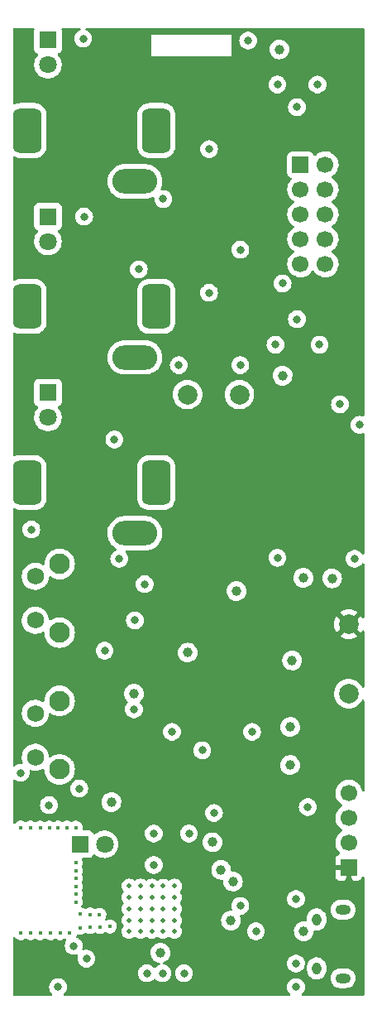
<source format=gbr>
%TF.GenerationSoftware,KiCad,Pcbnew,(6.0.4)*%
%TF.CreationDate,2022-03-21T16:46:14+00:00*%
%TF.ProjectId,Ball_Base_Components,42616c6c-5f42-4617-9365-5f436f6d706f,rev?*%
%TF.SameCoordinates,Original*%
%TF.FileFunction,Copper,L3,Inr*%
%TF.FilePolarity,Positive*%
%FSLAX46Y46*%
G04 Gerber Fmt 4.6, Leading zero omitted, Abs format (unit mm)*
G04 Created by KiCad (PCBNEW (6.0.4)) date 2022-03-21 16:46:14*
%MOMM*%
%LPD*%
G01*
G04 APERTURE LIST*
G04 Aperture macros list*
%AMRoundRect*
0 Rectangle with rounded corners*
0 $1 Rounding radius*
0 $2 $3 $4 $5 $6 $7 $8 $9 X,Y pos of 4 corners*
0 Add a 4 corners polygon primitive as box body*
4,1,4,$2,$3,$4,$5,$6,$7,$8,$9,$2,$3,0*
0 Add four circle primitives for the rounded corners*
1,1,$1+$1,$2,$3*
1,1,$1+$1,$4,$5*
1,1,$1+$1,$6,$7*
1,1,$1+$1,$8,$9*
0 Add four rect primitives between the rounded corners*
20,1,$1+$1,$2,$3,$4,$5,0*
20,1,$1+$1,$4,$5,$6,$7,0*
20,1,$1+$1,$6,$7,$8,$9,0*
20,1,$1+$1,$8,$9,$2,$3,0*%
G04 Aperture macros list end*
%TA.AperFunction,ComponentPad*%
%ADD10R,1.800000X1.800000*%
%TD*%
%TA.AperFunction,ComponentPad*%
%ADD11C,1.800000*%
%TD*%
%TA.AperFunction,ComponentPad*%
%ADD12C,2.000000*%
%TD*%
%TA.AperFunction,ComponentPad*%
%ADD13R,1.700000X1.700000*%
%TD*%
%TA.AperFunction,ComponentPad*%
%ADD14C,1.700000*%
%TD*%
%TA.AperFunction,ComponentPad*%
%ADD15O,0.950000X1.250000*%
%TD*%
%TA.AperFunction,ComponentPad*%
%ADD16O,1.550000X1.000000*%
%TD*%
%TA.AperFunction,ComponentPad*%
%ADD17RoundRect,0.725000X-0.725000X1.575000X-0.725000X-1.575000X0.725000X-1.575000X0.725000X1.575000X0*%
%TD*%
%TA.AperFunction,ComponentPad*%
%ADD18O,4.600000X2.500000*%
%TD*%
%TA.AperFunction,ComponentPad*%
%ADD19C,0.500000*%
%TD*%
%TA.AperFunction,ComponentPad*%
%ADD20C,2.100000*%
%TD*%
%TA.AperFunction,ComponentPad*%
%ADD21C,1.750000*%
%TD*%
%TA.AperFunction,ViaPad*%
%ADD22C,0.800000*%
%TD*%
%TA.AperFunction,ViaPad*%
%ADD23C,0.400000*%
%TD*%
%TA.AperFunction,ViaPad*%
%ADD24C,1.000000*%
%TD*%
G04 APERTURE END LIST*
D10*
%TO.N,Net-(D5-Pad1)*%
%TO.C,D5*%
X129700000Y-75800000D03*
D11*
%TO.N,Net-(D5-Pad2)*%
X129700000Y-78340000D03*
%TD*%
D10*
%TO.N,Net-(D3-Pad1)*%
%TO.C,D3*%
X132960000Y-140000000D03*
D11*
%TO.N,/LED_BLUE_OUT*%
X135500000Y-140000000D03*
%TD*%
D12*
%TO.N,VCC*%
%TO.C,TP3*%
X149300000Y-94000000D03*
%TD*%
D10*
%TO.N,Net-(D4-Pad1)*%
%TO.C,D4*%
X129700000Y-57725000D03*
D11*
%TO.N,Net-(D4-Pad2)*%
X129700000Y-60265000D03*
%TD*%
D10*
%TO.N,Net-(D6-Pad1)*%
%TO.C,D6*%
X129700000Y-93800000D03*
D11*
%TO.N,Net-(D6-Pad2)*%
X129700000Y-96340000D03*
%TD*%
D12*
%TO.N,+3V3*%
%TO.C,TP2*%
X160500000Y-117500000D03*
%TD*%
D13*
%TO.N,+3V3*%
%TO.C,J2*%
X160500000Y-142380000D03*
D14*
%TO.N,GND*%
X160500000Y-139840000D03*
%TO.N,/SWIO*%
X160500000Y-137300000D03*
%TO.N,/SWCLK*%
X160500000Y-134760000D03*
%TD*%
D15*
%TO.N,*%
%TO.C,J3*%
X157215000Y-152700000D03*
X157215000Y-147700000D03*
D16*
X159915000Y-146700000D03*
%TO.N,unconnected-(J3-Pad6)*%
X159915000Y-153700000D03*
%TD*%
D17*
%TO.N,GND*%
%TO.C,J5*%
X127600000Y-85000000D03*
D18*
%TO.N,unconnected-(J5-Pad2)*%
X138600000Y-90200000D03*
D17*
%TO.N,/Y_Filtered*%
X140800000Y-85000000D03*
%TD*%
D12*
%TO.N,GND*%
%TO.C,TP1*%
X160500000Y-124600000D03*
%TD*%
D17*
%TO.N,GND*%
%TO.C,J6*%
X127600000Y-103000000D03*
D18*
%TO.N,unconnected-(J6-Pad2)*%
X138600000Y-108200000D03*
D17*
%TO.N,/Z_Filtered*%
X140800000Y-103000000D03*
%TD*%
D19*
%TO.N,GND*%
%TO.C,U1*%
X142661250Y-145437500D03*
X138011250Y-145437500D03*
X138011250Y-147762500D03*
X139173750Y-145437500D03*
X142661250Y-144275000D03*
X139173750Y-147762500D03*
X140336250Y-147762500D03*
X139173750Y-146600000D03*
X141498750Y-146600000D03*
X142661250Y-146600000D03*
X141498750Y-147762500D03*
X140336250Y-145437500D03*
X139173750Y-144275000D03*
X140336250Y-148925000D03*
X138011250Y-148925000D03*
X141498750Y-148925000D03*
X138011250Y-146600000D03*
X140336250Y-146600000D03*
X142661250Y-147762500D03*
X140336250Y-144275000D03*
X139173750Y-148925000D03*
X141498750Y-145437500D03*
X141498750Y-144275000D03*
X142661250Y-148925000D03*
X138011250Y-144275000D03*
%TD*%
D20*
%TO.N,*%
%TO.C,CONNECT1*%
X130890000Y-125340000D03*
X130890000Y-132350000D03*
D21*
%TO.N,/CONNECT*%
X128400000Y-131100000D03*
%TO.N,GND*%
X128400000Y-126600000D03*
%TD*%
D13*
%TO.N,-12V*%
%TO.C,J1*%
X155562500Y-70500000D03*
D14*
X158102500Y-70500000D03*
%TO.N,GND*%
X155562500Y-73040000D03*
X158102500Y-73040000D03*
X155562500Y-75580000D03*
X158102500Y-75580000D03*
X155562500Y-78120000D03*
X158102500Y-78120000D03*
%TO.N,+12V*%
X155562500Y-80660000D03*
X158102500Y-80660000D03*
%TD*%
D20*
%TO.N,*%
%TO.C,RESET1*%
X130890000Y-118350000D03*
X130890000Y-111340000D03*
D21*
%TO.N,/RESET*%
X128400000Y-117100000D03*
%TO.N,GND*%
X128400000Y-112600000D03*
%TD*%
D12*
%TO.N,VEE*%
%TO.C,TP4*%
X144000000Y-94000000D03*
%TD*%
D17*
%TO.N,GND*%
%TO.C,J4*%
X127600000Y-67000000D03*
D18*
%TO.N,unconnected-(J4-Pad2)*%
X138600000Y-72200000D03*
D17*
%TO.N,/X_Filtered*%
X140800000Y-67000000D03*
%TD*%
D22*
%TO.N,GND*%
X149400000Y-146300000D03*
X155100000Y-145600000D03*
X153000000Y-88900000D03*
D23*
X126900000Y-138300000D03*
D24*
X147436250Y-142600000D03*
X154700000Y-121200000D03*
D23*
X128900000Y-138300000D03*
X130936250Y-149100000D03*
D22*
X159600000Y-95000000D03*
D23*
X136055424Y-148410500D03*
X132536250Y-145100000D03*
D22*
X129800000Y-136000000D03*
X143636250Y-153200000D03*
X146200000Y-83600000D03*
D23*
X132536250Y-145900000D03*
D22*
X149400000Y-79200000D03*
X146700000Y-136800000D03*
D24*
X155850000Y-112750000D03*
D22*
X140536250Y-138900000D03*
X156300000Y-136200000D03*
D23*
X132536250Y-138300000D03*
D24*
X158800000Y-112800000D03*
D22*
X139836250Y-153200000D03*
D24*
X154500000Y-131900000D03*
D22*
X136500000Y-98600000D03*
D23*
X134036250Y-147180000D03*
D22*
X161100000Y-110800000D03*
D24*
X154500000Y-128000000D03*
D23*
X132536250Y-143500000D03*
D22*
X151000000Y-148900000D03*
X132900000Y-134300000D03*
D23*
X134016250Y-148480000D03*
D22*
X141500000Y-74000000D03*
X149400000Y-91000000D03*
D24*
X146536250Y-139800000D03*
D22*
X138600000Y-117100000D03*
D23*
X127900000Y-138300000D03*
D22*
X155100000Y-152200000D03*
X143100000Y-91000000D03*
D24*
X148636250Y-143800000D03*
D22*
X133400000Y-75800000D03*
D23*
X129836250Y-138300000D03*
X134976250Y-147200000D03*
X129936250Y-149100000D03*
D22*
X141436250Y-153200000D03*
D24*
X148436250Y-147800000D03*
D23*
X132536250Y-142700000D03*
X131636250Y-138300000D03*
D22*
X153200000Y-110700000D03*
D24*
X136200000Y-135700000D03*
D22*
X157500000Y-88900000D03*
X133300000Y-57600000D03*
X139600000Y-113400000D03*
X161600000Y-97100000D03*
D23*
X130736250Y-138300000D03*
X135006250Y-148460000D03*
D22*
X157300000Y-62300000D03*
X155200000Y-86300000D03*
D23*
X128900000Y-149100000D03*
X131936250Y-149100000D03*
D24*
X141206767Y-151105441D03*
D22*
X144136250Y-138900000D03*
X135500000Y-120200000D03*
D23*
X132966250Y-148530000D03*
D22*
X155200000Y-64600000D03*
X130736250Y-154600000D03*
X146200000Y-68900000D03*
X139000000Y-81200000D03*
D24*
X138500000Y-124600000D03*
D22*
X128000000Y-107800000D03*
D24*
X155900000Y-148900000D03*
D22*
X126900000Y-132700000D03*
X133636250Y-151700000D03*
X153724500Y-82643152D03*
D23*
X126900000Y-149100000D03*
D22*
X150200000Y-57800000D03*
D23*
X132986250Y-147160000D03*
D22*
X153200000Y-62300000D03*
X155100000Y-154600000D03*
X137000000Y-110800000D03*
D23*
X127900000Y-149100000D03*
X132536250Y-141900000D03*
D22*
X132336250Y-150400000D03*
D23*
X132536250Y-144300000D03*
D24*
%TO.N,+3V3*%
X153800000Y-105400000D03*
X143755000Y-151700000D03*
X145855000Y-142600000D03*
X135496250Y-144840000D03*
X157300000Y-105400000D03*
X160800000Y-103300000D03*
X146055000Y-141400000D03*
X160500000Y-143870000D03*
X153800000Y-107400000D03*
X142736250Y-137600000D03*
X135206250Y-151460000D03*
X160800000Y-107400000D03*
X153800000Y-103300000D03*
X146636250Y-146800000D03*
X160800000Y-105400000D03*
D22*
%TO.N,/RESET*%
X140531913Y-142118089D03*
D24*
%TO.N,VCC*%
X153724500Y-92077373D03*
X149000000Y-114100000D03*
D22*
X150600000Y-128500000D03*
%TO.N,VEE*%
X142400000Y-128500000D03*
D24*
X153400000Y-58700000D03*
X144000000Y-120400000D03*
D22*
%TO.N,Net-(D5-Pad1)*%
X145500000Y-130400000D03*
X138500000Y-126200000D03*
%TD*%
%TA.AperFunction,Conductor*%
%TO.N,+3V3*%
G36*
X128261873Y-56528502D02*
G01*
X128308366Y-56582158D01*
X128318470Y-56652432D01*
X128311736Y-56678724D01*
X128298255Y-56714684D01*
X128291500Y-56776866D01*
X128291500Y-58673134D01*
X128298255Y-58735316D01*
X128349385Y-58871705D01*
X128436739Y-58988261D01*
X128553295Y-59075615D01*
X128561704Y-59078767D01*
X128561705Y-59078768D01*
X128621164Y-59101058D01*
X128677929Y-59143699D01*
X128702629Y-59210261D01*
X128687422Y-59279609D01*
X128668029Y-59306091D01*
X128601639Y-59375564D01*
X128598725Y-59379836D01*
X128598724Y-59379837D01*
X128585568Y-59399123D01*
X128471119Y-59566899D01*
X128373602Y-59776981D01*
X128311707Y-60000169D01*
X128287095Y-60230469D01*
X128287392Y-60235622D01*
X128287392Y-60235625D01*
X128293067Y-60334041D01*
X128300427Y-60461697D01*
X128301564Y-60466743D01*
X128301565Y-60466749D01*
X128333741Y-60609523D01*
X128351346Y-60687642D01*
X128353288Y-60692424D01*
X128353289Y-60692428D01*
X128436540Y-60897450D01*
X128438484Y-60902237D01*
X128559501Y-61099719D01*
X128711147Y-61274784D01*
X128889349Y-61422730D01*
X129089322Y-61539584D01*
X129305694Y-61622209D01*
X129310760Y-61623240D01*
X129310761Y-61623240D01*
X129363846Y-61634040D01*
X129532656Y-61668385D01*
X129663324Y-61673176D01*
X129758949Y-61676683D01*
X129758953Y-61676683D01*
X129764113Y-61676872D01*
X129769233Y-61676216D01*
X129769235Y-61676216D01*
X129842270Y-61666860D01*
X129993847Y-61647442D01*
X129998795Y-61645957D01*
X129998802Y-61645956D01*
X130210747Y-61582369D01*
X130215690Y-61580886D01*
X130296236Y-61541427D01*
X130419049Y-61481262D01*
X130419052Y-61481260D01*
X130423684Y-61478991D01*
X130612243Y-61344494D01*
X130776303Y-61181005D01*
X130911458Y-60992917D01*
X130958641Y-60897450D01*
X131011784Y-60789922D01*
X131011785Y-60789920D01*
X131014078Y-60785280D01*
X131081408Y-60563671D01*
X131111640Y-60334041D01*
X131113327Y-60265000D01*
X131107032Y-60188434D01*
X131094773Y-60039318D01*
X131094772Y-60039312D01*
X131094349Y-60034167D01*
X131037925Y-59809533D01*
X131035866Y-59804797D01*
X130947630Y-59601868D01*
X130947628Y-59601865D01*
X130945570Y-59597131D01*
X130819764Y-59402665D01*
X130817339Y-59400000D01*
X140300000Y-59400000D01*
X148500000Y-59400000D01*
X148500000Y-57800000D01*
X149286496Y-57800000D01*
X149287186Y-57806565D01*
X149305626Y-57982009D01*
X149306458Y-57989928D01*
X149365473Y-58171556D01*
X149460960Y-58336944D01*
X149465378Y-58341851D01*
X149465379Y-58341852D01*
X149579678Y-58468794D01*
X149588747Y-58478866D01*
X149743248Y-58591118D01*
X149749276Y-58593802D01*
X149749278Y-58593803D01*
X149911681Y-58666109D01*
X149917712Y-58668794D01*
X150011112Y-58688647D01*
X150098056Y-58707128D01*
X150098061Y-58707128D01*
X150104513Y-58708500D01*
X150295487Y-58708500D01*
X150301939Y-58707128D01*
X150301944Y-58707128D01*
X150388888Y-58688647D01*
X150402042Y-58685851D01*
X152386719Y-58685851D01*
X152403268Y-58882934D01*
X152457783Y-59073050D01*
X152548187Y-59248956D01*
X152671035Y-59403953D01*
X152821650Y-59532136D01*
X152994294Y-59628624D01*
X153182392Y-59689740D01*
X153378777Y-59713158D01*
X153384912Y-59712686D01*
X153384914Y-59712686D01*
X153569830Y-59698457D01*
X153569834Y-59698456D01*
X153575972Y-59697984D01*
X153766463Y-59644798D01*
X153771967Y-59642018D01*
X153771969Y-59642017D01*
X153937495Y-59558404D01*
X153937497Y-59558403D01*
X153942996Y-59555625D01*
X154098847Y-59433861D01*
X154228078Y-59284145D01*
X154325769Y-59112179D01*
X154388197Y-58924513D01*
X154412985Y-58728295D01*
X154413261Y-58708500D01*
X154413331Y-58703523D01*
X154413331Y-58703520D01*
X154413380Y-58700000D01*
X154394080Y-58503167D01*
X154387916Y-58482749D01*
X154338697Y-58319731D01*
X154336916Y-58313831D01*
X154244066Y-58139204D01*
X154173709Y-58052938D01*
X154122960Y-57990713D01*
X154122957Y-57990710D01*
X154119065Y-57985938D01*
X154108598Y-57977279D01*
X153971425Y-57863799D01*
X153971421Y-57863797D01*
X153966675Y-57859870D01*
X153792701Y-57765802D01*
X153603768Y-57707318D01*
X153597643Y-57706674D01*
X153597642Y-57706674D01*
X153413204Y-57687289D01*
X153413202Y-57687289D01*
X153407075Y-57686645D01*
X153324576Y-57694153D01*
X153216251Y-57704011D01*
X153216248Y-57704012D01*
X153210112Y-57704570D01*
X153204206Y-57706308D01*
X153204202Y-57706309D01*
X153099076Y-57737249D01*
X153020381Y-57760410D01*
X153014923Y-57763263D01*
X153014919Y-57763265D01*
X152957210Y-57793435D01*
X152845110Y-57852040D01*
X152690975Y-57975968D01*
X152563846Y-58127474D01*
X152560879Y-58132872D01*
X152560875Y-58132877D01*
X152483318Y-58273955D01*
X152468567Y-58300787D01*
X152466706Y-58306654D01*
X152466705Y-58306656D01*
X152413635Y-58473955D01*
X152408765Y-58489306D01*
X152386719Y-58685851D01*
X150402042Y-58685851D01*
X150482288Y-58668794D01*
X150488319Y-58666109D01*
X150650722Y-58593803D01*
X150650724Y-58593802D01*
X150656752Y-58591118D01*
X150811253Y-58478866D01*
X150820322Y-58468794D01*
X150934621Y-58341852D01*
X150934622Y-58341851D01*
X150939040Y-58336944D01*
X151034527Y-58171556D01*
X151093542Y-57989928D01*
X151094375Y-57982009D01*
X151112814Y-57806565D01*
X151113504Y-57800000D01*
X151093542Y-57610072D01*
X151034527Y-57428444D01*
X150939040Y-57263056D01*
X150886294Y-57204475D01*
X150815675Y-57126045D01*
X150815674Y-57126044D01*
X150811253Y-57121134D01*
X150656752Y-57008882D01*
X150650724Y-57006198D01*
X150650722Y-57006197D01*
X150488319Y-56933891D01*
X150488318Y-56933891D01*
X150482288Y-56931206D01*
X150388888Y-56911353D01*
X150301944Y-56892872D01*
X150301939Y-56892872D01*
X150295487Y-56891500D01*
X150104513Y-56891500D01*
X150098061Y-56892872D01*
X150098056Y-56892872D01*
X150011112Y-56911353D01*
X149917712Y-56931206D01*
X149911682Y-56933891D01*
X149911681Y-56933891D01*
X149749278Y-57006197D01*
X149749276Y-57006198D01*
X149743248Y-57008882D01*
X149588747Y-57121134D01*
X149584326Y-57126044D01*
X149584325Y-57126045D01*
X149513707Y-57204475D01*
X149460960Y-57263056D01*
X149365473Y-57428444D01*
X149306458Y-57610072D01*
X149286496Y-57800000D01*
X148500000Y-57800000D01*
X148500000Y-57200000D01*
X140300000Y-57200000D01*
X140300000Y-59400000D01*
X130817339Y-59400000D01*
X130813267Y-59395525D01*
X130729848Y-59303848D01*
X130698796Y-59240002D01*
X130707192Y-59169504D01*
X130752369Y-59114736D01*
X130778812Y-59101067D01*
X130838297Y-59078767D01*
X130846705Y-59075615D01*
X130963261Y-58988261D01*
X131050615Y-58871705D01*
X131101745Y-58735316D01*
X131108500Y-58673134D01*
X131108500Y-56776866D01*
X131101745Y-56714684D01*
X131088266Y-56678728D01*
X131083083Y-56607924D01*
X131117003Y-56545554D01*
X131179258Y-56511425D01*
X131206248Y-56508500D01*
X132925133Y-56508500D01*
X132993254Y-56528502D01*
X133039747Y-56582158D01*
X133049851Y-56652432D01*
X133020357Y-56717012D01*
X132976382Y-56749607D01*
X132849278Y-56806197D01*
X132849276Y-56806198D01*
X132843248Y-56808882D01*
X132688747Y-56921134D01*
X132684326Y-56926044D01*
X132684325Y-56926045D01*
X132677261Y-56933891D01*
X132560960Y-57063056D01*
X132527429Y-57121134D01*
X132479312Y-57204475D01*
X132465473Y-57228444D01*
X132406458Y-57410072D01*
X132405768Y-57416633D01*
X132405768Y-57416635D01*
X132404527Y-57428444D01*
X132386496Y-57600000D01*
X132387186Y-57606565D01*
X132403656Y-57763265D01*
X132406458Y-57789928D01*
X132465473Y-57971556D01*
X132560960Y-58136944D01*
X132688747Y-58278866D01*
X132843248Y-58391118D01*
X132849276Y-58393802D01*
X132849278Y-58393803D01*
X133011681Y-58466109D01*
X133017712Y-58468794D01*
X133083365Y-58482749D01*
X133198056Y-58507128D01*
X133198061Y-58507128D01*
X133204513Y-58508500D01*
X133395487Y-58508500D01*
X133401939Y-58507128D01*
X133401944Y-58507128D01*
X133516635Y-58482749D01*
X133582288Y-58468794D01*
X133588319Y-58466109D01*
X133750722Y-58393803D01*
X133750724Y-58393802D01*
X133756752Y-58391118D01*
X133911253Y-58278866D01*
X134039040Y-58136944D01*
X134134527Y-57971556D01*
X134193542Y-57789928D01*
X134196345Y-57763265D01*
X134212814Y-57606565D01*
X134213504Y-57600000D01*
X134195473Y-57428444D01*
X134194232Y-57416635D01*
X134194232Y-57416633D01*
X134193542Y-57410072D01*
X134134527Y-57228444D01*
X134120689Y-57204475D01*
X134072571Y-57121134D01*
X134039040Y-57063056D01*
X133922740Y-56933891D01*
X133915675Y-56926045D01*
X133915674Y-56926044D01*
X133911253Y-56921134D01*
X133756752Y-56808882D01*
X133750724Y-56806198D01*
X133750722Y-56806197D01*
X133623618Y-56749607D01*
X133569522Y-56703627D01*
X133548873Y-56635700D01*
X133568225Y-56567391D01*
X133621436Y-56520390D01*
X133674867Y-56508500D01*
X161965500Y-56508500D01*
X162033621Y-56528502D01*
X162080114Y-56582158D01*
X162091500Y-56634500D01*
X162091500Y-96130330D01*
X162071498Y-96198451D01*
X162017842Y-96244944D01*
X161947568Y-96255048D01*
X161914252Y-96245437D01*
X161882288Y-96231206D01*
X161788888Y-96211353D01*
X161701944Y-96192872D01*
X161701939Y-96192872D01*
X161695487Y-96191500D01*
X161504513Y-96191500D01*
X161498061Y-96192872D01*
X161498056Y-96192872D01*
X161411112Y-96211353D01*
X161317712Y-96231206D01*
X161311682Y-96233891D01*
X161311681Y-96233891D01*
X161149278Y-96306197D01*
X161149276Y-96306198D01*
X161143248Y-96308882D01*
X160988747Y-96421134D01*
X160860960Y-96563056D01*
X160765473Y-96728444D01*
X160706458Y-96910072D01*
X160686496Y-97100000D01*
X160687186Y-97106565D01*
X160702893Y-97256005D01*
X160706458Y-97289928D01*
X160765473Y-97471556D01*
X160768776Y-97477278D01*
X160768777Y-97477279D01*
X160782091Y-97500340D01*
X160860960Y-97636944D01*
X160865378Y-97641851D01*
X160865379Y-97641852D01*
X160984325Y-97773955D01*
X160988747Y-97778866D01*
X161143248Y-97891118D01*
X161149276Y-97893802D01*
X161149278Y-97893803D01*
X161264559Y-97945129D01*
X161317712Y-97968794D01*
X161411113Y-97988647D01*
X161498056Y-98007128D01*
X161498061Y-98007128D01*
X161504513Y-98008500D01*
X161695487Y-98008500D01*
X161701939Y-98007128D01*
X161701944Y-98007128D01*
X161788887Y-97988647D01*
X161882288Y-97968794D01*
X161914252Y-97954563D01*
X161984618Y-97945129D01*
X162048915Y-97975235D01*
X162086728Y-98035324D01*
X162091500Y-98069670D01*
X162091500Y-110230091D01*
X162071498Y-110298212D01*
X162017842Y-110344705D01*
X161947568Y-110354809D01*
X161882988Y-110325315D01*
X161856381Y-110293092D01*
X161842341Y-110268774D01*
X161839040Y-110263056D01*
X161816771Y-110238323D01*
X161715675Y-110126045D01*
X161715674Y-110126044D01*
X161711253Y-110121134D01*
X161580375Y-110026045D01*
X161562094Y-110012763D01*
X161562093Y-110012762D01*
X161556752Y-110008882D01*
X161550724Y-110006198D01*
X161550722Y-110006197D01*
X161388319Y-109933891D01*
X161388318Y-109933891D01*
X161382288Y-109931206D01*
X161288888Y-109911353D01*
X161201944Y-109892872D01*
X161201939Y-109892872D01*
X161195487Y-109891500D01*
X161004513Y-109891500D01*
X160998061Y-109892872D01*
X160998056Y-109892872D01*
X160911113Y-109911353D01*
X160817712Y-109931206D01*
X160811682Y-109933891D01*
X160811681Y-109933891D01*
X160649278Y-110006197D01*
X160649276Y-110006198D01*
X160643248Y-110008882D01*
X160637907Y-110012762D01*
X160637906Y-110012763D01*
X160619625Y-110026045D01*
X160488747Y-110121134D01*
X160484326Y-110126044D01*
X160484325Y-110126045D01*
X160383230Y-110238323D01*
X160360960Y-110263056D01*
X160313820Y-110344705D01*
X160271886Y-110417337D01*
X160265473Y-110428444D01*
X160206458Y-110610072D01*
X160186496Y-110800000D01*
X160187186Y-110806565D01*
X160196608Y-110896206D01*
X160206458Y-110989928D01*
X160265473Y-111171556D01*
X160360960Y-111336944D01*
X160365378Y-111341851D01*
X160365379Y-111341852D01*
X160390642Y-111369909D01*
X160488747Y-111478866D01*
X160509306Y-111493803D01*
X160634218Y-111584557D01*
X160643248Y-111591118D01*
X160649276Y-111593802D01*
X160649278Y-111593803D01*
X160811681Y-111666109D01*
X160817712Y-111668794D01*
X160911112Y-111688647D01*
X160998056Y-111707128D01*
X160998061Y-111707128D01*
X161004513Y-111708500D01*
X161195487Y-111708500D01*
X161201939Y-111707128D01*
X161201944Y-111707128D01*
X161288888Y-111688647D01*
X161382288Y-111668794D01*
X161388319Y-111666109D01*
X161550722Y-111593803D01*
X161550724Y-111593802D01*
X161556752Y-111591118D01*
X161565783Y-111584557D01*
X161690694Y-111493803D01*
X161711253Y-111478866D01*
X161809358Y-111369909D01*
X161834621Y-111341852D01*
X161834622Y-111341851D01*
X161839040Y-111336944D01*
X161856382Y-111306907D01*
X161907764Y-111257915D01*
X161977478Y-111244480D01*
X162043389Y-111270867D01*
X162084570Y-111328699D01*
X162091500Y-111369909D01*
X162091500Y-116768181D01*
X162071498Y-116836302D01*
X162017842Y-116882795D01*
X161947568Y-116892899D01*
X161882988Y-116863405D01*
X161852943Y-116821740D01*
X161851937Y-116822253D01*
X161845205Y-116809042D01*
X161742568Y-116641555D01*
X161732110Y-116632093D01*
X161723334Y-116635876D01*
X160872022Y-117487188D01*
X160864408Y-117501132D01*
X160864539Y-117502965D01*
X160868790Y-117509580D01*
X161720290Y-118361080D01*
X161732670Y-118367840D01*
X161740320Y-118362113D01*
X161845205Y-118190958D01*
X161851937Y-118177747D01*
X161853264Y-118178423D01*
X161893635Y-118128323D01*
X161960998Y-118105899D01*
X162029790Y-118123455D01*
X162078170Y-118175415D01*
X162091500Y-118231819D01*
X162091500Y-123866874D01*
X162071498Y-123934995D01*
X162017842Y-123981488D01*
X161947568Y-123991592D01*
X161882988Y-123962098D01*
X161853631Y-123921383D01*
X161852381Y-123922020D01*
X161850135Y-123917611D01*
X161848240Y-123913037D01*
X161777183Y-123797083D01*
X161726759Y-123714798D01*
X161726755Y-123714792D01*
X161724176Y-123710584D01*
X161569969Y-123530031D01*
X161389416Y-123375824D01*
X161385208Y-123373245D01*
X161385202Y-123373241D01*
X161191183Y-123254346D01*
X161186963Y-123251760D01*
X161182393Y-123249867D01*
X161182389Y-123249865D01*
X160972167Y-123162789D01*
X160972165Y-123162788D01*
X160967594Y-123160895D01*
X160887391Y-123141640D01*
X160741524Y-123106620D01*
X160741518Y-123106619D01*
X160736711Y-123105465D01*
X160500000Y-123086835D01*
X160263289Y-123105465D01*
X160258482Y-123106619D01*
X160258476Y-123106620D01*
X160112609Y-123141640D01*
X160032406Y-123160895D01*
X160027835Y-123162788D01*
X160027833Y-123162789D01*
X159817611Y-123249865D01*
X159817607Y-123249867D01*
X159813037Y-123251760D01*
X159808817Y-123254346D01*
X159614798Y-123373241D01*
X159614792Y-123373245D01*
X159610584Y-123375824D01*
X159430031Y-123530031D01*
X159275824Y-123710584D01*
X159273245Y-123714792D01*
X159273241Y-123714798D01*
X159222817Y-123797083D01*
X159151760Y-123913037D01*
X159149867Y-123917607D01*
X159149865Y-123917611D01*
X159085643Y-124072658D01*
X159060895Y-124132406D01*
X159059740Y-124137218D01*
X159037139Y-124231359D01*
X159005465Y-124363289D01*
X158986835Y-124600000D01*
X159005465Y-124836711D01*
X159006619Y-124841518D01*
X159006620Y-124841524D01*
X159011469Y-124861720D01*
X159060895Y-125067594D01*
X159062788Y-125072165D01*
X159062789Y-125072167D01*
X159148383Y-125278809D01*
X159151760Y-125286963D01*
X159154346Y-125291183D01*
X159273241Y-125485202D01*
X159273245Y-125485208D01*
X159275824Y-125489416D01*
X159430031Y-125669969D01*
X159610584Y-125824176D01*
X159614792Y-125826755D01*
X159614798Y-125826759D01*
X159757634Y-125914289D01*
X159813037Y-125948240D01*
X159817607Y-125950133D01*
X159817611Y-125950135D01*
X159978158Y-126016635D01*
X160032406Y-126039105D01*
X160076671Y-126049732D01*
X160258476Y-126093380D01*
X160258482Y-126093381D01*
X160263289Y-126094535D01*
X160500000Y-126113165D01*
X160736711Y-126094535D01*
X160741518Y-126093381D01*
X160741524Y-126093380D01*
X160923329Y-126049732D01*
X160967594Y-126039105D01*
X161021842Y-126016635D01*
X161182389Y-125950135D01*
X161182393Y-125950133D01*
X161186963Y-125948240D01*
X161242366Y-125914289D01*
X161385202Y-125826759D01*
X161385208Y-125826755D01*
X161389416Y-125824176D01*
X161569969Y-125669969D01*
X161724176Y-125489416D01*
X161726755Y-125485208D01*
X161726759Y-125485202D01*
X161845654Y-125291183D01*
X161848240Y-125286963D01*
X161850135Y-125282389D01*
X161852381Y-125277980D01*
X161854009Y-125278809D01*
X161893630Y-125229633D01*
X161960992Y-125207207D01*
X162029785Y-125224759D01*
X162078167Y-125276716D01*
X162091500Y-125333126D01*
X162091500Y-134500470D01*
X162071498Y-134568591D01*
X162017842Y-134615084D01*
X161947568Y-134625188D01*
X161882988Y-134595694D01*
X161843296Y-134531166D01*
X161791691Y-134325720D01*
X161790431Y-134320702D01*
X161701354Y-134115840D01*
X161580014Y-133928277D01*
X161429670Y-133763051D01*
X161425619Y-133759852D01*
X161425615Y-133759848D01*
X161258414Y-133627800D01*
X161258410Y-133627798D01*
X161254359Y-133624598D01*
X161230696Y-133611535D01*
X161155755Y-133570166D01*
X161058789Y-133516638D01*
X161053920Y-133514914D01*
X161053916Y-133514912D01*
X160853087Y-133443795D01*
X160853083Y-133443794D01*
X160848212Y-133442069D01*
X160843119Y-133441162D01*
X160843116Y-133441161D01*
X160633373Y-133403800D01*
X160633367Y-133403799D01*
X160628284Y-133402894D01*
X160554452Y-133401992D01*
X160410081Y-133400228D01*
X160410079Y-133400228D01*
X160404911Y-133400165D01*
X160184091Y-133433955D01*
X159971756Y-133503357D01*
X159773607Y-133606507D01*
X159769474Y-133609610D01*
X159769471Y-133609612D01*
X159745247Y-133627800D01*
X159594965Y-133740635D01*
X159440629Y-133902138D01*
X159437715Y-133906410D01*
X159437714Y-133906411D01*
X159433002Y-133913319D01*
X159314743Y-134086680D01*
X159220688Y-134289305D01*
X159160989Y-134504570D01*
X159137251Y-134726695D01*
X159137548Y-134731848D01*
X159137548Y-134731851D01*
X159139401Y-134763980D01*
X159150110Y-134949715D01*
X159151247Y-134954761D01*
X159151248Y-134954767D01*
X159158225Y-134985725D01*
X159199222Y-135167639D01*
X159251097Y-135295392D01*
X159263544Y-135326045D01*
X159283266Y-135374616D01*
X159334019Y-135457438D01*
X159370673Y-135517251D01*
X159399987Y-135565088D01*
X159546250Y-135733938D01*
X159718126Y-135876632D01*
X159743570Y-135891500D01*
X159791445Y-135919476D01*
X159840169Y-135971114D01*
X159853240Y-136040897D01*
X159826509Y-136106669D01*
X159786055Y-136140027D01*
X159773607Y-136146507D01*
X159769474Y-136149610D01*
X159769471Y-136149612D01*
X159618378Y-136263056D01*
X159594965Y-136280635D01*
X159440629Y-136442138D01*
X159437715Y-136446410D01*
X159437714Y-136446411D01*
X159377187Y-136535141D01*
X159314743Y-136626680D01*
X159285472Y-136689740D01*
X159231244Y-136806565D01*
X159220688Y-136829305D01*
X159160989Y-137044570D01*
X159137251Y-137266695D01*
X159150110Y-137489715D01*
X159151247Y-137494761D01*
X159151248Y-137494767D01*
X159158225Y-137525725D01*
X159199222Y-137707639D01*
X159237461Y-137801811D01*
X159272169Y-137887286D01*
X159283266Y-137914616D01*
X159285965Y-137919020D01*
X159356358Y-138033891D01*
X159399987Y-138105088D01*
X159546250Y-138273938D01*
X159718126Y-138416632D01*
X159771373Y-138447747D01*
X159791445Y-138459476D01*
X159840169Y-138511114D01*
X159853240Y-138580897D01*
X159826509Y-138646669D01*
X159786055Y-138680027D01*
X159773607Y-138686507D01*
X159769474Y-138689610D01*
X159769471Y-138689612D01*
X159599100Y-138817530D01*
X159594965Y-138820635D01*
X159569894Y-138846870D01*
X159458770Y-138963155D01*
X159440629Y-138982138D01*
X159437715Y-138986410D01*
X159437714Y-138986411D01*
X159373400Y-139080692D01*
X159314743Y-139166680D01*
X159284016Y-139232877D01*
X159235745Y-139336868D01*
X159220688Y-139369305D01*
X159160989Y-139584570D01*
X159137251Y-139806695D01*
X159150110Y-140029715D01*
X159151247Y-140034761D01*
X159151248Y-140034767D01*
X159159720Y-140072359D01*
X159199222Y-140247639D01*
X159283266Y-140454616D01*
X159399987Y-140645088D01*
X159546250Y-140813938D01*
X159550225Y-140817238D01*
X159550231Y-140817244D01*
X159555425Y-140821556D01*
X159595059Y-140880460D01*
X159596555Y-140951441D01*
X159559439Y-141011962D01*
X159519168Y-141036480D01*
X159411946Y-141076676D01*
X159396351Y-141085214D01*
X159294276Y-141161715D01*
X159281715Y-141174276D01*
X159205214Y-141276351D01*
X159196676Y-141291946D01*
X159151522Y-141412394D01*
X159147895Y-141427649D01*
X159142369Y-141478514D01*
X159142000Y-141485328D01*
X159142000Y-142107885D01*
X159146475Y-142123124D01*
X159147865Y-142124329D01*
X159155548Y-142126000D01*
X160628000Y-142126000D01*
X160696121Y-142146002D01*
X160742614Y-142199658D01*
X160754000Y-142252000D01*
X160754000Y-143719884D01*
X160758475Y-143735123D01*
X160759865Y-143736328D01*
X160767548Y-143737999D01*
X161394669Y-143737999D01*
X161401490Y-143737629D01*
X161452352Y-143732105D01*
X161467604Y-143728479D01*
X161588054Y-143683324D01*
X161603649Y-143674786D01*
X161705724Y-143598285D01*
X161718285Y-143585724D01*
X161794786Y-143483649D01*
X161803324Y-143468054D01*
X161847518Y-143350167D01*
X161890160Y-143293403D01*
X161956721Y-143268703D01*
X162026070Y-143283910D01*
X162076188Y-143334196D01*
X162091500Y-143394397D01*
X162091500Y-155365500D01*
X162071498Y-155433621D01*
X162017842Y-155480114D01*
X161965500Y-155491500D01*
X155802308Y-155491500D01*
X155734187Y-155471498D01*
X155687694Y-155417842D01*
X155677590Y-155347568D01*
X155707084Y-155282988D01*
X155710816Y-155279183D01*
X155711253Y-155278866D01*
X155839040Y-155136944D01*
X155934527Y-154971556D01*
X155993542Y-154789928D01*
X156013504Y-154600000D01*
X155993542Y-154410072D01*
X155934527Y-154228444D01*
X155839040Y-154063056D01*
X155776685Y-153993803D01*
X155715675Y-153926045D01*
X155715674Y-153926044D01*
X155711253Y-153921134D01*
X155612157Y-153849136D01*
X155562094Y-153812763D01*
X155562093Y-153812762D01*
X155556752Y-153808882D01*
X155550724Y-153806198D01*
X155550722Y-153806197D01*
X155388319Y-153733891D01*
X155388318Y-153733891D01*
X155382288Y-153731206D01*
X155288887Y-153711353D01*
X155201944Y-153692872D01*
X155201939Y-153692872D01*
X155195487Y-153691500D01*
X155004513Y-153691500D01*
X154998061Y-153692872D01*
X154998056Y-153692872D01*
X154911113Y-153711353D01*
X154817712Y-153731206D01*
X154811682Y-153733891D01*
X154811681Y-153733891D01*
X154649278Y-153806197D01*
X154649276Y-153806198D01*
X154643248Y-153808882D01*
X154637907Y-153812762D01*
X154637906Y-153812763D01*
X154587843Y-153849136D01*
X154488747Y-153921134D01*
X154484326Y-153926044D01*
X154484325Y-153926045D01*
X154423316Y-153993803D01*
X154360960Y-154063056D01*
X154265473Y-154228444D01*
X154206458Y-154410072D01*
X154186496Y-154600000D01*
X154206458Y-154789928D01*
X154265473Y-154971556D01*
X154360960Y-155136944D01*
X154365378Y-155141851D01*
X154365379Y-155141852D01*
X154488747Y-155278866D01*
X154487184Y-155280273D01*
X154519242Y-155332311D01*
X154517890Y-155403295D01*
X154478375Y-155462279D01*
X154413244Y-155490536D01*
X154397692Y-155491500D01*
X131438558Y-155491500D01*
X131370437Y-155471498D01*
X131323944Y-155417842D01*
X131313840Y-155347568D01*
X131343334Y-155282988D01*
X131347066Y-155279183D01*
X131347503Y-155278866D01*
X131475290Y-155136944D01*
X131570777Y-154971556D01*
X131629792Y-154789928D01*
X131649754Y-154600000D01*
X131629792Y-154410072D01*
X131570777Y-154228444D01*
X131475290Y-154063056D01*
X131412935Y-153993803D01*
X131351925Y-153926045D01*
X131351924Y-153926044D01*
X131347503Y-153921134D01*
X131248407Y-153849136D01*
X131198344Y-153812763D01*
X131198343Y-153812762D01*
X131193002Y-153808882D01*
X131186974Y-153806198D01*
X131186972Y-153806197D01*
X131024569Y-153733891D01*
X131024568Y-153733891D01*
X131018538Y-153731206D01*
X130925137Y-153711353D01*
X130838194Y-153692872D01*
X130838189Y-153692872D01*
X130831737Y-153691500D01*
X130640763Y-153691500D01*
X130634311Y-153692872D01*
X130634306Y-153692872D01*
X130547363Y-153711353D01*
X130453962Y-153731206D01*
X130447932Y-153733891D01*
X130447931Y-153733891D01*
X130285528Y-153806197D01*
X130285526Y-153806198D01*
X130279498Y-153808882D01*
X130274157Y-153812762D01*
X130274156Y-153812763D01*
X130224093Y-153849136D01*
X130124997Y-153921134D01*
X130120576Y-153926044D01*
X130120575Y-153926045D01*
X130059566Y-153993803D01*
X129997210Y-154063056D01*
X129901723Y-154228444D01*
X129842708Y-154410072D01*
X129822746Y-154600000D01*
X129842708Y-154789928D01*
X129901723Y-154971556D01*
X129997210Y-155136944D01*
X130001628Y-155141851D01*
X130001629Y-155141852D01*
X130124997Y-155278866D01*
X130123434Y-155280273D01*
X130155492Y-155332311D01*
X130154140Y-155403295D01*
X130114625Y-155462279D01*
X130049494Y-155490536D01*
X130033942Y-155491500D01*
X126234500Y-155491500D01*
X126166379Y-155471498D01*
X126119886Y-155417842D01*
X126108500Y-155365500D01*
X126108500Y-153200000D01*
X138922746Y-153200000D01*
X138942708Y-153389928D01*
X139001723Y-153571556D01*
X139005026Y-153577278D01*
X139005027Y-153577279D01*
X139036250Y-153631358D01*
X139097210Y-153736944D01*
X139101628Y-153741851D01*
X139101629Y-153741852D01*
X139178238Y-153826935D01*
X139224997Y-153878866D01*
X139379498Y-153991118D01*
X139385526Y-153993802D01*
X139385528Y-153993803D01*
X139541074Y-154063056D01*
X139553962Y-154068794D01*
X139630586Y-154085081D01*
X139734306Y-154107128D01*
X139734311Y-154107128D01*
X139740763Y-154108500D01*
X139931737Y-154108500D01*
X139938189Y-154107128D01*
X139938194Y-154107128D01*
X140041914Y-154085081D01*
X140118538Y-154068794D01*
X140131426Y-154063056D01*
X140286972Y-153993803D01*
X140286974Y-153993802D01*
X140293002Y-153991118D01*
X140447503Y-153878866D01*
X140542615Y-153773233D01*
X140603060Y-153735994D01*
X140674043Y-153737346D01*
X140729885Y-153773233D01*
X140824997Y-153878866D01*
X140979498Y-153991118D01*
X140985526Y-153993802D01*
X140985528Y-153993803D01*
X141141074Y-154063056D01*
X141153962Y-154068794D01*
X141230586Y-154085081D01*
X141334306Y-154107128D01*
X141334311Y-154107128D01*
X141340763Y-154108500D01*
X141531737Y-154108500D01*
X141538189Y-154107128D01*
X141538194Y-154107128D01*
X141641914Y-154085081D01*
X141718538Y-154068794D01*
X141731426Y-154063056D01*
X141886972Y-153993803D01*
X141886974Y-153993802D01*
X141893002Y-153991118D01*
X142047503Y-153878866D01*
X142094262Y-153826935D01*
X142170871Y-153741852D01*
X142170872Y-153741851D01*
X142175290Y-153736944D01*
X142236250Y-153631358D01*
X142267473Y-153577279D01*
X142267474Y-153577278D01*
X142270777Y-153571556D01*
X142329792Y-153389928D01*
X142349754Y-153200000D01*
X142722746Y-153200000D01*
X142742708Y-153389928D01*
X142801723Y-153571556D01*
X142805026Y-153577278D01*
X142805027Y-153577279D01*
X142836250Y-153631358D01*
X142897210Y-153736944D01*
X142901628Y-153741851D01*
X142901629Y-153741852D01*
X142978238Y-153826935D01*
X143024997Y-153878866D01*
X143179498Y-153991118D01*
X143185526Y-153993802D01*
X143185528Y-153993803D01*
X143341074Y-154063056D01*
X143353962Y-154068794D01*
X143430586Y-154085081D01*
X143534306Y-154107128D01*
X143534311Y-154107128D01*
X143540763Y-154108500D01*
X143731737Y-154108500D01*
X143738189Y-154107128D01*
X143738194Y-154107128D01*
X143841914Y-154085081D01*
X143918538Y-154068794D01*
X143931426Y-154063056D01*
X144086972Y-153993803D01*
X144086974Y-153993802D01*
X144093002Y-153991118D01*
X144247503Y-153878866D01*
X144294262Y-153826935D01*
X144370871Y-153741852D01*
X144370872Y-153741851D01*
X144375290Y-153736944D01*
X144436250Y-153631358D01*
X144467473Y-153577279D01*
X144467474Y-153577278D01*
X144470777Y-153571556D01*
X144529792Y-153389928D01*
X144549754Y-153200000D01*
X144533860Y-153048780D01*
X144530482Y-153016635D01*
X144530482Y-153016633D01*
X144529792Y-153010072D01*
X144470777Y-152828444D01*
X144375290Y-152663056D01*
X144342615Y-152626766D01*
X144251925Y-152526045D01*
X144251924Y-152526044D01*
X144247503Y-152521134D01*
X144145007Y-152446666D01*
X144098344Y-152412763D01*
X144098343Y-152412762D01*
X144093002Y-152408882D01*
X144086974Y-152406198D01*
X144086972Y-152406197D01*
X143924569Y-152333891D01*
X143924568Y-152333891D01*
X143918538Y-152331206D01*
X143825137Y-152311353D01*
X143738194Y-152292872D01*
X143738189Y-152292872D01*
X143731737Y-152291500D01*
X143540763Y-152291500D01*
X143534311Y-152292872D01*
X143534306Y-152292872D01*
X143447363Y-152311353D01*
X143353962Y-152331206D01*
X143347932Y-152333891D01*
X143347931Y-152333891D01*
X143185528Y-152406197D01*
X143185526Y-152406198D01*
X143179498Y-152408882D01*
X143174157Y-152412762D01*
X143174156Y-152412763D01*
X143127493Y-152446666D01*
X143024997Y-152521134D01*
X143020576Y-152526044D01*
X143020575Y-152526045D01*
X142929886Y-152626766D01*
X142897210Y-152663056D01*
X142801723Y-152828444D01*
X142742708Y-153010072D01*
X142742018Y-153016633D01*
X142742018Y-153016635D01*
X142738640Y-153048780D01*
X142722746Y-153200000D01*
X142349754Y-153200000D01*
X142333860Y-153048780D01*
X142330482Y-153016635D01*
X142330482Y-153016633D01*
X142329792Y-153010072D01*
X142270777Y-152828444D01*
X142175290Y-152663056D01*
X142142615Y-152626766D01*
X142051925Y-152526045D01*
X142051924Y-152526044D01*
X142047503Y-152521134D01*
X141945007Y-152446666D01*
X141898344Y-152412763D01*
X141898343Y-152412762D01*
X141893002Y-152408882D01*
X141886974Y-152406198D01*
X141886972Y-152406197D01*
X141724569Y-152333891D01*
X141724568Y-152333891D01*
X141718538Y-152331206D01*
X141566459Y-152298880D01*
X141503987Y-152265153D01*
X141469665Y-152203003D01*
X141469865Y-152200000D01*
X154186496Y-152200000D01*
X154187186Y-152206565D01*
X154203057Y-152357566D01*
X154206458Y-152389928D01*
X154265473Y-152571556D01*
X154268776Y-152577278D01*
X154268777Y-152577279D01*
X154286803Y-152608500D01*
X154360960Y-152736944D01*
X154365378Y-152741851D01*
X154365379Y-152741852D01*
X154387757Y-152766705D01*
X154488747Y-152878866D01*
X154522120Y-152903113D01*
X154635769Y-152985684D01*
X154643248Y-152991118D01*
X154649276Y-152993802D01*
X154649278Y-152993803D01*
X154786431Y-153054867D01*
X154817712Y-153068794D01*
X154911113Y-153088647D01*
X154998056Y-153107128D01*
X154998061Y-153107128D01*
X155004513Y-153108500D01*
X155195487Y-153108500D01*
X155201939Y-153107128D01*
X155201944Y-153107128D01*
X155288887Y-153088647D01*
X155382288Y-153068794D01*
X155413569Y-153054867D01*
X155550722Y-152993803D01*
X155550724Y-152993802D01*
X155556752Y-152991118D01*
X155564232Y-152985684D01*
X155677880Y-152903113D01*
X155711253Y-152878866D01*
X155812243Y-152766705D01*
X155834621Y-152741852D01*
X155834622Y-152741851D01*
X155839040Y-152736944D01*
X155913197Y-152608500D01*
X155931223Y-152577279D01*
X155931224Y-152577278D01*
X155934527Y-152571556D01*
X155984723Y-152417069D01*
X156221039Y-152417069D01*
X156230544Y-152453229D01*
X156231500Y-152453229D01*
X156231500Y-152899934D01*
X156231823Y-152903113D01*
X156242050Y-153003794D01*
X156246619Y-153048780D01*
X156306369Y-153239440D01*
X156403235Y-153414191D01*
X156533261Y-153565896D01*
X156538298Y-153569803D01*
X156538300Y-153569805D01*
X156686093Y-153684445D01*
X156686096Y-153684447D01*
X156691137Y-153688357D01*
X156696863Y-153691175D01*
X156696867Y-153691177D01*
X156863629Y-153773234D01*
X156870411Y-153776571D01*
X156959906Y-153799883D01*
X157057580Y-153825325D01*
X157057583Y-153825325D01*
X157063762Y-153826935D01*
X157157256Y-153831835D01*
X157256911Y-153837058D01*
X157256915Y-153837058D01*
X157263292Y-153837392D01*
X157460848Y-153807514D01*
X157648361Y-153738523D01*
X157721903Y-153692925D01*
X158626645Y-153692925D01*
X158627204Y-153699065D01*
X158636954Y-153806197D01*
X158644570Y-153889888D01*
X158700410Y-154079619D01*
X158703263Y-154085077D01*
X158703265Y-154085081D01*
X158750720Y-154175853D01*
X158792040Y-154254890D01*
X158915968Y-154409025D01*
X158920692Y-154412989D01*
X158925037Y-154416635D01*
X159067474Y-154536154D01*
X159072872Y-154539121D01*
X159072877Y-154539125D01*
X159171668Y-154593435D01*
X159240787Y-154631433D01*
X159246654Y-154633294D01*
X159246656Y-154633295D01*
X159423436Y-154689373D01*
X159429306Y-154691235D01*
X159583227Y-154708500D01*
X160239769Y-154708500D01*
X160242825Y-154708200D01*
X160242832Y-154708200D01*
X160301340Y-154702463D01*
X160386833Y-154694080D01*
X160392734Y-154692298D01*
X160392736Y-154692298D01*
X160466053Y-154670162D01*
X160576169Y-154636916D01*
X160750796Y-154544066D01*
X160837062Y-154473709D01*
X160899287Y-154422960D01*
X160899290Y-154422957D01*
X160904062Y-154419065D01*
X160916344Y-154404219D01*
X161026201Y-154271425D01*
X161026203Y-154271421D01*
X161030130Y-154266675D01*
X161124198Y-154092701D01*
X161182682Y-153903768D01*
X161185299Y-153878866D01*
X161202711Y-153713204D01*
X161202711Y-153713202D01*
X161203355Y-153707075D01*
X161191022Y-153571556D01*
X161185989Y-153516251D01*
X161185988Y-153516248D01*
X161185430Y-153510112D01*
X161158627Y-153419040D01*
X161131330Y-153326294D01*
X161129590Y-153320381D01*
X161119919Y-153301881D01*
X161040813Y-153150568D01*
X161037960Y-153145110D01*
X160914032Y-152990975D01*
X160907727Y-152985684D01*
X160861352Y-152946771D01*
X160762526Y-152863846D01*
X160757128Y-152860879D01*
X160757123Y-152860875D01*
X160594608Y-152771533D01*
X160594609Y-152771533D01*
X160589213Y-152768567D01*
X160583346Y-152766706D01*
X160583344Y-152766705D01*
X160406564Y-152710627D01*
X160406563Y-152710627D01*
X160400694Y-152708765D01*
X160246773Y-152691500D01*
X159590231Y-152691500D01*
X159587175Y-152691800D01*
X159587168Y-152691800D01*
X159528660Y-152697537D01*
X159443167Y-152705920D01*
X159437266Y-152707702D01*
X159437264Y-152707702D01*
X159363947Y-152729838D01*
X159253831Y-152763084D01*
X159079204Y-152855934D01*
X159025255Y-152899934D01*
X158930713Y-152977040D01*
X158930710Y-152977043D01*
X158925938Y-152980935D01*
X158922011Y-152985682D01*
X158922009Y-152985684D01*
X158803799Y-153128575D01*
X158803797Y-153128579D01*
X158799870Y-153133325D01*
X158705802Y-153307299D01*
X158647318Y-153496232D01*
X158646674Y-153502357D01*
X158646674Y-153502358D01*
X158632919Y-153633235D01*
X158626645Y-153692925D01*
X157721903Y-153692925D01*
X157818172Y-153633235D01*
X157963344Y-153495953D01*
X158077946Y-153332284D01*
X158157298Y-153148914D01*
X158198156Y-152953334D01*
X158198500Y-152946771D01*
X158198500Y-152500066D01*
X158190070Y-152417069D01*
X158184026Y-152357566D01*
X158184025Y-152357562D01*
X158183381Y-152351220D01*
X158123631Y-152160560D01*
X158093598Y-152106378D01*
X158062479Y-152050239D01*
X158026765Y-151985809D01*
X157988001Y-151940582D01*
X157900891Y-151838948D01*
X157900890Y-151838947D01*
X157896739Y-151834104D01*
X157891700Y-151830195D01*
X157743907Y-151715555D01*
X157743904Y-151715553D01*
X157738863Y-151711643D01*
X157733137Y-151708825D01*
X157733133Y-151708823D01*
X157565318Y-151626248D01*
X157559589Y-151623429D01*
X157440797Y-151592486D01*
X157372420Y-151574675D01*
X157372417Y-151574675D01*
X157366238Y-151573065D01*
X157272744Y-151568165D01*
X157173089Y-151562942D01*
X157173085Y-151562942D01*
X157166708Y-151562608D01*
X156969152Y-151592486D01*
X156963165Y-151594689D01*
X156963164Y-151594689D01*
X156787629Y-151659273D01*
X156781639Y-151661477D01*
X156611828Y-151766765D01*
X156466656Y-151904047D01*
X156352054Y-152067716D01*
X156272702Y-152251086D01*
X156255404Y-152333891D01*
X156248898Y-152365032D01*
X156221039Y-152417069D01*
X155984723Y-152417069D01*
X155985671Y-152414152D01*
X156010743Y-152377486D01*
X155999961Y-152349292D01*
X156000251Y-152326096D01*
X156012814Y-152206565D01*
X156013504Y-152200000D01*
X156000606Y-152077279D01*
X155994232Y-152016635D01*
X155994232Y-152016633D01*
X155993542Y-152010072D01*
X155934527Y-151828444D01*
X155923529Y-151809394D01*
X155867092Y-151711643D01*
X155839040Y-151663056D01*
X155831244Y-151654397D01*
X155715675Y-151526045D01*
X155715674Y-151526044D01*
X155711253Y-151521134D01*
X155556752Y-151408882D01*
X155550724Y-151406198D01*
X155550722Y-151406197D01*
X155388319Y-151333891D01*
X155388318Y-151333891D01*
X155382288Y-151331206D01*
X155288888Y-151311353D01*
X155201944Y-151292872D01*
X155201939Y-151292872D01*
X155195487Y-151291500D01*
X155004513Y-151291500D01*
X154998061Y-151292872D01*
X154998056Y-151292872D01*
X154911112Y-151311353D01*
X154817712Y-151331206D01*
X154811682Y-151333891D01*
X154811681Y-151333891D01*
X154649278Y-151406197D01*
X154649276Y-151406198D01*
X154643248Y-151408882D01*
X154488747Y-151521134D01*
X154484326Y-151526044D01*
X154484325Y-151526045D01*
X154368757Y-151654397D01*
X154360960Y-151663056D01*
X154332908Y-151711643D01*
X154276472Y-151809394D01*
X154265473Y-151828444D01*
X154206458Y-152010072D01*
X154205768Y-152016633D01*
X154205768Y-152016635D01*
X154199394Y-152077279D01*
X154186496Y-152200000D01*
X141469865Y-152200000D01*
X141474393Y-152132164D01*
X141516669Y-152075126D01*
X141558769Y-152054277D01*
X141567285Y-152051899D01*
X141567286Y-152051899D01*
X141573230Y-152050239D01*
X141578734Y-152047459D01*
X141578736Y-152047458D01*
X141744262Y-151963845D01*
X141744264Y-151963844D01*
X141749763Y-151961066D01*
X141905614Y-151839302D01*
X142034845Y-151689586D01*
X142132536Y-151517620D01*
X142194964Y-151329954D01*
X142219752Y-151133736D01*
X142220147Y-151105441D01*
X142200847Y-150908608D01*
X142143683Y-150719272D01*
X142050833Y-150544645D01*
X141980476Y-150458379D01*
X141929727Y-150396154D01*
X141929724Y-150396151D01*
X141925832Y-150391379D01*
X141919491Y-150386133D01*
X141778192Y-150269240D01*
X141778188Y-150269238D01*
X141773442Y-150265311D01*
X141599468Y-150171243D01*
X141410535Y-150112759D01*
X141404410Y-150112115D01*
X141404409Y-150112115D01*
X141219971Y-150092730D01*
X141219969Y-150092730D01*
X141213842Y-150092086D01*
X141131343Y-150099594D01*
X141023018Y-150109452D01*
X141023015Y-150109453D01*
X141016879Y-150110011D01*
X141010973Y-150111749D01*
X141010969Y-150111750D01*
X140905843Y-150142690D01*
X140827148Y-150165851D01*
X140821690Y-150168704D01*
X140821686Y-150168706D01*
X140730914Y-150216161D01*
X140651877Y-150257481D01*
X140497742Y-150381409D01*
X140370613Y-150532915D01*
X140367646Y-150538313D01*
X140367642Y-150538318D01*
X140295021Y-150670418D01*
X140275334Y-150706228D01*
X140273473Y-150712095D01*
X140273472Y-150712097D01*
X140234837Y-150833891D01*
X140215532Y-150894747D01*
X140193486Y-151091292D01*
X140194002Y-151097436D01*
X140208391Y-151268794D01*
X140210035Y-151288375D01*
X140215806Y-151308500D01*
X140250526Y-151429582D01*
X140264550Y-151478491D01*
X140284470Y-151517251D01*
X140339039Y-151623429D01*
X140354954Y-151654397D01*
X140477802Y-151809394D01*
X140482495Y-151813388D01*
X140482496Y-151813389D01*
X140507571Y-151834729D01*
X140628417Y-151937577D01*
X140801061Y-152034065D01*
X140989159Y-152095181D01*
X141058294Y-152103425D01*
X141083058Y-152106378D01*
X141148331Y-152134306D01*
X141188144Y-152193089D01*
X141189856Y-152264065D01*
X141152924Y-152324699D01*
X141119388Y-152346599D01*
X140985528Y-152406197D01*
X140985526Y-152406198D01*
X140979498Y-152408882D01*
X140974157Y-152412762D01*
X140974156Y-152412763D01*
X140927493Y-152446666D01*
X140824997Y-152521134D01*
X140746333Y-152608500D01*
X140729886Y-152626766D01*
X140669440Y-152664006D01*
X140598457Y-152662654D01*
X140542614Y-152626766D01*
X140526168Y-152608500D01*
X140447503Y-152521134D01*
X140345007Y-152446666D01*
X140298344Y-152412763D01*
X140298343Y-152412762D01*
X140293002Y-152408882D01*
X140286974Y-152406198D01*
X140286972Y-152406197D01*
X140124569Y-152333891D01*
X140124568Y-152333891D01*
X140118538Y-152331206D01*
X140025137Y-152311353D01*
X139938194Y-152292872D01*
X139938189Y-152292872D01*
X139931737Y-152291500D01*
X139740763Y-152291500D01*
X139734311Y-152292872D01*
X139734306Y-152292872D01*
X139647363Y-152311353D01*
X139553962Y-152331206D01*
X139547932Y-152333891D01*
X139547931Y-152333891D01*
X139385528Y-152406197D01*
X139385526Y-152406198D01*
X139379498Y-152408882D01*
X139374157Y-152412762D01*
X139374156Y-152412763D01*
X139327493Y-152446666D01*
X139224997Y-152521134D01*
X139220576Y-152526044D01*
X139220575Y-152526045D01*
X139129886Y-152626766D01*
X139097210Y-152663056D01*
X139001723Y-152828444D01*
X138942708Y-153010072D01*
X138942018Y-153016633D01*
X138942018Y-153016635D01*
X138938640Y-153048780D01*
X138922746Y-153200000D01*
X126108500Y-153200000D01*
X126108500Y-149605896D01*
X126128502Y-149537775D01*
X126182158Y-149491282D01*
X126252432Y-149481178D01*
X126317012Y-149510672D01*
X126339077Y-149535615D01*
X126359730Y-149566349D01*
X126383442Y-149587925D01*
X126476724Y-149672805D01*
X126486565Y-149681760D01*
X126637268Y-149763585D01*
X126803139Y-149807101D01*
X126890586Y-149808474D01*
X126967003Y-149809675D01*
X126967006Y-149809675D01*
X126974602Y-149809794D01*
X126982006Y-149808098D01*
X126982008Y-149808098D01*
X127044846Y-149793706D01*
X127141759Y-149771510D01*
X127294958Y-149694459D01*
X127300731Y-149689528D01*
X127300736Y-149689525D01*
X127316525Y-149676040D01*
X127381315Y-149647009D01*
X127451515Y-149657614D01*
X127474359Y-149672805D01*
X127474755Y-149672248D01*
X127480949Y-149676649D01*
X127486565Y-149681760D01*
X127637268Y-149763585D01*
X127803139Y-149807101D01*
X127890586Y-149808474D01*
X127967003Y-149809675D01*
X127967006Y-149809675D01*
X127974602Y-149809794D01*
X127982006Y-149808098D01*
X127982008Y-149808098D01*
X128044846Y-149793706D01*
X128141759Y-149771510D01*
X128294958Y-149694459D01*
X128300731Y-149689528D01*
X128300736Y-149689525D01*
X128316525Y-149676040D01*
X128381315Y-149647009D01*
X128451515Y-149657614D01*
X128474359Y-149672805D01*
X128474755Y-149672248D01*
X128480949Y-149676649D01*
X128486565Y-149681760D01*
X128637268Y-149763585D01*
X128803139Y-149807101D01*
X128890586Y-149808474D01*
X128967003Y-149809675D01*
X128967006Y-149809675D01*
X128974602Y-149809794D01*
X128982006Y-149808098D01*
X128982008Y-149808098D01*
X129044846Y-149793706D01*
X129141759Y-149771510D01*
X129294958Y-149694459D01*
X129335223Y-149660069D01*
X129400012Y-149631038D01*
X129470213Y-149641643D01*
X129501853Y-149662686D01*
X129522815Y-149681760D01*
X129529490Y-149685384D01*
X129529493Y-149685386D01*
X129534551Y-149688132D01*
X129673518Y-149763585D01*
X129839389Y-149807101D01*
X129926836Y-149808474D01*
X130003253Y-149809675D01*
X130003256Y-149809675D01*
X130010852Y-149809794D01*
X130018256Y-149808098D01*
X130018258Y-149808098D01*
X130081096Y-149793706D01*
X130178009Y-149771510D01*
X130331208Y-149694459D01*
X130336981Y-149689528D01*
X130336986Y-149689525D01*
X130352775Y-149676040D01*
X130417565Y-149647009D01*
X130487765Y-149657614D01*
X130510609Y-149672805D01*
X130511005Y-149672248D01*
X130517199Y-149676649D01*
X130522815Y-149681760D01*
X130673518Y-149763585D01*
X130839389Y-149807101D01*
X130926836Y-149808474D01*
X131003253Y-149809675D01*
X131003256Y-149809675D01*
X131010852Y-149809794D01*
X131018256Y-149808098D01*
X131018258Y-149808098D01*
X131081096Y-149793706D01*
X131178009Y-149771510D01*
X131331208Y-149694459D01*
X131336981Y-149689528D01*
X131336986Y-149689525D01*
X131352775Y-149676040D01*
X131417565Y-149647009D01*
X131487765Y-149657614D01*
X131510609Y-149672805D01*
X131511005Y-149672248D01*
X131517199Y-149676649D01*
X131522815Y-149681760D01*
X131545476Y-149694064D01*
X131595798Y-149744145D01*
X131611055Y-149813483D01*
X131594474Y-149867795D01*
X131501723Y-150028444D01*
X131442708Y-150210072D01*
X131422746Y-150400000D01*
X131423436Y-150406565D01*
X131437949Y-150544645D01*
X131442708Y-150589928D01*
X131501723Y-150771556D01*
X131597210Y-150936944D01*
X131724997Y-151078866D01*
X131879498Y-151191118D01*
X131885526Y-151193802D01*
X131885528Y-151193803D01*
X132047931Y-151266109D01*
X132053962Y-151268794D01*
X132146083Y-151288375D01*
X132234306Y-151307128D01*
X132234311Y-151307128D01*
X132240763Y-151308500D01*
X132431737Y-151308500D01*
X132438189Y-151307128D01*
X132438194Y-151307128D01*
X132618538Y-151268794D01*
X132618914Y-151270562D01*
X132681056Y-151268785D01*
X132741855Y-151305446D01*
X132773182Y-151369157D01*
X132768861Y-151429582D01*
X132742708Y-151510072D01*
X132742018Y-151516633D01*
X132742018Y-151516635D01*
X132726795Y-151661477D01*
X132722746Y-151700000D01*
X132723436Y-151706565D01*
X132734664Y-151813389D01*
X132742708Y-151889928D01*
X132801723Y-152071556D01*
X132805026Y-152077278D01*
X132805027Y-152077279D01*
X132828883Y-152118599D01*
X132897210Y-152236944D01*
X133024997Y-152378866D01*
X133179498Y-152491118D01*
X133185526Y-152493802D01*
X133185528Y-152493803D01*
X133346049Y-152565271D01*
X133353962Y-152568794D01*
X133447363Y-152588647D01*
X133534306Y-152607128D01*
X133534311Y-152607128D01*
X133540763Y-152608500D01*
X133731737Y-152608500D01*
X133738189Y-152607128D01*
X133738194Y-152607128D01*
X133825137Y-152588647D01*
X133918538Y-152568794D01*
X133926451Y-152565271D01*
X134086972Y-152493803D01*
X134086974Y-152493802D01*
X134093002Y-152491118D01*
X134247503Y-152378866D01*
X134375290Y-152236944D01*
X134443617Y-152118599D01*
X134467473Y-152077279D01*
X134467474Y-152077278D01*
X134470777Y-152071556D01*
X134529792Y-151889928D01*
X134537837Y-151813389D01*
X134549064Y-151706565D01*
X134549754Y-151700000D01*
X134545705Y-151661477D01*
X134530482Y-151516635D01*
X134530482Y-151516633D01*
X134529792Y-151510072D01*
X134470777Y-151328444D01*
X134450240Y-151292872D01*
X134393042Y-151193803D01*
X134375290Y-151163056D01*
X134326586Y-151108964D01*
X134251925Y-151026045D01*
X134251924Y-151026044D01*
X134247503Y-151021134D01*
X134093002Y-150908882D01*
X134086974Y-150906198D01*
X134086972Y-150906197D01*
X133924569Y-150833891D01*
X133924568Y-150833891D01*
X133918538Y-150831206D01*
X133825138Y-150811353D01*
X133738194Y-150792872D01*
X133738189Y-150792872D01*
X133731737Y-150791500D01*
X133540763Y-150791500D01*
X133534311Y-150792872D01*
X133534306Y-150792872D01*
X133353962Y-150831206D01*
X133353586Y-150829438D01*
X133291444Y-150831215D01*
X133230645Y-150794554D01*
X133199318Y-150730843D01*
X133203639Y-150670418D01*
X133227752Y-150596206D01*
X133229792Y-150589928D01*
X133234552Y-150544645D01*
X133249064Y-150406565D01*
X133249754Y-150400000D01*
X133229792Y-150210072D01*
X133170777Y-150028444D01*
X133075290Y-149863056D01*
X133058851Y-149844798D01*
X132951925Y-149726045D01*
X132951924Y-149726044D01*
X132947503Y-149721134D01*
X132845479Y-149647009D01*
X132798344Y-149612763D01*
X132798343Y-149612762D01*
X132793002Y-149608882D01*
X132786974Y-149606198D01*
X132786972Y-149606197D01*
X132651477Y-149545871D01*
X132597381Y-149499891D01*
X132576732Y-149431963D01*
X132585819Y-149383767D01*
X132624774Y-149286864D01*
X132668741Y-149231120D01*
X132735866Y-149207995D01*
X132773653Y-149211985D01*
X132869389Y-149237101D01*
X132956836Y-149238474D01*
X133033253Y-149239675D01*
X133033256Y-149239675D01*
X133040852Y-149239794D01*
X133048256Y-149238098D01*
X133048258Y-149238098D01*
X133111096Y-149223706D01*
X133208009Y-149201510D01*
X133361208Y-149124459D01*
X133366981Y-149119528D01*
X133366986Y-149119525D01*
X133437004Y-149059724D01*
X133501793Y-149030693D01*
X133571993Y-149041298D01*
X133591824Y-149052829D01*
X133597194Y-149056645D01*
X133602815Y-149061760D01*
X133753518Y-149143585D01*
X133919389Y-149187101D01*
X134006836Y-149188474D01*
X134083253Y-149189675D01*
X134083256Y-149189675D01*
X134090852Y-149189794D01*
X134098256Y-149188098D01*
X134098258Y-149188098D01*
X134161096Y-149173706D01*
X134258009Y-149151510D01*
X134411208Y-149074459D01*
X134416981Y-149069528D01*
X134416986Y-149069525D01*
X134440581Y-149049373D01*
X134505370Y-149020342D01*
X134575570Y-149030947D01*
X134590424Y-149039585D01*
X134592815Y-149041760D01*
X134743518Y-149123585D01*
X134909389Y-149167101D01*
X134996836Y-149168474D01*
X135073253Y-149169675D01*
X135073256Y-149169675D01*
X135080852Y-149169794D01*
X135088256Y-149168098D01*
X135088258Y-149168098D01*
X135186877Y-149145511D01*
X135248009Y-149131510D01*
X135401208Y-149054459D01*
X135476309Y-148990317D01*
X135541098Y-148961286D01*
X135611298Y-148971891D01*
X135631130Y-148983423D01*
X135636370Y-148987147D01*
X135641989Y-148992260D01*
X135648664Y-148995884D01*
X135648665Y-148995885D01*
X135671662Y-149008371D01*
X135792692Y-149074085D01*
X135958563Y-149117601D01*
X136046010Y-149118974D01*
X136122427Y-149120175D01*
X136122430Y-149120175D01*
X136130026Y-149120294D01*
X136137430Y-149118598D01*
X136137432Y-149118598D01*
X136200270Y-149104206D01*
X136297183Y-149082010D01*
X136450382Y-149004959D01*
X136456153Y-149000030D01*
X136456156Y-149000028D01*
X136556479Y-148914343D01*
X137248025Y-148914343D01*
X137264631Y-149083699D01*
X137266855Y-149090384D01*
X137266855Y-149090385D01*
X137281099Y-149133205D01*
X137318344Y-149245167D01*
X137321991Y-149251189D01*
X137321992Y-149251191D01*
X137343597Y-149286864D01*
X137406496Y-149390723D01*
X137524705Y-149513132D01*
X137667096Y-149606310D01*
X137673700Y-149608766D01*
X137673702Y-149608767D01*
X137710094Y-149622301D01*
X137826591Y-149665626D01*
X137995265Y-149688132D01*
X138002276Y-149687494D01*
X138002280Y-149687494D01*
X138157712Y-149673348D01*
X138164733Y-149672709D01*
X138171435Y-149670531D01*
X138171437Y-149670531D01*
X138319873Y-149622301D01*
X138319876Y-149622300D01*
X138326572Y-149620124D01*
X138472740Y-149532990D01*
X138477834Y-149528139D01*
X138477838Y-149528136D01*
X138503842Y-149503372D01*
X138566967Y-149470880D01*
X138637638Y-149477673D01*
X138676617Y-149503893D01*
X138676882Y-149503573D01*
X138680102Y-149506237D01*
X138681369Y-149507089D01*
X138687205Y-149513132D01*
X138829596Y-149606310D01*
X138836200Y-149608766D01*
X138836202Y-149608767D01*
X138872594Y-149622301D01*
X138989091Y-149665626D01*
X139157765Y-149688132D01*
X139164776Y-149687494D01*
X139164780Y-149687494D01*
X139320212Y-149673348D01*
X139327233Y-149672709D01*
X139333935Y-149670531D01*
X139333937Y-149670531D01*
X139482373Y-149622301D01*
X139482376Y-149622300D01*
X139489072Y-149620124D01*
X139635240Y-149532990D01*
X139640334Y-149528139D01*
X139640338Y-149528136D01*
X139666342Y-149503372D01*
X139729467Y-149470880D01*
X139800138Y-149477673D01*
X139839117Y-149503893D01*
X139839382Y-149503573D01*
X139842602Y-149506237D01*
X139843869Y-149507089D01*
X139849705Y-149513132D01*
X139992096Y-149606310D01*
X139998700Y-149608766D01*
X139998702Y-149608767D01*
X140035094Y-149622301D01*
X140151591Y-149665626D01*
X140320265Y-149688132D01*
X140327276Y-149687494D01*
X140327280Y-149687494D01*
X140482712Y-149673348D01*
X140489733Y-149672709D01*
X140496435Y-149670531D01*
X140496437Y-149670531D01*
X140644873Y-149622301D01*
X140644876Y-149622300D01*
X140651572Y-149620124D01*
X140797740Y-149532990D01*
X140802834Y-149528139D01*
X140802838Y-149528136D01*
X140828842Y-149503372D01*
X140891967Y-149470880D01*
X140962638Y-149477673D01*
X141001617Y-149503893D01*
X141001882Y-149503573D01*
X141005102Y-149506237D01*
X141006369Y-149507089D01*
X141012205Y-149513132D01*
X141154596Y-149606310D01*
X141161200Y-149608766D01*
X141161202Y-149608767D01*
X141197594Y-149622301D01*
X141314091Y-149665626D01*
X141482765Y-149688132D01*
X141489776Y-149687494D01*
X141489780Y-149687494D01*
X141645212Y-149673348D01*
X141652233Y-149672709D01*
X141658935Y-149670531D01*
X141658937Y-149670531D01*
X141807373Y-149622301D01*
X141807376Y-149622300D01*
X141814072Y-149620124D01*
X141960240Y-149532990D01*
X141965334Y-149528139D01*
X141965338Y-149528136D01*
X141991342Y-149503372D01*
X142054467Y-149470880D01*
X142125138Y-149477673D01*
X142164117Y-149503893D01*
X142164382Y-149503573D01*
X142167602Y-149506237D01*
X142168869Y-149507089D01*
X142174705Y-149513132D01*
X142317096Y-149606310D01*
X142323700Y-149608766D01*
X142323702Y-149608767D01*
X142360094Y-149622301D01*
X142476591Y-149665626D01*
X142645265Y-149688132D01*
X142652276Y-149687494D01*
X142652280Y-149687494D01*
X142807712Y-149673348D01*
X142814733Y-149672709D01*
X142821435Y-149670531D01*
X142821437Y-149670531D01*
X142969873Y-149622301D01*
X142969876Y-149622300D01*
X142976572Y-149620124D01*
X143122740Y-149532990D01*
X143127834Y-149528139D01*
X143127838Y-149528136D01*
X143205916Y-149453783D01*
X143245971Y-149415639D01*
X143340141Y-149273902D01*
X143400569Y-149114825D01*
X143424251Y-148946313D01*
X143424549Y-148925000D01*
X143421745Y-148900000D01*
X150086496Y-148900000D01*
X150087186Y-148906565D01*
X150105067Y-149076690D01*
X150106458Y-149089928D01*
X150165473Y-149271556D01*
X150168776Y-149277278D01*
X150168777Y-149277279D01*
X150188927Y-149312179D01*
X150260960Y-149436944D01*
X150265378Y-149441851D01*
X150265379Y-149441852D01*
X150359038Y-149545871D01*
X150388747Y-149578866D01*
X150460555Y-149631038D01*
X150535359Y-149685386D01*
X150543248Y-149691118D01*
X150549276Y-149693802D01*
X150549278Y-149693803D01*
X150697875Y-149759962D01*
X150717712Y-149768794D01*
X150811112Y-149788647D01*
X150898056Y-149807128D01*
X150898061Y-149807128D01*
X150904513Y-149808500D01*
X151095487Y-149808500D01*
X151101939Y-149807128D01*
X151101944Y-149807128D01*
X151188888Y-149788647D01*
X151282288Y-149768794D01*
X151302125Y-149759962D01*
X151450722Y-149693803D01*
X151450724Y-149693802D01*
X151456752Y-149691118D01*
X151464642Y-149685386D01*
X151539445Y-149631038D01*
X151611253Y-149578866D01*
X151640962Y-149545871D01*
X151734621Y-149441852D01*
X151734622Y-149441851D01*
X151739040Y-149436944D01*
X151811073Y-149312179D01*
X151831223Y-149277279D01*
X151831224Y-149277278D01*
X151834527Y-149271556D01*
X151893542Y-149089928D01*
X151894934Y-149076690D01*
X151912814Y-148906565D01*
X151913504Y-148900000D01*
X151912017Y-148885851D01*
X154886719Y-148885851D01*
X154889676Y-148921062D01*
X154902744Y-149076690D01*
X154903268Y-149082934D01*
X154921212Y-149145511D01*
X154949788Y-149245167D01*
X154957783Y-149273050D01*
X154974885Y-149306326D01*
X155042014Y-149436944D01*
X155048187Y-149448956D01*
X155171035Y-149603953D01*
X155175728Y-149607947D01*
X155175729Y-149607948D01*
X155308723Y-149721134D01*
X155321650Y-149732136D01*
X155494294Y-149828624D01*
X155682392Y-149889740D01*
X155878777Y-149913158D01*
X155884912Y-149912686D01*
X155884914Y-149912686D01*
X156069830Y-149898457D01*
X156069834Y-149898456D01*
X156075972Y-149897984D01*
X156266463Y-149844798D01*
X156271967Y-149842018D01*
X156271969Y-149842017D01*
X156437495Y-149758404D01*
X156437497Y-149758403D01*
X156442996Y-149755625D01*
X156582018Y-149647009D01*
X156593991Y-149637655D01*
X156598847Y-149633861D01*
X156705181Y-149510672D01*
X156724049Y-149488813D01*
X156724050Y-149488811D01*
X156728078Y-149484145D01*
X156825769Y-149312179D01*
X156888197Y-149124513D01*
X156912278Y-148933892D01*
X156940660Y-148868815D01*
X156999719Y-148829414D01*
X157056559Y-148825167D01*
X157057583Y-148825325D01*
X157063762Y-148826935D01*
X157141796Y-148831025D01*
X157256911Y-148837058D01*
X157256915Y-148837058D01*
X157263292Y-148837392D01*
X157460848Y-148807514D01*
X157485465Y-148798457D01*
X157642371Y-148740727D01*
X157642372Y-148740727D01*
X157648361Y-148738523D01*
X157818172Y-148633235D01*
X157963344Y-148495953D01*
X158070685Y-148342654D01*
X158074284Y-148337514D01*
X158074284Y-148337513D01*
X158077946Y-148332284D01*
X158157298Y-148148914D01*
X158198156Y-147953334D01*
X158198500Y-147946771D01*
X158198500Y-147500066D01*
X158190340Y-147419731D01*
X158184026Y-147357566D01*
X158184025Y-147357562D01*
X158183381Y-147351220D01*
X158130524Y-147182554D01*
X158125540Y-147166651D01*
X158125539Y-147166650D01*
X158123631Y-147160560D01*
X158026765Y-146985809D01*
X157975667Y-146926191D01*
X157900891Y-146838948D01*
X157900890Y-146838947D01*
X157896739Y-146834104D01*
X157891215Y-146829819D01*
X157743907Y-146715555D01*
X157743904Y-146715553D01*
X157738863Y-146711643D01*
X157733137Y-146708825D01*
X157733133Y-146708823D01*
X157700824Y-146692925D01*
X158626645Y-146692925D01*
X158631598Y-146747345D01*
X158643347Y-146876447D01*
X158644570Y-146889888D01*
X158646308Y-146895794D01*
X158646309Y-146895798D01*
X158671829Y-146982509D01*
X158700410Y-147079619D01*
X158703263Y-147085077D01*
X158703265Y-147085081D01*
X158742725Y-147160560D01*
X158792040Y-147254890D01*
X158915968Y-147409025D01*
X158920692Y-147412989D01*
X158925695Y-147417187D01*
X159067474Y-147536154D01*
X159072872Y-147539121D01*
X159072877Y-147539125D01*
X159165431Y-147590006D01*
X159240787Y-147631433D01*
X159246654Y-147633294D01*
X159246656Y-147633295D01*
X159423436Y-147689373D01*
X159429306Y-147691235D01*
X159583227Y-147708500D01*
X160239769Y-147708500D01*
X160242825Y-147708200D01*
X160242832Y-147708200D01*
X160310894Y-147701526D01*
X160386833Y-147694080D01*
X160392734Y-147692298D01*
X160392736Y-147692298D01*
X160466053Y-147670162D01*
X160576169Y-147636916D01*
X160750796Y-147544066D01*
X160837062Y-147473709D01*
X160899287Y-147422960D01*
X160899290Y-147422957D01*
X160904062Y-147419065D01*
X160925084Y-147393654D01*
X161026201Y-147271425D01*
X161026203Y-147271421D01*
X161030130Y-147266675D01*
X161124198Y-147092701D01*
X161182682Y-146903768D01*
X161189495Y-146838948D01*
X161202711Y-146713204D01*
X161202711Y-146713202D01*
X161203355Y-146707075D01*
X161193971Y-146603961D01*
X161185989Y-146516251D01*
X161185988Y-146516248D01*
X161185430Y-146510112D01*
X161181338Y-146496206D01*
X161131330Y-146326294D01*
X161129590Y-146320381D01*
X161122368Y-146306565D01*
X161040813Y-146150568D01*
X161037960Y-146145110D01*
X160914032Y-145990975D01*
X160907727Y-145985684D01*
X160883399Y-145965271D01*
X160762526Y-145863846D01*
X160757128Y-145860879D01*
X160757123Y-145860875D01*
X160594608Y-145771533D01*
X160594609Y-145771533D01*
X160589213Y-145768567D01*
X160583346Y-145766706D01*
X160583344Y-145766705D01*
X160406564Y-145710627D01*
X160406563Y-145710627D01*
X160400694Y-145708765D01*
X160246773Y-145691500D01*
X159590231Y-145691500D01*
X159587175Y-145691800D01*
X159587168Y-145691800D01*
X159528660Y-145697537D01*
X159443167Y-145705920D01*
X159437266Y-145707702D01*
X159437264Y-145707702D01*
X159387741Y-145722654D01*
X159253831Y-145763084D01*
X159079204Y-145855934D01*
X159015013Y-145908287D01*
X158930713Y-145977040D01*
X158930710Y-145977043D01*
X158925938Y-145980935D01*
X158922011Y-145985682D01*
X158922009Y-145985684D01*
X158803799Y-146128575D01*
X158803797Y-146128579D01*
X158799870Y-146133325D01*
X158705802Y-146307299D01*
X158647318Y-146496232D01*
X158646674Y-146502357D01*
X158646674Y-146502358D01*
X158629552Y-146665271D01*
X158626645Y-146692925D01*
X157700824Y-146692925D01*
X157565318Y-146626248D01*
X157559589Y-146623429D01*
X157438927Y-146591999D01*
X157372420Y-146574675D01*
X157372417Y-146574675D01*
X157366238Y-146573065D01*
X157272744Y-146568165D01*
X157173089Y-146562942D01*
X157173085Y-146562942D01*
X157166708Y-146562608D01*
X156969152Y-146592486D01*
X156963165Y-146594689D01*
X156963164Y-146594689D01*
X156787629Y-146659273D01*
X156781639Y-146661477D01*
X156664224Y-146734278D01*
X156632100Y-146754196D01*
X156611828Y-146766765D01*
X156466656Y-146904047D01*
X156352054Y-147067716D01*
X156272702Y-147251086D01*
X156231844Y-147446666D01*
X156231500Y-147453229D01*
X156231500Y-147780806D01*
X156211498Y-147848927D01*
X156157842Y-147895420D01*
X156092330Y-147906116D01*
X155907075Y-147886645D01*
X155826883Y-147893943D01*
X155716251Y-147904011D01*
X155716248Y-147904012D01*
X155710112Y-147904570D01*
X155704206Y-147906308D01*
X155704202Y-147906309D01*
X155630893Y-147927885D01*
X155520381Y-147960410D01*
X155514923Y-147963263D01*
X155514919Y-147963265D01*
X155458287Y-147992872D01*
X155345110Y-148052040D01*
X155190975Y-148175968D01*
X155063846Y-148327474D01*
X155060879Y-148332872D01*
X155060875Y-148332877D01*
X154985785Y-148469467D01*
X154968567Y-148500787D01*
X154966706Y-148506654D01*
X154966705Y-148506656D01*
X154939559Y-148592232D01*
X154908765Y-148689306D01*
X154886719Y-148885851D01*
X151912017Y-148885851D01*
X151903884Y-148808468D01*
X151894232Y-148716635D01*
X151894232Y-148716633D01*
X151893542Y-148710072D01*
X151834527Y-148528444D01*
X151817599Y-148499123D01*
X151788365Y-148448489D01*
X151739040Y-148363056D01*
X151733070Y-148356425D01*
X151615675Y-148226045D01*
X151615674Y-148226044D01*
X151611253Y-148221134D01*
X151456752Y-148108882D01*
X151450724Y-148106198D01*
X151450722Y-148106197D01*
X151288319Y-148033891D01*
X151288318Y-148033891D01*
X151282288Y-148031206D01*
X151188888Y-148011353D01*
X151101944Y-147992872D01*
X151101939Y-147992872D01*
X151095487Y-147991500D01*
X150904513Y-147991500D01*
X150898061Y-147992872D01*
X150898056Y-147992872D01*
X150811112Y-148011353D01*
X150717712Y-148031206D01*
X150711682Y-148033891D01*
X150711681Y-148033891D01*
X150549278Y-148106197D01*
X150549276Y-148106198D01*
X150543248Y-148108882D01*
X150388747Y-148221134D01*
X150384326Y-148226044D01*
X150384325Y-148226045D01*
X150266931Y-148356425D01*
X150260960Y-148363056D01*
X150211635Y-148448489D01*
X150182402Y-148499123D01*
X150165473Y-148528444D01*
X150106458Y-148710072D01*
X150105768Y-148716633D01*
X150105768Y-148716635D01*
X150096116Y-148808468D01*
X150086496Y-148900000D01*
X143421745Y-148900000D01*
X143405581Y-148755892D01*
X143402296Y-148746457D01*
X143351936Y-148601846D01*
X143349618Y-148595189D01*
X143344940Y-148587702D01*
X143263178Y-148456857D01*
X143263176Y-148456854D01*
X143259442Y-148450879D01*
X143242631Y-148433950D01*
X143208826Y-148371521D01*
X143214138Y-148300724D01*
X143237974Y-148264766D01*
X143236340Y-148263395D01*
X143240869Y-148257998D01*
X143245971Y-148253139D01*
X143340141Y-148111402D01*
X143400569Y-147952325D01*
X143423965Y-147785851D01*
X147422969Y-147785851D01*
X147423485Y-147791995D01*
X147437736Y-147961708D01*
X147439518Y-147982934D01*
X147453119Y-148030365D01*
X147476356Y-148111402D01*
X147494033Y-148173050D01*
X147511135Y-148206326D01*
X147578557Y-148337514D01*
X147584437Y-148348956D01*
X147707285Y-148503953D01*
X147857900Y-148632136D01*
X148030544Y-148728624D01*
X148218642Y-148789740D01*
X148415027Y-148813158D01*
X148421162Y-148812686D01*
X148421164Y-148812686D01*
X148606080Y-148798457D01*
X148606084Y-148798456D01*
X148612222Y-148797984D01*
X148802713Y-148744798D01*
X148808217Y-148742018D01*
X148808219Y-148742017D01*
X148973745Y-148658404D01*
X148973747Y-148658403D01*
X148979246Y-148655625D01*
X149135097Y-148533861D01*
X149264328Y-148384145D01*
X149362019Y-148212179D01*
X149424447Y-148024513D01*
X149449235Y-147828295D01*
X149449630Y-147800000D01*
X149430330Y-147603167D01*
X149426357Y-147590006D01*
X149392201Y-147476879D01*
X149373166Y-147413831D01*
X149370277Y-147408397D01*
X149370273Y-147408388D01*
X149362438Y-147393654D01*
X149348118Y-147324117D01*
X149373665Y-147257876D01*
X149430970Y-147215963D01*
X149473689Y-147208500D01*
X149495487Y-147208500D01*
X149501939Y-147207128D01*
X149501944Y-147207128D01*
X149588888Y-147188647D01*
X149682288Y-147168794D01*
X149750950Y-147138224D01*
X149850722Y-147093803D01*
X149850724Y-147093802D01*
X149856752Y-147091118D01*
X149880718Y-147073706D01*
X149994011Y-146991393D01*
X150011253Y-146978866D01*
X150031929Y-146955903D01*
X150134621Y-146841852D01*
X150134622Y-146841851D01*
X150139040Y-146836944D01*
X150209124Y-146715555D01*
X150231223Y-146677279D01*
X150231224Y-146677278D01*
X150234527Y-146671556D01*
X150293542Y-146489928D01*
X150294401Y-146481760D01*
X150312814Y-146306565D01*
X150313504Y-146300000D01*
X150309364Y-146260610D01*
X150294232Y-146116635D01*
X150294232Y-146116633D01*
X150293542Y-146110072D01*
X150234527Y-145928444D01*
X150229093Y-145919031D01*
X150155908Y-145792273D01*
X150139040Y-145763056D01*
X150128171Y-145750984D01*
X150015675Y-145626045D01*
X150015674Y-145626044D01*
X150011253Y-145621134D01*
X149982165Y-145600000D01*
X154186496Y-145600000D01*
X154187186Y-145606565D01*
X154204525Y-145771533D01*
X154206458Y-145789928D01*
X154265473Y-145971556D01*
X154268776Y-145977278D01*
X154268777Y-145977279D01*
X154277821Y-145992944D01*
X154360960Y-146136944D01*
X154488747Y-146278866D01*
X154643248Y-146391118D01*
X154649276Y-146393802D01*
X154649278Y-146393803D01*
X154779821Y-146451924D01*
X154817712Y-146468794D01*
X154911112Y-146488647D01*
X154998056Y-146507128D01*
X154998061Y-146507128D01*
X155004513Y-146508500D01*
X155195487Y-146508500D01*
X155201939Y-146507128D01*
X155201944Y-146507128D01*
X155288888Y-146488647D01*
X155382288Y-146468794D01*
X155420179Y-146451924D01*
X155550722Y-146393803D01*
X155550724Y-146393802D01*
X155556752Y-146391118D01*
X155711253Y-146278866D01*
X155839040Y-146136944D01*
X155922179Y-145992944D01*
X155931223Y-145977279D01*
X155931224Y-145977278D01*
X155934527Y-145971556D01*
X155993542Y-145789928D01*
X155995476Y-145771533D01*
X156012814Y-145606565D01*
X156013504Y-145600000D01*
X155998250Y-145454866D01*
X155994232Y-145416635D01*
X155994232Y-145416633D01*
X155993542Y-145410072D01*
X155934527Y-145228444D01*
X155839040Y-145063056D01*
X155744790Y-144958380D01*
X155715675Y-144926045D01*
X155715674Y-144926044D01*
X155711253Y-144921134D01*
X155612157Y-144849136D01*
X155562094Y-144812763D01*
X155562093Y-144812762D01*
X155556752Y-144808882D01*
X155550724Y-144806198D01*
X155550722Y-144806197D01*
X155388319Y-144733891D01*
X155388318Y-144733891D01*
X155382288Y-144731206D01*
X155288887Y-144711353D01*
X155201944Y-144692872D01*
X155201939Y-144692872D01*
X155195487Y-144691500D01*
X155004513Y-144691500D01*
X154998061Y-144692872D01*
X154998056Y-144692872D01*
X154911113Y-144711353D01*
X154817712Y-144731206D01*
X154811682Y-144733891D01*
X154811681Y-144733891D01*
X154649278Y-144806197D01*
X154649276Y-144806198D01*
X154643248Y-144808882D01*
X154637907Y-144812762D01*
X154637906Y-144812763D01*
X154587843Y-144849136D01*
X154488747Y-144921134D01*
X154484326Y-144926044D01*
X154484325Y-144926045D01*
X154455211Y-144958380D01*
X154360960Y-145063056D01*
X154265473Y-145228444D01*
X154206458Y-145410072D01*
X154205768Y-145416633D01*
X154205768Y-145416635D01*
X154201750Y-145454866D01*
X154186496Y-145600000D01*
X149982165Y-145600000D01*
X149856752Y-145508882D01*
X149850724Y-145506198D01*
X149850722Y-145506197D01*
X149688319Y-145433891D01*
X149688318Y-145433891D01*
X149682288Y-145431206D01*
X149582861Y-145410072D01*
X149501944Y-145392872D01*
X149501939Y-145392872D01*
X149495487Y-145391500D01*
X149304513Y-145391500D01*
X149298061Y-145392872D01*
X149298056Y-145392872D01*
X149217139Y-145410072D01*
X149117712Y-145431206D01*
X149111682Y-145433891D01*
X149111681Y-145433891D01*
X148949278Y-145506197D01*
X148949276Y-145506198D01*
X148943248Y-145508882D01*
X148788747Y-145621134D01*
X148784326Y-145626044D01*
X148784325Y-145626045D01*
X148671830Y-145750984D01*
X148660960Y-145763056D01*
X148644092Y-145792273D01*
X148570908Y-145919031D01*
X148565473Y-145928444D01*
X148506458Y-146110072D01*
X148505768Y-146116633D01*
X148505768Y-146116635D01*
X148490636Y-146260610D01*
X148486496Y-146300000D01*
X148487186Y-146306565D01*
X148505600Y-146481760D01*
X148506458Y-146489928D01*
X148512748Y-146509286D01*
X148549511Y-146622431D01*
X148551539Y-146693398D01*
X148514876Y-146754196D01*
X148451164Y-146785522D01*
X148441103Y-146786847D01*
X148342821Y-146795792D01*
X148252502Y-146804011D01*
X148252500Y-146804011D01*
X148246362Y-146804570D01*
X148240456Y-146806308D01*
X148240452Y-146806309D01*
X148136363Y-146836944D01*
X148056631Y-146860410D01*
X148051173Y-146863263D01*
X148051169Y-146863265D01*
X147963165Y-146909273D01*
X147881360Y-146952040D01*
X147727225Y-147075968D01*
X147723261Y-147080692D01*
X147713184Y-147092701D01*
X147600096Y-147227474D01*
X147597129Y-147232872D01*
X147597125Y-147232877D01*
X147528578Y-147357566D01*
X147504817Y-147400787D01*
X147502956Y-147406654D01*
X147502955Y-147406656D01*
X147496593Y-147426713D01*
X147445015Y-147589306D01*
X147422969Y-147785851D01*
X143423965Y-147785851D01*
X143424251Y-147783813D01*
X143424549Y-147762500D01*
X143405581Y-147593392D01*
X143349618Y-147432689D01*
X143345884Y-147426713D01*
X143263178Y-147294357D01*
X143263176Y-147294354D01*
X143259442Y-147288379D01*
X143242631Y-147271450D01*
X143208826Y-147209021D01*
X143214138Y-147138224D01*
X143237974Y-147102266D01*
X143236340Y-147100895D01*
X143240869Y-147095498D01*
X143245971Y-147090639D01*
X143255719Y-147075968D01*
X143317653Y-146982749D01*
X143340141Y-146948902D01*
X143400569Y-146789825D01*
X143424251Y-146621313D01*
X143424428Y-146608688D01*
X143424494Y-146603961D01*
X143424494Y-146603955D01*
X143424549Y-146600000D01*
X143405581Y-146430892D01*
X143349618Y-146270189D01*
X143345884Y-146264213D01*
X143263178Y-146131857D01*
X143263176Y-146131854D01*
X143259442Y-146125879D01*
X143242631Y-146108950D01*
X143208826Y-146046521D01*
X143214138Y-145975724D01*
X143237974Y-145939766D01*
X143236340Y-145938395D01*
X143240869Y-145932998D01*
X143245971Y-145928139D01*
X143252023Y-145919031D01*
X143336240Y-145792273D01*
X143340141Y-145786402D01*
X143400569Y-145627325D01*
X143424251Y-145458813D01*
X143424460Y-145443862D01*
X143424494Y-145441461D01*
X143424494Y-145441455D01*
X143424549Y-145437500D01*
X143405581Y-145268392D01*
X143349618Y-145107689D01*
X143345884Y-145101713D01*
X143263178Y-144969357D01*
X143263176Y-144969354D01*
X143259442Y-144963379D01*
X143242631Y-144946450D01*
X143208826Y-144884021D01*
X143214138Y-144813224D01*
X143237974Y-144777266D01*
X143236340Y-144775895D01*
X143240869Y-144770498D01*
X143245971Y-144765639D01*
X143261666Y-144742017D01*
X143321586Y-144651829D01*
X143340141Y-144623902D01*
X143400569Y-144464825D01*
X143424251Y-144296313D01*
X143424549Y-144275000D01*
X143405581Y-144105892D01*
X143349618Y-143945189D01*
X143343633Y-143935610D01*
X143286281Y-143843830D01*
X143259442Y-143800879D01*
X143241848Y-143783161D01*
X143144498Y-143685129D01*
X143139536Y-143680132D01*
X143133585Y-143676355D01*
X143027924Y-143609301D01*
X142995858Y-143588951D01*
X142835550Y-143531868D01*
X142666579Y-143511720D01*
X142659576Y-143512456D01*
X142659575Y-143512456D01*
X142504351Y-143528770D01*
X142504347Y-143528771D01*
X142497343Y-143529507D01*
X142490672Y-143531778D01*
X142342923Y-143582075D01*
X142342920Y-143582076D01*
X142336253Y-143584346D01*
X142330255Y-143588036D01*
X142330253Y-143588037D01*
X142197315Y-143669821D01*
X142197313Y-143669823D01*
X142191316Y-143673512D01*
X142186287Y-143678437D01*
X142186283Y-143678440D01*
X142181296Y-143683324D01*
X142168745Y-143695616D01*
X142106082Y-143728987D01*
X142035323Y-143723182D01*
X141991183Y-143694378D01*
X141977036Y-143680132D01*
X141833358Y-143588951D01*
X141673050Y-143531868D01*
X141504079Y-143511720D01*
X141497076Y-143512456D01*
X141497075Y-143512456D01*
X141341851Y-143528770D01*
X141341847Y-143528771D01*
X141334843Y-143529507D01*
X141328172Y-143531778D01*
X141180423Y-143582075D01*
X141180420Y-143582076D01*
X141173753Y-143584346D01*
X141167755Y-143588036D01*
X141167753Y-143588037D01*
X141034815Y-143669821D01*
X141034813Y-143669823D01*
X141028816Y-143673512D01*
X141023787Y-143678437D01*
X141023783Y-143678440D01*
X141018796Y-143683324D01*
X141006245Y-143695616D01*
X140943582Y-143728987D01*
X140872823Y-143723182D01*
X140828683Y-143694378D01*
X140814536Y-143680132D01*
X140670858Y-143588951D01*
X140510550Y-143531868D01*
X140341579Y-143511720D01*
X140334576Y-143512456D01*
X140334575Y-143512456D01*
X140179351Y-143528770D01*
X140179347Y-143528771D01*
X140172343Y-143529507D01*
X140165672Y-143531778D01*
X140017923Y-143582075D01*
X140017920Y-143582076D01*
X140011253Y-143584346D01*
X140005255Y-143588036D01*
X140005253Y-143588037D01*
X139872315Y-143669821D01*
X139872313Y-143669823D01*
X139866316Y-143673512D01*
X139861287Y-143678437D01*
X139861283Y-143678440D01*
X139856296Y-143683324D01*
X139843745Y-143695616D01*
X139781082Y-143728987D01*
X139710323Y-143723182D01*
X139666183Y-143694378D01*
X139652036Y-143680132D01*
X139508358Y-143588951D01*
X139348050Y-143531868D01*
X139179079Y-143511720D01*
X139172076Y-143512456D01*
X139172075Y-143512456D01*
X139016851Y-143528770D01*
X139016847Y-143528771D01*
X139009843Y-143529507D01*
X139003172Y-143531778D01*
X138855423Y-143582075D01*
X138855420Y-143582076D01*
X138848753Y-143584346D01*
X138842755Y-143588036D01*
X138842753Y-143588037D01*
X138709815Y-143669821D01*
X138709813Y-143669823D01*
X138703816Y-143673512D01*
X138698787Y-143678437D01*
X138698783Y-143678440D01*
X138693796Y-143683324D01*
X138681245Y-143695616D01*
X138618582Y-143728987D01*
X138547823Y-143723182D01*
X138503683Y-143694378D01*
X138489536Y-143680132D01*
X138345858Y-143588951D01*
X138185550Y-143531868D01*
X138016579Y-143511720D01*
X138009576Y-143512456D01*
X138009575Y-143512456D01*
X137854351Y-143528770D01*
X137854347Y-143528771D01*
X137847343Y-143529507D01*
X137840672Y-143531778D01*
X137692923Y-143582075D01*
X137692920Y-143582076D01*
X137686253Y-143584346D01*
X137680255Y-143588036D01*
X137680253Y-143588037D01*
X137547315Y-143669821D01*
X137547313Y-143669823D01*
X137541316Y-143673512D01*
X137419736Y-143792573D01*
X137415925Y-143798487D01*
X137415923Y-143798489D01*
X137386682Y-143843862D01*
X137327554Y-143935610D01*
X137269353Y-144095516D01*
X137248025Y-144264343D01*
X137264631Y-144433699D01*
X137318344Y-144595167D01*
X137321991Y-144601189D01*
X137321992Y-144601191D01*
X137400322Y-144730528D01*
X137406496Y-144740723D01*
X137431954Y-144767085D01*
X137432400Y-144767547D01*
X137465333Y-144830444D01*
X137459034Y-144901160D01*
X137429922Y-144945098D01*
X137419736Y-144955073D01*
X137327554Y-145098110D01*
X137269353Y-145258016D01*
X137248025Y-145426843D01*
X137264631Y-145596199D01*
X137318344Y-145757667D01*
X137321991Y-145763689D01*
X137321992Y-145763691D01*
X137377857Y-145855934D01*
X137406496Y-145903223D01*
X137431954Y-145929585D01*
X137432400Y-145930047D01*
X137465333Y-145992944D01*
X137459034Y-146063660D01*
X137429922Y-146107598D01*
X137419736Y-146117573D01*
X137415925Y-146123487D01*
X137415923Y-146123489D01*
X137405085Y-146140306D01*
X137327554Y-146260610D01*
X137269353Y-146420516D01*
X137248025Y-146589343D01*
X137264631Y-146758699D01*
X137318344Y-146920167D01*
X137321991Y-146926189D01*
X137321992Y-146926191D01*
X137389282Y-147037299D01*
X137406496Y-147065723D01*
X137411385Y-147070786D01*
X137411386Y-147070787D01*
X137414205Y-147073706D01*
X137431954Y-147092085D01*
X137432400Y-147092547D01*
X137465333Y-147155444D01*
X137459034Y-147226160D01*
X137429922Y-147270098D01*
X137419736Y-147280073D01*
X137415925Y-147285987D01*
X137415923Y-147285989D01*
X137333534Y-147413831D01*
X137327554Y-147423110D01*
X137318980Y-147446666D01*
X137283616Y-147543830D01*
X137269353Y-147583016D01*
X137248025Y-147751843D01*
X137264631Y-147921199D01*
X137266855Y-147927884D01*
X137266855Y-147927885D01*
X137270788Y-147939709D01*
X137318344Y-148082667D01*
X137321991Y-148088689D01*
X137321992Y-148088691D01*
X137402203Y-148221134D01*
X137406496Y-148228223D01*
X137431954Y-148254585D01*
X137432400Y-148255047D01*
X137465333Y-148317944D01*
X137459034Y-148388660D01*
X137429922Y-148432598D01*
X137419736Y-148442573D01*
X137415925Y-148448487D01*
X137415923Y-148448489D01*
X137364395Y-148528444D01*
X137327554Y-148585610D01*
X137269353Y-148745516D01*
X137248025Y-148914343D01*
X136556479Y-148914343D01*
X136575002Y-148898523D01*
X136580779Y-148893589D01*
X136674696Y-148762891D01*
X136676416Y-148760498D01*
X136676417Y-148760497D01*
X136680848Y-148754330D01*
X136744809Y-148595220D01*
X136757230Y-148507948D01*
X136768390Y-148429531D01*
X136768390Y-148429527D01*
X136768971Y-148425447D01*
X136769128Y-148410500D01*
X136764411Y-148371521D01*
X136749439Y-148247799D01*
X136749438Y-148247796D01*
X136748526Y-148240258D01*
X136743979Y-148228223D01*
X136690595Y-148086947D01*
X136687911Y-148079844D01*
X136612287Y-147969810D01*
X136595083Y-147944778D01*
X136595082Y-147944776D01*
X136590781Y-147938519D01*
X136585110Y-147933466D01*
X136468417Y-147829496D01*
X136468414Y-147829494D01*
X136462745Y-147824443D01*
X136454749Y-147820209D01*
X136365001Y-147772690D01*
X136311193Y-147744200D01*
X136293620Y-147739786D01*
X136152246Y-147704275D01*
X136152242Y-147704275D01*
X136144875Y-147702424D01*
X136137276Y-147702384D01*
X136137274Y-147702384D01*
X136065818Y-147702010D01*
X135973393Y-147701526D01*
X135966013Y-147703298D01*
X135966011Y-147703298D01*
X135814026Y-147739786D01*
X135814022Y-147739787D01*
X135806647Y-147741558D01*
X135721363Y-147785576D01*
X135651657Y-147799045D01*
X135585733Y-147772690D01*
X135544524Y-147714877D01*
X135541112Y-147643963D01*
X135561252Y-147600084D01*
X135597240Y-147550002D01*
X135597244Y-147549996D01*
X135601674Y-147543830D01*
X135665635Y-147384720D01*
X135666705Y-147377202D01*
X135689216Y-147219031D01*
X135689216Y-147219027D01*
X135689797Y-147214947D01*
X135689954Y-147200000D01*
X135677625Y-147098119D01*
X135670265Y-147037299D01*
X135670264Y-147037296D01*
X135669352Y-147029758D01*
X135666273Y-147021608D01*
X135611421Y-146876447D01*
X135608737Y-146869344D01*
X135541011Y-146770802D01*
X135515909Y-146734278D01*
X135515908Y-146734276D01*
X135511607Y-146728019D01*
X135479110Y-146699065D01*
X135389243Y-146618996D01*
X135389240Y-146618994D01*
X135383571Y-146613943D01*
X135375575Y-146609709D01*
X135261650Y-146549389D01*
X135232019Y-146533700D01*
X135214446Y-146529286D01*
X135073072Y-146493775D01*
X135073068Y-146493775D01*
X135065701Y-146491924D01*
X135058102Y-146491884D01*
X135058100Y-146491884D01*
X134986644Y-146491510D01*
X134894219Y-146491026D01*
X134886839Y-146492798D01*
X134886837Y-146492798D01*
X134734852Y-146529286D01*
X134734848Y-146529287D01*
X134727473Y-146531058D01*
X134720731Y-146534538D01*
X134720725Y-146534540D01*
X134579125Y-146607625D01*
X134509418Y-146621094D01*
X134449428Y-146599125D01*
X134449242Y-146598996D01*
X134443571Y-146593943D01*
X134292019Y-146513700D01*
X134254206Y-146504202D01*
X134133072Y-146473775D01*
X134133068Y-146473775D01*
X134125701Y-146471924D01*
X134118102Y-146471884D01*
X134118100Y-146471884D01*
X134046644Y-146471510D01*
X133954219Y-146471026D01*
X133946839Y-146472798D01*
X133946837Y-146472798D01*
X133794852Y-146509286D01*
X133794848Y-146509287D01*
X133787473Y-146511058D01*
X133635089Y-146589709D01*
X133629372Y-146594696D01*
X133629365Y-146594701D01*
X133605704Y-146615342D01*
X133541221Y-146645050D01*
X133470914Y-146635180D01*
X133439056Y-146614469D01*
X133399243Y-146578996D01*
X133399240Y-146578994D01*
X133393571Y-146573943D01*
X133377652Y-146565514D01*
X133319152Y-146534540D01*
X133242019Y-146493700D01*
X133201678Y-146483567D01*
X133140482Y-146447572D01*
X133108462Y-146384206D01*
X133115783Y-146313588D01*
X133130052Y-146287836D01*
X133133708Y-146282749D01*
X133149616Y-146260610D01*
X133157242Y-146249998D01*
X133157243Y-146249997D01*
X133161674Y-146243830D01*
X133225635Y-146084720D01*
X133228632Y-146063660D01*
X133249216Y-145919031D01*
X133249216Y-145919027D01*
X133249797Y-145914947D01*
X133249954Y-145900000D01*
X133237393Y-145796206D01*
X133230265Y-145737299D01*
X133230264Y-145737296D01*
X133229352Y-145729758D01*
X133222123Y-145710627D01*
X133171421Y-145576446D01*
X133171420Y-145576443D01*
X133168737Y-145569344D01*
X133164438Y-145563089D01*
X133161926Y-145558284D01*
X133148092Y-145488648D01*
X133161754Y-145443862D01*
X133161674Y-145443830D01*
X133162049Y-145442898D01*
X133162050Y-145442894D01*
X133225635Y-145284720D01*
X133228906Y-145261738D01*
X133249216Y-145119031D01*
X133249216Y-145119027D01*
X133249797Y-145114947D01*
X133249873Y-145107689D01*
X133249911Y-145104133D01*
X133249911Y-145104127D01*
X133249954Y-145100000D01*
X133233421Y-144963379D01*
X133230265Y-144937299D01*
X133230264Y-144937296D01*
X133229352Y-144929758D01*
X133226668Y-144922654D01*
X133171421Y-144776446D01*
X133171420Y-144776443D01*
X133168737Y-144769344D01*
X133164438Y-144763089D01*
X133161926Y-144758284D01*
X133148092Y-144688648D01*
X133161754Y-144643862D01*
X133161674Y-144643830D01*
X133162049Y-144642898D01*
X133162050Y-144642894D01*
X133225635Y-144484720D01*
X133227529Y-144471414D01*
X133249216Y-144319031D01*
X133249216Y-144319027D01*
X133249797Y-144314947D01*
X133249954Y-144300000D01*
X133229352Y-144129758D01*
X133220334Y-144105892D01*
X133171421Y-143976446D01*
X133171420Y-143976443D01*
X133168737Y-143969344D01*
X133164438Y-143963089D01*
X133161926Y-143958284D01*
X133148092Y-143888648D01*
X133161754Y-143843862D01*
X133161674Y-143843830D01*
X133162049Y-143842898D01*
X133162050Y-143842894D01*
X133225635Y-143684720D01*
X133235887Y-143612686D01*
X133249216Y-143519031D01*
X133249216Y-143519027D01*
X133249797Y-143514947D01*
X133249954Y-143500000D01*
X133238868Y-143408392D01*
X133230265Y-143337299D01*
X133230264Y-143337296D01*
X133229352Y-143329758D01*
X133221111Y-143307948D01*
X133171421Y-143176446D01*
X133171420Y-143176443D01*
X133168737Y-143169344D01*
X133164438Y-143163089D01*
X133161926Y-143158284D01*
X133148092Y-143088648D01*
X133161754Y-143043862D01*
X133161674Y-143043830D01*
X133162049Y-143042898D01*
X133162050Y-143042894D01*
X133225635Y-142884720D01*
X133236651Y-142807318D01*
X133249216Y-142719031D01*
X133249216Y-142719027D01*
X133249797Y-142714947D01*
X133249954Y-142700000D01*
X133243820Y-142649315D01*
X133230265Y-142537299D01*
X133230264Y-142537296D01*
X133229352Y-142529758D01*
X133226668Y-142522654D01*
X133171421Y-142376446D01*
X133171420Y-142376443D01*
X133168737Y-142369344D01*
X133164438Y-142363089D01*
X133161926Y-142358284D01*
X133148092Y-142288648D01*
X133161754Y-142243862D01*
X133161674Y-142243830D01*
X133162049Y-142242898D01*
X133162050Y-142242894D01*
X133212221Y-142118089D01*
X139618409Y-142118089D01*
X139638371Y-142308017D01*
X139697386Y-142489645D01*
X139792873Y-142655033D01*
X139797291Y-142659940D01*
X139797292Y-142659941D01*
X139846820Y-142714947D01*
X139920660Y-142796955D01*
X140075161Y-142909207D01*
X140081189Y-142911891D01*
X140081191Y-142911892D01*
X140197777Y-142963799D01*
X140249625Y-142986883D01*
X140343026Y-143006736D01*
X140429969Y-143025217D01*
X140429974Y-143025217D01*
X140436426Y-143026589D01*
X140627400Y-143026589D01*
X140633852Y-143025217D01*
X140633857Y-143025217D01*
X140720800Y-143006736D01*
X140814201Y-142986883D01*
X140866049Y-142963799D01*
X140982635Y-142911892D01*
X140982637Y-142911891D01*
X140988665Y-142909207D01*
X141143166Y-142796955D01*
X141217006Y-142714947D01*
X141266534Y-142659941D01*
X141266535Y-142659940D01*
X141270953Y-142655033D01*
X141310895Y-142585851D01*
X146422969Y-142585851D01*
X146423485Y-142591995D01*
X146435005Y-142729185D01*
X146439518Y-142782934D01*
X146447422Y-142810499D01*
X146490254Y-142959870D01*
X146494033Y-142973050D01*
X146584437Y-143148956D01*
X146707285Y-143303953D01*
X146711978Y-143307947D01*
X146711979Y-143307948D01*
X146836392Y-143413831D01*
X146857900Y-143432136D01*
X147030544Y-143528624D01*
X147218642Y-143589740D01*
X147415027Y-143613158D01*
X147421162Y-143612686D01*
X147421165Y-143612686D01*
X147492460Y-143607200D01*
X147561914Y-143621917D01*
X147612386Y-143671848D01*
X147627341Y-143746874D01*
X147622969Y-143785851D01*
X147623811Y-143795880D01*
X147636908Y-143951846D01*
X147639518Y-143982934D01*
X147641217Y-143988858D01*
X147683782Y-144137299D01*
X147694033Y-144173050D01*
X147696852Y-144178535D01*
X147769058Y-144319031D01*
X147784437Y-144348956D01*
X147907285Y-144503953D01*
X147911978Y-144507947D01*
X147911979Y-144507948D01*
X148021540Y-144601191D01*
X148057900Y-144632136D01*
X148230544Y-144728624D01*
X148418642Y-144789740D01*
X148615027Y-144813158D01*
X148621162Y-144812686D01*
X148621164Y-144812686D01*
X148806080Y-144798457D01*
X148806084Y-144798456D01*
X148812222Y-144797984D01*
X149002713Y-144744798D01*
X149008217Y-144742018D01*
X149008219Y-144742017D01*
X149173745Y-144658404D01*
X149173747Y-144658403D01*
X149179246Y-144655625D01*
X149335097Y-144533861D01*
X149464328Y-144384145D01*
X149562019Y-144212179D01*
X149624447Y-144024513D01*
X149649235Y-143828295D01*
X149649630Y-143800000D01*
X149630330Y-143603167D01*
X149573166Y-143413831D01*
X149499173Y-143274669D01*
X159142001Y-143274669D01*
X159142371Y-143281490D01*
X159147895Y-143332352D01*
X159151521Y-143347604D01*
X159196676Y-143468054D01*
X159205214Y-143483649D01*
X159281715Y-143585724D01*
X159294276Y-143598285D01*
X159396351Y-143674786D01*
X159411946Y-143683324D01*
X159532394Y-143728478D01*
X159547649Y-143732105D01*
X159598514Y-143737631D01*
X159605328Y-143738000D01*
X160227885Y-143738000D01*
X160243124Y-143733525D01*
X160244329Y-143732135D01*
X160246000Y-143724452D01*
X160246000Y-142652115D01*
X160241525Y-142636876D01*
X160240135Y-142635671D01*
X160232452Y-142634000D01*
X159160116Y-142634000D01*
X159144877Y-142638475D01*
X159143672Y-142639865D01*
X159142001Y-142647548D01*
X159142001Y-143274669D01*
X149499173Y-143274669D01*
X149480316Y-143239204D01*
X149402243Y-143143477D01*
X149359210Y-143090713D01*
X149359207Y-143090710D01*
X149355315Y-143085938D01*
X149304454Y-143043862D01*
X149207675Y-142963799D01*
X149207671Y-142963797D01*
X149202925Y-142959870D01*
X149028951Y-142865802D01*
X148840018Y-142807318D01*
X148833893Y-142806674D01*
X148833892Y-142806674D01*
X148649454Y-142787289D01*
X148649452Y-142787289D01*
X148643325Y-142786645D01*
X148582805Y-142792153D01*
X148513154Y-142778406D01*
X148461989Y-142729185D01*
X148445559Y-142660116D01*
X148446382Y-142650879D01*
X148448792Y-142631799D01*
X148449235Y-142628295D01*
X148449630Y-142600000D01*
X148430330Y-142403167D01*
X148422263Y-142376446D01*
X148374947Y-142219731D01*
X148373166Y-142213831D01*
X148280316Y-142039204D01*
X148195104Y-141934724D01*
X148159210Y-141890713D01*
X148159207Y-141890710D01*
X148155315Y-141885938D01*
X148148974Y-141880692D01*
X148007675Y-141763799D01*
X148007671Y-141763797D01*
X148002925Y-141759870D01*
X147828951Y-141665802D01*
X147640018Y-141607318D01*
X147633893Y-141606674D01*
X147633892Y-141606674D01*
X147449454Y-141587289D01*
X147449452Y-141587289D01*
X147443325Y-141586645D01*
X147360826Y-141594153D01*
X147252501Y-141604011D01*
X147252498Y-141604012D01*
X147246362Y-141604570D01*
X147240456Y-141606308D01*
X147240452Y-141606309D01*
X147135326Y-141637249D01*
X147056631Y-141660410D01*
X147051173Y-141663263D01*
X147051169Y-141663265D01*
X146960397Y-141710720D01*
X146881360Y-141752040D01*
X146727225Y-141875968D01*
X146600096Y-142027474D01*
X146597129Y-142032872D01*
X146597125Y-142032877D01*
X146555890Y-142107885D01*
X146504817Y-142200787D01*
X146502956Y-142206654D01*
X146502955Y-142206656D01*
X146491163Y-142243830D01*
X146445015Y-142389306D01*
X146422969Y-142585851D01*
X141310895Y-142585851D01*
X141366440Y-142489645D01*
X141425455Y-142308017D01*
X141445417Y-142118089D01*
X141425455Y-141928161D01*
X141366440Y-141746533D01*
X141352654Y-141722654D01*
X141284477Y-141604570D01*
X141270953Y-141581145D01*
X141260328Y-141569344D01*
X141147588Y-141444134D01*
X141147587Y-141444133D01*
X141143166Y-141439223D01*
X141030284Y-141357209D01*
X140994007Y-141330852D01*
X140994006Y-141330851D01*
X140988665Y-141326971D01*
X140982637Y-141324287D01*
X140982635Y-141324286D01*
X140820232Y-141251980D01*
X140820231Y-141251980D01*
X140814201Y-141249295D01*
X140720801Y-141229442D01*
X140633857Y-141210961D01*
X140633852Y-141210961D01*
X140627400Y-141209589D01*
X140436426Y-141209589D01*
X140429974Y-141210961D01*
X140429969Y-141210961D01*
X140343025Y-141229442D01*
X140249625Y-141249295D01*
X140243595Y-141251980D01*
X140243594Y-141251980D01*
X140081191Y-141324286D01*
X140081189Y-141324287D01*
X140075161Y-141326971D01*
X140069820Y-141330851D01*
X140069819Y-141330852D01*
X140033542Y-141357209D01*
X139920660Y-141439223D01*
X139916239Y-141444133D01*
X139916238Y-141444134D01*
X139803499Y-141569344D01*
X139792873Y-141581145D01*
X139779349Y-141604570D01*
X139711173Y-141722654D01*
X139697386Y-141746533D01*
X139638371Y-141928161D01*
X139618409Y-142118089D01*
X133212221Y-142118089D01*
X133225635Y-142084720D01*
X133226705Y-142077202D01*
X133249216Y-141919031D01*
X133249216Y-141919027D01*
X133249797Y-141914947D01*
X133249954Y-141900000D01*
X133232996Y-141759870D01*
X133230265Y-141737299D01*
X133230264Y-141737296D01*
X133229352Y-141729758D01*
X133206293Y-141668732D01*
X133172400Y-141579038D01*
X133167032Y-141508244D01*
X133200790Y-141445787D01*
X133262956Y-141411495D01*
X133290266Y-141408500D01*
X133908134Y-141408500D01*
X133970316Y-141401745D01*
X134106705Y-141350615D01*
X134223261Y-141263261D01*
X134310615Y-141146705D01*
X134335180Y-141081178D01*
X134377822Y-141024414D01*
X134444383Y-140999714D01*
X134513732Y-141014921D01*
X134533647Y-141028464D01*
X134598724Y-141082492D01*
X134689349Y-141157730D01*
X134889322Y-141274584D01*
X135105694Y-141357209D01*
X135110760Y-141358240D01*
X135110761Y-141358240D01*
X135146952Y-141365603D01*
X135332656Y-141403385D01*
X135462089Y-141408131D01*
X135558949Y-141411683D01*
X135558953Y-141411683D01*
X135564113Y-141411872D01*
X135569233Y-141411216D01*
X135569235Y-141411216D01*
X135643166Y-141401745D01*
X135793847Y-141382442D01*
X135798795Y-141380957D01*
X135798802Y-141380956D01*
X136010747Y-141317369D01*
X136015690Y-141315886D01*
X136096236Y-141276427D01*
X136219049Y-141216262D01*
X136219052Y-141216260D01*
X136223684Y-141213991D01*
X136412243Y-141079494D01*
X136576303Y-140916005D01*
X136711458Y-140727917D01*
X136745814Y-140658404D01*
X136811784Y-140524922D01*
X136811785Y-140524920D01*
X136814078Y-140520280D01*
X136881408Y-140298671D01*
X136911640Y-140069041D01*
X136911794Y-140062758D01*
X136913245Y-140003365D01*
X136913245Y-140003361D01*
X136913327Y-140000000D01*
X136900173Y-139840000D01*
X136894773Y-139774318D01*
X136894772Y-139774312D01*
X136894349Y-139769167D01*
X136866137Y-139656850D01*
X136839184Y-139549544D01*
X136839183Y-139549540D01*
X136837925Y-139544533D01*
X136781094Y-139413831D01*
X136747630Y-139336868D01*
X136747628Y-139336865D01*
X136745570Y-139332131D01*
X136619764Y-139137665D01*
X136463887Y-138966358D01*
X136459836Y-138963159D01*
X136459832Y-138963155D01*
X136379864Y-138900000D01*
X139622746Y-138900000D01*
X139623436Y-138906565D01*
X139641876Y-139082009D01*
X139642708Y-139089928D01*
X139701723Y-139271556D01*
X139705026Y-139277278D01*
X139705027Y-139277279D01*
X139736696Y-139332131D01*
X139797210Y-139436944D01*
X139924997Y-139578866D01*
X140079498Y-139691118D01*
X140085526Y-139693802D01*
X140085528Y-139693803D01*
X140247931Y-139766109D01*
X140253962Y-139768794D01*
X140347363Y-139788647D01*
X140434306Y-139807128D01*
X140434311Y-139807128D01*
X140440763Y-139808500D01*
X140631737Y-139808500D01*
X140638189Y-139807128D01*
X140638194Y-139807128D01*
X140725137Y-139788647D01*
X140818538Y-139768794D01*
X140824569Y-139766109D01*
X140986972Y-139693803D01*
X140986974Y-139693802D01*
X140993002Y-139691118D01*
X141147503Y-139578866D01*
X141275290Y-139436944D01*
X141335804Y-139332131D01*
X141367473Y-139277279D01*
X141367474Y-139277278D01*
X141370777Y-139271556D01*
X141429792Y-139089928D01*
X141430625Y-139082009D01*
X141449064Y-138906565D01*
X141449754Y-138900000D01*
X143222746Y-138900000D01*
X143223436Y-138906565D01*
X143241876Y-139082009D01*
X143242708Y-139089928D01*
X143301723Y-139271556D01*
X143305026Y-139277278D01*
X143305027Y-139277279D01*
X143336696Y-139332131D01*
X143397210Y-139436944D01*
X143524997Y-139578866D01*
X143679498Y-139691118D01*
X143685526Y-139693802D01*
X143685528Y-139693803D01*
X143847931Y-139766109D01*
X143853962Y-139768794D01*
X143947363Y-139788647D01*
X144034306Y-139807128D01*
X144034311Y-139807128D01*
X144040763Y-139808500D01*
X144231737Y-139808500D01*
X144238189Y-139807128D01*
X144238194Y-139807128D01*
X144325137Y-139788647D01*
X144338291Y-139785851D01*
X145522969Y-139785851D01*
X145523485Y-139791995D01*
X145537736Y-139961707D01*
X145539518Y-139982934D01*
X145594033Y-140173050D01*
X145684437Y-140348956D01*
X145807285Y-140503953D01*
X145811978Y-140507947D01*
X145811979Y-140507948D01*
X145831924Y-140524922D01*
X145957900Y-140632136D01*
X146130544Y-140728624D01*
X146318642Y-140789740D01*
X146515027Y-140813158D01*
X146521162Y-140812686D01*
X146521164Y-140812686D01*
X146706080Y-140798457D01*
X146706084Y-140798456D01*
X146712222Y-140797984D01*
X146902713Y-140744798D01*
X146908217Y-140742018D01*
X146908219Y-140742017D01*
X147073745Y-140658404D01*
X147073747Y-140658403D01*
X147079246Y-140655625D01*
X147235097Y-140533861D01*
X147364328Y-140384145D01*
X147462019Y-140212179D01*
X147524447Y-140024513D01*
X147549235Y-139828295D01*
X147549511Y-139808500D01*
X147549581Y-139803523D01*
X147549581Y-139803520D01*
X147549630Y-139800000D01*
X147530330Y-139603167D01*
X147524166Y-139582749D01*
X147474947Y-139419731D01*
X147473166Y-139413831D01*
X147380316Y-139239204D01*
X147297503Y-139137665D01*
X147259210Y-139090713D01*
X147259207Y-139090710D01*
X147255315Y-139085938D01*
X147248974Y-139080692D01*
X147107675Y-138963799D01*
X147107671Y-138963797D01*
X147102925Y-138959870D01*
X146928951Y-138865802D01*
X146740018Y-138807318D01*
X146733893Y-138806674D01*
X146733892Y-138806674D01*
X146549454Y-138787289D01*
X146549452Y-138787289D01*
X146543325Y-138786645D01*
X146460826Y-138794153D01*
X146352501Y-138804011D01*
X146352498Y-138804012D01*
X146346362Y-138804570D01*
X146340456Y-138806308D01*
X146340452Y-138806309D01*
X146235326Y-138837249D01*
X146156631Y-138860410D01*
X146151173Y-138863263D01*
X146151169Y-138863265D01*
X146093460Y-138893435D01*
X145981360Y-138952040D01*
X145827225Y-139075968D01*
X145700096Y-139227474D01*
X145697129Y-139232872D01*
X145697125Y-139232877D01*
X145624705Y-139364610D01*
X145604817Y-139400787D01*
X145602956Y-139406654D01*
X145602955Y-139406656D01*
X145595161Y-139431226D01*
X145545015Y-139589306D01*
X145522969Y-139785851D01*
X144338291Y-139785851D01*
X144418538Y-139768794D01*
X144424569Y-139766109D01*
X144586972Y-139693803D01*
X144586974Y-139693802D01*
X144593002Y-139691118D01*
X144747503Y-139578866D01*
X144875290Y-139436944D01*
X144935804Y-139332131D01*
X144967473Y-139277279D01*
X144967474Y-139277278D01*
X144970777Y-139271556D01*
X145029792Y-139089928D01*
X145030625Y-139082009D01*
X145049064Y-138906565D01*
X145049754Y-138900000D01*
X145044090Y-138846109D01*
X145030482Y-138716635D01*
X145030482Y-138716633D01*
X145029792Y-138710072D01*
X144970777Y-138528444D01*
X144960772Y-138511114D01*
X144878591Y-138368774D01*
X144875290Y-138363056D01*
X144855587Y-138341173D01*
X144751925Y-138226045D01*
X144751924Y-138226044D01*
X144747503Y-138221134D01*
X144648407Y-138149136D01*
X144598344Y-138112763D01*
X144598343Y-138112762D01*
X144593002Y-138108882D01*
X144586974Y-138106198D01*
X144586972Y-138106197D01*
X144424569Y-138033891D01*
X144424568Y-138033891D01*
X144418538Y-138031206D01*
X144325138Y-138011353D01*
X144238194Y-137992872D01*
X144238189Y-137992872D01*
X144231737Y-137991500D01*
X144040763Y-137991500D01*
X144034311Y-137992872D01*
X144034306Y-137992872D01*
X143947362Y-138011353D01*
X143853962Y-138031206D01*
X143847932Y-138033891D01*
X143847931Y-138033891D01*
X143685528Y-138106197D01*
X143685526Y-138106198D01*
X143679498Y-138108882D01*
X143674157Y-138112762D01*
X143674156Y-138112763D01*
X143624093Y-138149136D01*
X143524997Y-138221134D01*
X143520576Y-138226044D01*
X143520575Y-138226045D01*
X143416914Y-138341173D01*
X143397210Y-138363056D01*
X143393909Y-138368774D01*
X143311729Y-138511114D01*
X143301723Y-138528444D01*
X143242708Y-138710072D01*
X143242018Y-138716633D01*
X143242018Y-138716635D01*
X143228410Y-138846109D01*
X143222746Y-138900000D01*
X141449754Y-138900000D01*
X141444090Y-138846109D01*
X141430482Y-138716635D01*
X141430482Y-138716633D01*
X141429792Y-138710072D01*
X141370777Y-138528444D01*
X141360772Y-138511114D01*
X141278591Y-138368774D01*
X141275290Y-138363056D01*
X141255587Y-138341173D01*
X141151925Y-138226045D01*
X141151924Y-138226044D01*
X141147503Y-138221134D01*
X141048407Y-138149136D01*
X140998344Y-138112763D01*
X140998343Y-138112762D01*
X140993002Y-138108882D01*
X140986974Y-138106198D01*
X140986972Y-138106197D01*
X140824569Y-138033891D01*
X140824568Y-138033891D01*
X140818538Y-138031206D01*
X140725138Y-138011353D01*
X140638194Y-137992872D01*
X140638189Y-137992872D01*
X140631737Y-137991500D01*
X140440763Y-137991500D01*
X140434311Y-137992872D01*
X140434306Y-137992872D01*
X140347362Y-138011353D01*
X140253962Y-138031206D01*
X140247932Y-138033891D01*
X140247931Y-138033891D01*
X140085528Y-138106197D01*
X140085526Y-138106198D01*
X140079498Y-138108882D01*
X140074157Y-138112762D01*
X140074156Y-138112763D01*
X140024093Y-138149136D01*
X139924997Y-138221134D01*
X139920576Y-138226044D01*
X139920575Y-138226045D01*
X139816914Y-138341173D01*
X139797210Y-138363056D01*
X139793909Y-138368774D01*
X139711729Y-138511114D01*
X139701723Y-138528444D01*
X139642708Y-138710072D01*
X139642018Y-138716633D01*
X139642018Y-138716635D01*
X139628410Y-138846109D01*
X139622746Y-138900000D01*
X136379864Y-138900000D01*
X136286177Y-138826011D01*
X136286172Y-138826008D01*
X136282123Y-138822810D01*
X136277607Y-138820317D01*
X136277604Y-138820315D01*
X136083879Y-138713373D01*
X136083875Y-138713371D01*
X136079355Y-138710876D01*
X136074486Y-138709152D01*
X136074482Y-138709150D01*
X135865903Y-138635288D01*
X135865899Y-138635287D01*
X135861028Y-138633562D01*
X135855935Y-138632655D01*
X135855932Y-138632654D01*
X135638095Y-138593851D01*
X135638089Y-138593850D01*
X135633006Y-138592945D01*
X135560096Y-138592054D01*
X135406581Y-138590179D01*
X135406579Y-138590179D01*
X135401411Y-138590116D01*
X135172464Y-138625150D01*
X134952314Y-138697106D01*
X134947726Y-138699494D01*
X134947722Y-138699496D01*
X134751461Y-138801663D01*
X134746872Y-138804052D01*
X134742739Y-138807155D01*
X134742736Y-138807157D01*
X134594319Y-138918592D01*
X134561655Y-138943117D01*
X134549436Y-138955903D01*
X134544170Y-138961414D01*
X134482646Y-138996844D01*
X134411733Y-138993387D01*
X134353947Y-138952141D01*
X134335094Y-138918592D01*
X134313768Y-138861705D01*
X134313767Y-138861704D01*
X134310615Y-138853295D01*
X134223261Y-138736739D01*
X134106705Y-138649385D01*
X133970316Y-138598255D01*
X133908134Y-138591500D01*
X133355640Y-138591500D01*
X133287519Y-138571498D01*
X133241026Y-138517842D01*
X133230897Y-138447747D01*
X133249216Y-138319031D01*
X133249216Y-138319027D01*
X133249797Y-138314947D01*
X133249954Y-138300000D01*
X133236296Y-138187137D01*
X133230265Y-138137299D01*
X133230264Y-138137296D01*
X133229352Y-138129758D01*
X133222931Y-138112763D01*
X133171421Y-137976447D01*
X133168737Y-137969344D01*
X133134150Y-137919020D01*
X133075909Y-137834278D01*
X133075908Y-137834276D01*
X133071607Y-137828019D01*
X133065936Y-137822966D01*
X132949243Y-137718996D01*
X132949240Y-137718994D01*
X132943571Y-137713943D01*
X132935575Y-137709709D01*
X132798731Y-137637254D01*
X132798732Y-137637254D01*
X132792019Y-137633700D01*
X132774446Y-137629286D01*
X132633072Y-137593775D01*
X132633068Y-137593775D01*
X132625701Y-137591924D01*
X132618102Y-137591884D01*
X132618100Y-137591884D01*
X132546644Y-137591510D01*
X132454219Y-137591026D01*
X132446839Y-137592798D01*
X132446837Y-137592798D01*
X132294852Y-137629286D01*
X132294848Y-137629287D01*
X132287473Y-137631058D01*
X132143230Y-137705507D01*
X132073524Y-137718976D01*
X132026482Y-137704895D01*
X131958300Y-137668794D01*
X131892019Y-137633700D01*
X131874446Y-137629286D01*
X131733072Y-137593775D01*
X131733068Y-137593775D01*
X131725701Y-137591924D01*
X131718102Y-137591884D01*
X131718100Y-137591884D01*
X131646644Y-137591510D01*
X131554219Y-137591026D01*
X131546839Y-137592798D01*
X131546837Y-137592798D01*
X131394852Y-137629286D01*
X131394848Y-137629287D01*
X131387473Y-137631058D01*
X131243230Y-137705507D01*
X131173524Y-137718976D01*
X131126482Y-137704895D01*
X131058300Y-137668794D01*
X130992019Y-137633700D01*
X130974446Y-137629286D01*
X130833072Y-137593775D01*
X130833068Y-137593775D01*
X130825701Y-137591924D01*
X130818102Y-137591884D01*
X130818100Y-137591884D01*
X130746644Y-137591510D01*
X130654219Y-137591026D01*
X130646839Y-137592798D01*
X130646837Y-137592798D01*
X130494852Y-137629286D01*
X130494848Y-137629287D01*
X130487473Y-137631058D01*
X130343230Y-137705507D01*
X130273524Y-137718976D01*
X130226482Y-137704895D01*
X130158300Y-137668794D01*
X130092019Y-137633700D01*
X130074446Y-137629286D01*
X129933072Y-137593775D01*
X129933068Y-137593775D01*
X129925701Y-137591924D01*
X129918102Y-137591884D01*
X129918100Y-137591884D01*
X129846644Y-137591510D01*
X129754219Y-137591026D01*
X129746839Y-137592798D01*
X129746837Y-137592798D01*
X129594852Y-137629286D01*
X129594848Y-137629287D01*
X129587473Y-137631058D01*
X129435089Y-137709709D01*
X129434953Y-137709446D01*
X129371445Y-137729883D01*
X129307836Y-137712971D01*
X129307321Y-137713943D01*
X129303116Y-137711716D01*
X129303114Y-137711715D01*
X129155769Y-137633700D01*
X129138196Y-137629286D01*
X128996822Y-137593775D01*
X128996818Y-137593775D01*
X128989451Y-137591924D01*
X128981852Y-137591884D01*
X128981850Y-137591884D01*
X128910394Y-137591510D01*
X128817969Y-137591026D01*
X128810589Y-137592798D01*
X128810587Y-137592798D01*
X128658602Y-137629286D01*
X128658598Y-137629287D01*
X128651223Y-137631058D01*
X128498839Y-137709709D01*
X128493122Y-137714696D01*
X128493115Y-137714701D01*
X128483375Y-137723198D01*
X128418892Y-137752905D01*
X128348585Y-137743035D01*
X128316730Y-137722326D01*
X128312993Y-137718996D01*
X128312990Y-137718994D01*
X128307321Y-137713943D01*
X128299325Y-137709709D01*
X128162481Y-137637254D01*
X128162482Y-137637254D01*
X128155769Y-137633700D01*
X128138196Y-137629286D01*
X127996822Y-137593775D01*
X127996818Y-137593775D01*
X127989451Y-137591924D01*
X127981852Y-137591884D01*
X127981850Y-137591884D01*
X127910394Y-137591510D01*
X127817969Y-137591026D01*
X127810589Y-137592798D01*
X127810587Y-137592798D01*
X127658602Y-137629286D01*
X127658598Y-137629287D01*
X127651223Y-137631058D01*
X127498839Y-137709709D01*
X127493122Y-137714696D01*
X127493115Y-137714701D01*
X127483375Y-137723198D01*
X127418892Y-137752905D01*
X127348585Y-137743035D01*
X127316730Y-137722326D01*
X127312993Y-137718996D01*
X127312990Y-137718994D01*
X127307321Y-137713943D01*
X127299325Y-137709709D01*
X127162481Y-137637254D01*
X127162482Y-137637254D01*
X127155769Y-137633700D01*
X127138196Y-137629286D01*
X126996822Y-137593775D01*
X126996818Y-137593775D01*
X126989451Y-137591924D01*
X126981852Y-137591884D01*
X126981850Y-137591884D01*
X126910394Y-137591510D01*
X126817969Y-137591026D01*
X126810589Y-137592798D01*
X126810587Y-137592798D01*
X126658602Y-137629286D01*
X126658598Y-137629287D01*
X126651223Y-137631058D01*
X126498839Y-137709709D01*
X126369615Y-137822439D01*
X126337587Y-137868010D01*
X126282052Y-137912241D01*
X126211420Y-137919427D01*
X126148116Y-137887286D01*
X126112238Y-137826021D01*
X126108500Y-137795559D01*
X126108500Y-136000000D01*
X128886496Y-136000000D01*
X128887186Y-136006565D01*
X128903534Y-136162104D01*
X128906458Y-136189928D01*
X128965473Y-136371556D01*
X129060960Y-136536944D01*
X129065378Y-136541851D01*
X129065379Y-136541852D01*
X129143509Y-136628624D01*
X129188747Y-136678866D01*
X129343248Y-136791118D01*
X129349276Y-136793802D01*
X129349278Y-136793803D01*
X129511681Y-136866109D01*
X129517712Y-136868794D01*
X129583365Y-136882749D01*
X129698056Y-136907128D01*
X129698061Y-136907128D01*
X129704513Y-136908500D01*
X129895487Y-136908500D01*
X129901939Y-136907128D01*
X129901944Y-136907128D01*
X130016635Y-136882749D01*
X130082288Y-136868794D01*
X130088319Y-136866109D01*
X130236803Y-136800000D01*
X145786496Y-136800000D01*
X145806458Y-136989928D01*
X145865473Y-137171556D01*
X145960960Y-137336944D01*
X145965378Y-137341851D01*
X145965379Y-137341852D01*
X146084325Y-137473955D01*
X146088747Y-137478866D01*
X146110633Y-137494767D01*
X146231991Y-137582939D01*
X146243248Y-137591118D01*
X146249276Y-137593802D01*
X146249278Y-137593803D01*
X146411681Y-137666109D01*
X146417712Y-137668794D01*
X146511113Y-137688647D01*
X146598056Y-137707128D01*
X146598061Y-137707128D01*
X146604513Y-137708500D01*
X146795487Y-137708500D01*
X146801939Y-137707128D01*
X146801944Y-137707128D01*
X146888887Y-137688647D01*
X146982288Y-137668794D01*
X146988319Y-137666109D01*
X147150722Y-137593803D01*
X147150724Y-137593802D01*
X147156752Y-137591118D01*
X147168010Y-137582939D01*
X147289367Y-137494767D01*
X147311253Y-137478866D01*
X147315675Y-137473955D01*
X147434621Y-137341852D01*
X147434622Y-137341851D01*
X147439040Y-137336944D01*
X147534527Y-137171556D01*
X147593542Y-136989928D01*
X147613504Y-136800000D01*
X147612163Y-136787237D01*
X147594232Y-136616635D01*
X147594232Y-136616633D01*
X147593542Y-136610072D01*
X147534527Y-136428444D01*
X147517599Y-136399123D01*
X147449189Y-136280635D01*
X147439040Y-136263056D01*
X147382264Y-136200000D01*
X155386496Y-136200000D01*
X155387186Y-136206565D01*
X155405129Y-136377279D01*
X155406458Y-136389928D01*
X155465473Y-136571556D01*
X155560960Y-136736944D01*
X155565378Y-136741851D01*
X155565379Y-136741852D01*
X155679678Y-136868794D01*
X155688747Y-136878866D01*
X155843248Y-136991118D01*
X155849276Y-136993802D01*
X155849278Y-136993803D01*
X156011681Y-137066109D01*
X156017712Y-137068794D01*
X156111113Y-137088647D01*
X156198056Y-137107128D01*
X156198061Y-137107128D01*
X156204513Y-137108500D01*
X156395487Y-137108500D01*
X156401939Y-137107128D01*
X156401944Y-137107128D01*
X156488887Y-137088647D01*
X156582288Y-137068794D01*
X156588319Y-137066109D01*
X156750722Y-136993803D01*
X156750724Y-136993802D01*
X156756752Y-136991118D01*
X156911253Y-136878866D01*
X156920322Y-136868794D01*
X157034621Y-136741852D01*
X157034622Y-136741851D01*
X157039040Y-136736944D01*
X157134527Y-136571556D01*
X157193542Y-136389928D01*
X157194872Y-136377279D01*
X157212814Y-136206565D01*
X157213504Y-136200000D01*
X157205215Y-136121134D01*
X157194232Y-136016635D01*
X157194232Y-136016633D01*
X157193542Y-136010072D01*
X157134527Y-135828444D01*
X157039040Y-135663056D01*
X157024707Y-135647137D01*
X156915675Y-135526045D01*
X156915674Y-135526044D01*
X156911253Y-135521134D01*
X156756752Y-135408882D01*
X156750724Y-135406198D01*
X156750722Y-135406197D01*
X156588319Y-135333891D01*
X156588318Y-135333891D01*
X156582288Y-135331206D01*
X156488888Y-135311353D01*
X156401944Y-135292872D01*
X156401939Y-135292872D01*
X156395487Y-135291500D01*
X156204513Y-135291500D01*
X156198061Y-135292872D01*
X156198056Y-135292872D01*
X156111112Y-135311353D01*
X156017712Y-135331206D01*
X156011682Y-135333891D01*
X156011681Y-135333891D01*
X155849278Y-135406197D01*
X155849276Y-135406198D01*
X155843248Y-135408882D01*
X155688747Y-135521134D01*
X155684326Y-135526044D01*
X155684325Y-135526045D01*
X155575294Y-135647137D01*
X155560960Y-135663056D01*
X155465473Y-135828444D01*
X155406458Y-136010072D01*
X155405768Y-136016633D01*
X155405768Y-136016635D01*
X155394785Y-136121134D01*
X155386496Y-136200000D01*
X147382264Y-136200000D01*
X147311253Y-136121134D01*
X147188292Y-136031797D01*
X147162094Y-136012763D01*
X147162093Y-136012762D01*
X147156752Y-136008882D01*
X147150724Y-136006198D01*
X147150722Y-136006197D01*
X146988319Y-135933891D01*
X146988318Y-135933891D01*
X146982288Y-135931206D01*
X146888888Y-135911353D01*
X146801944Y-135892872D01*
X146801939Y-135892872D01*
X146795487Y-135891500D01*
X146604513Y-135891500D01*
X146598061Y-135892872D01*
X146598056Y-135892872D01*
X146511112Y-135911353D01*
X146417712Y-135931206D01*
X146411682Y-135933891D01*
X146411681Y-135933891D01*
X146249278Y-136006197D01*
X146249276Y-136006198D01*
X146243248Y-136008882D01*
X146237907Y-136012762D01*
X146237906Y-136012763D01*
X146211708Y-136031797D01*
X146088747Y-136121134D01*
X145960960Y-136263056D01*
X145950811Y-136280635D01*
X145882402Y-136399123D01*
X145865473Y-136428444D01*
X145806458Y-136610072D01*
X145805768Y-136616633D01*
X145805768Y-136616635D01*
X145787837Y-136787237D01*
X145786496Y-136800000D01*
X130236803Y-136800000D01*
X130250722Y-136793803D01*
X130250724Y-136793802D01*
X130256752Y-136791118D01*
X130411253Y-136678866D01*
X130456491Y-136628624D01*
X130534621Y-136541852D01*
X130534622Y-136541851D01*
X130539040Y-136536944D01*
X130634527Y-136371556D01*
X130693542Y-136189928D01*
X130696467Y-136162104D01*
X130712814Y-136006565D01*
X130713504Y-136000000D01*
X130695473Y-135828444D01*
X130694232Y-135816635D01*
X130694232Y-135816633D01*
X130693542Y-135810072D01*
X130653180Y-135685851D01*
X135186719Y-135685851D01*
X135187235Y-135691995D01*
X135202739Y-135876632D01*
X135203268Y-135882934D01*
X135216869Y-135930365D01*
X135249269Y-136043357D01*
X135257783Y-136073050D01*
X135260602Y-136078535D01*
X135317851Y-136189928D01*
X135348187Y-136248956D01*
X135471035Y-136403953D01*
X135621650Y-136532136D01*
X135794294Y-136628624D01*
X135982392Y-136689740D01*
X136178777Y-136713158D01*
X136184912Y-136712686D01*
X136184914Y-136712686D01*
X136369830Y-136698457D01*
X136369834Y-136698456D01*
X136375972Y-136697984D01*
X136566463Y-136644798D01*
X136571967Y-136642018D01*
X136571969Y-136642017D01*
X136737495Y-136558404D01*
X136737497Y-136558403D01*
X136742996Y-136555625D01*
X136898847Y-136433861D01*
X136992489Y-136325376D01*
X137024049Y-136288813D01*
X137024050Y-136288811D01*
X137028078Y-136284145D01*
X137125769Y-136112179D01*
X137188197Y-135924513D01*
X137212985Y-135728295D01*
X137213380Y-135700000D01*
X137194080Y-135503167D01*
X137136916Y-135313831D01*
X137044066Y-135139204D01*
X136965554Y-135042939D01*
X136922960Y-134990713D01*
X136922957Y-134990710D01*
X136919065Y-134985938D01*
X136912724Y-134980692D01*
X136771425Y-134863799D01*
X136771421Y-134863797D01*
X136766675Y-134859870D01*
X136592701Y-134765802D01*
X136403768Y-134707318D01*
X136397643Y-134706674D01*
X136397642Y-134706674D01*
X136213204Y-134687289D01*
X136213202Y-134687289D01*
X136207075Y-134686645D01*
X136124576Y-134694153D01*
X136016251Y-134704011D01*
X136016248Y-134704012D01*
X136010112Y-134704570D01*
X136004206Y-134706308D01*
X136004202Y-134706309D01*
X135899076Y-134737249D01*
X135820381Y-134760410D01*
X135814923Y-134763263D01*
X135814919Y-134763265D01*
X135724147Y-134810720D01*
X135645110Y-134852040D01*
X135490975Y-134975968D01*
X135363846Y-135127474D01*
X135360879Y-135132872D01*
X135360875Y-135132877D01*
X135289994Y-135261811D01*
X135268567Y-135300787D01*
X135266706Y-135306654D01*
X135266705Y-135306656D01*
X135217092Y-135463056D01*
X135208765Y-135489306D01*
X135186719Y-135685851D01*
X130653180Y-135685851D01*
X130634527Y-135628444D01*
X130539040Y-135463056D01*
X130422740Y-135333891D01*
X130415675Y-135326045D01*
X130415674Y-135326044D01*
X130411253Y-135321134D01*
X130256752Y-135208882D01*
X130250724Y-135206198D01*
X130250722Y-135206197D01*
X130088319Y-135133891D01*
X130088318Y-135133891D01*
X130082288Y-135131206D01*
X129988888Y-135111353D01*
X129901944Y-135092872D01*
X129901939Y-135092872D01*
X129895487Y-135091500D01*
X129704513Y-135091500D01*
X129698061Y-135092872D01*
X129698056Y-135092872D01*
X129611112Y-135111353D01*
X129517712Y-135131206D01*
X129511682Y-135133891D01*
X129511681Y-135133891D01*
X129349278Y-135206197D01*
X129349276Y-135206198D01*
X129343248Y-135208882D01*
X129188747Y-135321134D01*
X129184326Y-135326044D01*
X129184325Y-135326045D01*
X129177261Y-135333891D01*
X129060960Y-135463056D01*
X128965473Y-135628444D01*
X128906458Y-135810072D01*
X128905768Y-135816633D01*
X128905768Y-135816635D01*
X128904527Y-135828444D01*
X128886496Y-136000000D01*
X126108500Y-136000000D01*
X126108500Y-134300000D01*
X131986496Y-134300000D01*
X132006458Y-134489928D01*
X132065473Y-134671556D01*
X132160960Y-134836944D01*
X132165378Y-134841851D01*
X132165379Y-134841852D01*
X132185140Y-134863799D01*
X132288747Y-134978866D01*
X132443248Y-135091118D01*
X132449276Y-135093802D01*
X132449278Y-135093803D01*
X132539318Y-135133891D01*
X132617712Y-135168794D01*
X132711112Y-135188647D01*
X132798056Y-135207128D01*
X132798061Y-135207128D01*
X132804513Y-135208500D01*
X132995487Y-135208500D01*
X133001939Y-135207128D01*
X133001944Y-135207128D01*
X133088888Y-135188647D01*
X133182288Y-135168794D01*
X133260682Y-135133891D01*
X133350722Y-135093803D01*
X133350724Y-135093802D01*
X133356752Y-135091118D01*
X133511253Y-134978866D01*
X133614860Y-134863799D01*
X133634621Y-134841852D01*
X133634622Y-134841851D01*
X133639040Y-134836944D01*
X133734527Y-134671556D01*
X133793542Y-134489928D01*
X133813504Y-134300000D01*
X133811886Y-134284610D01*
X133794232Y-134116635D01*
X133794232Y-134116633D01*
X133793542Y-134110072D01*
X133734527Y-133928444D01*
X133714016Y-133892917D01*
X133681619Y-133836805D01*
X133639040Y-133763056D01*
X133618588Y-133740341D01*
X133515675Y-133626045D01*
X133515674Y-133626044D01*
X133511253Y-133621134D01*
X133356752Y-133508882D01*
X133350724Y-133506198D01*
X133350722Y-133506197D01*
X133188319Y-133433891D01*
X133188318Y-133433891D01*
X133182288Y-133431206D01*
X133088888Y-133411353D01*
X133001944Y-133392872D01*
X133001939Y-133392872D01*
X132995487Y-133391500D01*
X132804513Y-133391500D01*
X132798061Y-133392872D01*
X132798056Y-133392872D01*
X132711112Y-133411353D01*
X132617712Y-133431206D01*
X132611682Y-133433891D01*
X132611681Y-133433891D01*
X132449278Y-133506197D01*
X132449276Y-133506198D01*
X132443248Y-133508882D01*
X132288747Y-133621134D01*
X132284326Y-133626044D01*
X132284325Y-133626045D01*
X132181413Y-133740341D01*
X132160960Y-133763056D01*
X132118381Y-133836805D01*
X132085985Y-133892917D01*
X132065473Y-133928444D01*
X132006458Y-134110072D01*
X132005768Y-134116633D01*
X132005768Y-134116635D01*
X131988114Y-134284610D01*
X131986496Y-134300000D01*
X126108500Y-134300000D01*
X126108500Y-133495198D01*
X126128502Y-133427077D01*
X126182158Y-133380584D01*
X126252432Y-133370480D01*
X126308561Y-133393262D01*
X126388962Y-133451677D01*
X126443248Y-133491118D01*
X126449276Y-133493802D01*
X126449278Y-133493803D01*
X126611681Y-133566109D01*
X126617712Y-133568794D01*
X126711112Y-133588647D01*
X126798056Y-133607128D01*
X126798061Y-133607128D01*
X126804513Y-133608500D01*
X126995487Y-133608500D01*
X127001939Y-133607128D01*
X127001944Y-133607128D01*
X127088888Y-133588647D01*
X127182288Y-133568794D01*
X127188319Y-133566109D01*
X127350722Y-133493803D01*
X127350724Y-133493802D01*
X127356752Y-133491118D01*
X127511253Y-133378866D01*
X127610270Y-133268896D01*
X127634621Y-133241852D01*
X127634622Y-133241851D01*
X127639040Y-133236944D01*
X127734527Y-133071556D01*
X127793542Y-132889928D01*
X127800022Y-132828280D01*
X127812814Y-132706565D01*
X127813504Y-132700000D01*
X127806553Y-132633861D01*
X127797403Y-132546804D01*
X127810175Y-132476966D01*
X127858677Y-132425119D01*
X127927510Y-132407725D01*
X127967664Y-132415925D01*
X128012693Y-132433120D01*
X128017759Y-132434151D01*
X128017760Y-132434151D01*
X128090530Y-132448956D01*
X128235627Y-132478476D01*
X128363437Y-132483163D01*
X128457811Y-132486624D01*
X128457815Y-132486624D01*
X128462975Y-132486813D01*
X128468095Y-132486157D01*
X128468097Y-132486157D01*
X128683504Y-132458563D01*
X128683505Y-132458563D01*
X128688632Y-132457906D01*
X128797916Y-132425119D01*
X128901591Y-132394015D01*
X128901592Y-132394014D01*
X128906537Y-132392531D01*
X129110839Y-132292444D01*
X129129612Y-132279053D01*
X129196683Y-132255780D01*
X129265692Y-132272462D01*
X129314727Y-132323805D01*
X129328392Y-132371746D01*
X129337448Y-132486813D01*
X129345928Y-132594557D01*
X129347082Y-132599364D01*
X129347083Y-132599370D01*
X129372819Y-132706565D01*
X129403195Y-132833092D01*
X129405088Y-132837663D01*
X129405089Y-132837665D01*
X129426737Y-132889928D01*
X129497073Y-133059732D01*
X129580262Y-133195485D01*
X129608676Y-133241852D01*
X129625248Y-133268896D01*
X129628463Y-133272660D01*
X129628465Y-133272663D01*
X129731134Y-133392872D01*
X129784567Y-133455433D01*
X129788323Y-133458641D01*
X129965086Y-133609612D01*
X129971104Y-133614752D01*
X129975327Y-133617340D01*
X129975330Y-133617342D01*
X130044515Y-133659738D01*
X130180268Y-133742927D01*
X130242668Y-133768774D01*
X130402335Y-133834911D01*
X130402337Y-133834912D01*
X130406908Y-133836805D01*
X130489563Y-133856649D01*
X130640630Y-133892917D01*
X130640636Y-133892918D01*
X130645443Y-133894072D01*
X130890000Y-133913319D01*
X131134557Y-133894072D01*
X131139364Y-133892918D01*
X131139370Y-133892917D01*
X131290437Y-133856649D01*
X131373092Y-133836805D01*
X131377663Y-133834912D01*
X131377665Y-133834911D01*
X131537332Y-133768774D01*
X131599732Y-133742927D01*
X131735485Y-133659738D01*
X131804670Y-133617342D01*
X131804673Y-133617340D01*
X131808896Y-133614752D01*
X131814915Y-133609612D01*
X131991677Y-133458641D01*
X131995433Y-133455433D01*
X132048866Y-133392872D01*
X132151535Y-133272663D01*
X132151537Y-133272660D01*
X132154752Y-133268896D01*
X132171325Y-133241852D01*
X132199738Y-133195485D01*
X132282927Y-133059732D01*
X132353263Y-132889928D01*
X132374911Y-132837665D01*
X132374912Y-132837663D01*
X132376805Y-132833092D01*
X132407181Y-132706565D01*
X132432917Y-132599370D01*
X132432918Y-132599364D01*
X132434072Y-132594557D01*
X132453319Y-132350000D01*
X132434072Y-132105443D01*
X132430091Y-132088858D01*
X132386237Y-131906197D01*
X132381353Y-131885851D01*
X153486719Y-131885851D01*
X153488653Y-131908882D01*
X153498079Y-132021134D01*
X153503268Y-132082934D01*
X153513436Y-132118393D01*
X153552831Y-132255780D01*
X153557783Y-132273050D01*
X153560602Y-132278535D01*
X153598339Y-132351962D01*
X153648187Y-132448956D01*
X153771035Y-132603953D01*
X153921650Y-132732136D01*
X154094294Y-132828624D01*
X154282392Y-132889740D01*
X154478777Y-132913158D01*
X154484912Y-132912686D01*
X154484914Y-132912686D01*
X154669830Y-132898457D01*
X154669834Y-132898456D01*
X154675972Y-132897984D01*
X154866463Y-132844798D01*
X154871967Y-132842018D01*
X154871969Y-132842017D01*
X155037495Y-132758404D01*
X155037497Y-132758403D01*
X155042996Y-132755625D01*
X155198847Y-132633861D01*
X155292489Y-132525376D01*
X155324049Y-132488813D01*
X155324050Y-132488811D01*
X155328078Y-132484145D01*
X155425769Y-132312179D01*
X155488197Y-132124513D01*
X155512985Y-131928295D01*
X155513256Y-131908882D01*
X155513331Y-131903523D01*
X155513331Y-131903520D01*
X155513380Y-131900000D01*
X155494080Y-131703167D01*
X155436916Y-131513831D01*
X155344066Y-131339204D01*
X155223290Y-131191118D01*
X155222960Y-131190713D01*
X155222957Y-131190710D01*
X155219065Y-131185938D01*
X155212724Y-131180692D01*
X155071425Y-131063799D01*
X155071421Y-131063797D01*
X155066675Y-131059870D01*
X154892701Y-130965802D01*
X154703768Y-130907318D01*
X154697643Y-130906674D01*
X154697642Y-130906674D01*
X154513204Y-130887289D01*
X154513202Y-130887289D01*
X154507075Y-130886645D01*
X154424576Y-130894153D01*
X154316251Y-130904011D01*
X154316248Y-130904012D01*
X154310112Y-130904570D01*
X154304206Y-130906308D01*
X154304202Y-130906309D01*
X154219541Y-130931226D01*
X154120381Y-130960410D01*
X154114923Y-130963263D01*
X154114919Y-130963265D01*
X154066489Y-130988584D01*
X153945110Y-131052040D01*
X153790975Y-131175968D01*
X153663846Y-131327474D01*
X153660879Y-131332872D01*
X153660875Y-131332877D01*
X153657397Y-131339204D01*
X153568567Y-131500787D01*
X153566706Y-131506654D01*
X153566705Y-131506656D01*
X153562493Y-131519935D01*
X153508765Y-131689306D01*
X153486719Y-131885851D01*
X132381353Y-131885851D01*
X132376805Y-131866908D01*
X132282927Y-131640268D01*
X132197454Y-131500787D01*
X132157342Y-131435330D01*
X132157340Y-131435327D01*
X132154752Y-131431104D01*
X132080909Y-131344645D01*
X131998641Y-131248323D01*
X131995433Y-131244567D01*
X131991677Y-131241359D01*
X131812663Y-131088465D01*
X131812660Y-131088463D01*
X131808896Y-131085248D01*
X131804673Y-131082660D01*
X131804670Y-131082658D01*
X131730328Y-131037102D01*
X131599732Y-130957073D01*
X131431260Y-130887289D01*
X131377665Y-130865089D01*
X131377663Y-130865088D01*
X131373092Y-130863195D01*
X131255172Y-130834885D01*
X131139370Y-130807083D01*
X131139364Y-130807082D01*
X131134557Y-130805928D01*
X130890000Y-130786681D01*
X130645443Y-130805928D01*
X130640636Y-130807082D01*
X130640630Y-130807083D01*
X130524828Y-130834885D01*
X130406908Y-130863195D01*
X130402337Y-130865088D01*
X130402335Y-130865089D01*
X130348740Y-130887289D01*
X130180268Y-130957073D01*
X129971104Y-131085248D01*
X129969925Y-131083324D01*
X129911899Y-131104052D01*
X129842741Y-131087998D01*
X129793242Y-131037102D01*
X129779082Y-130988584D01*
X129774366Y-130931226D01*
X129769601Y-130873264D01*
X129714178Y-130652617D01*
X129623462Y-130443985D01*
X129595007Y-130400000D01*
X144586496Y-130400000D01*
X144606458Y-130589928D01*
X144665473Y-130771556D01*
X144668776Y-130777278D01*
X144668777Y-130777279D01*
X144702036Y-130834885D01*
X144760960Y-130936944D01*
X144765378Y-130941851D01*
X144765379Y-130941852D01*
X144862024Y-131049187D01*
X144888747Y-131078866D01*
X144987843Y-131150864D01*
X145030711Y-131182009D01*
X145043248Y-131191118D01*
X145049276Y-131193802D01*
X145049278Y-131193803D01*
X145163297Y-131244567D01*
X145217712Y-131268794D01*
X145308243Y-131288037D01*
X145398056Y-131307128D01*
X145398061Y-131307128D01*
X145404513Y-131308500D01*
X145595487Y-131308500D01*
X145601939Y-131307128D01*
X145601944Y-131307128D01*
X145691757Y-131288037D01*
X145782288Y-131268794D01*
X145836703Y-131244567D01*
X145950722Y-131193803D01*
X145950724Y-131193802D01*
X145956752Y-131191118D01*
X145969290Y-131182009D01*
X146012157Y-131150864D01*
X146111253Y-131078866D01*
X146137976Y-131049187D01*
X146234621Y-130941852D01*
X146234622Y-130941851D01*
X146239040Y-130936944D01*
X146297964Y-130834885D01*
X146331223Y-130777279D01*
X146331224Y-130777278D01*
X146334527Y-130771556D01*
X146393542Y-130589928D01*
X146413504Y-130400000D01*
X146393542Y-130210072D01*
X146334527Y-130028444D01*
X146239040Y-129863056D01*
X146111253Y-129721134D01*
X145956752Y-129608882D01*
X145950724Y-129606198D01*
X145950722Y-129606197D01*
X145788319Y-129533891D01*
X145788318Y-129533891D01*
X145782288Y-129531206D01*
X145688887Y-129511353D01*
X145601944Y-129492872D01*
X145601939Y-129492872D01*
X145595487Y-129491500D01*
X145404513Y-129491500D01*
X145398061Y-129492872D01*
X145398056Y-129492872D01*
X145311113Y-129511353D01*
X145217712Y-129531206D01*
X145211682Y-129533891D01*
X145211681Y-129533891D01*
X145049278Y-129606197D01*
X145049276Y-129606198D01*
X145043248Y-129608882D01*
X144888747Y-129721134D01*
X144760960Y-129863056D01*
X144665473Y-130028444D01*
X144606458Y-130210072D01*
X144586496Y-130400000D01*
X129595007Y-130400000D01*
X129499890Y-130252971D01*
X129346779Y-130084704D01*
X129168241Y-129943704D01*
X129130537Y-129922890D01*
X129013256Y-129858148D01*
X128969072Y-129833757D01*
X128964203Y-129832033D01*
X128964199Y-129832031D01*
X128759496Y-129759541D01*
X128759492Y-129759540D01*
X128754621Y-129757815D01*
X128749528Y-129756908D01*
X128749525Y-129756907D01*
X128535734Y-129718825D01*
X128535728Y-129718824D01*
X128530645Y-129717919D01*
X128457196Y-129717022D01*
X128308331Y-129715203D01*
X128308329Y-129715203D01*
X128303161Y-129715140D01*
X128078278Y-129749552D01*
X127862035Y-129820231D01*
X127857447Y-129822619D01*
X127857443Y-129822621D01*
X127768784Y-129868774D01*
X127660239Y-129925279D01*
X127656106Y-129928382D01*
X127656103Y-129928384D01*
X127514465Y-130034729D01*
X127478310Y-130061875D01*
X127474738Y-130065613D01*
X127336690Y-130210072D01*
X127321133Y-130226351D01*
X127192931Y-130414289D01*
X127190758Y-130418971D01*
X127190756Y-130418974D01*
X127114449Y-130583365D01*
X127097145Y-130620643D01*
X127036348Y-130839869D01*
X127035799Y-130845006D01*
X127012836Y-131059870D01*
X127012172Y-131066082D01*
X127012469Y-131071234D01*
X127012469Y-131071238D01*
X127019536Y-131193803D01*
X127025268Y-131293206D01*
X127026405Y-131298252D01*
X127026406Y-131298258D01*
X127035634Y-131339204D01*
X127075283Y-131515141D01*
X127077230Y-131519935D01*
X127117305Y-131618628D01*
X127124402Y-131689270D01*
X127092180Y-131752533D01*
X127030871Y-131788334D01*
X126995487Y-131790784D01*
X126995487Y-131791500D01*
X126804513Y-131791500D01*
X126798061Y-131792872D01*
X126798056Y-131792872D01*
X126711112Y-131811353D01*
X126617712Y-131831206D01*
X126611682Y-131833891D01*
X126611681Y-131833891D01*
X126449278Y-131906197D01*
X126449276Y-131906198D01*
X126443248Y-131908882D01*
X126437907Y-131912762D01*
X126437906Y-131912763D01*
X126308561Y-132006738D01*
X126241693Y-132030597D01*
X126172542Y-132014516D01*
X126123061Y-131963602D01*
X126108500Y-131904802D01*
X126108500Y-128500000D01*
X141486496Y-128500000D01*
X141487186Y-128506565D01*
X141495831Y-128588813D01*
X141506458Y-128689928D01*
X141565473Y-128871556D01*
X141660960Y-129036944D01*
X141788747Y-129178866D01*
X141943248Y-129291118D01*
X141949276Y-129293802D01*
X141949278Y-129293803D01*
X142111681Y-129366109D01*
X142117712Y-129368794D01*
X142211113Y-129388647D01*
X142298056Y-129407128D01*
X142298061Y-129407128D01*
X142304513Y-129408500D01*
X142495487Y-129408500D01*
X142501939Y-129407128D01*
X142501944Y-129407128D01*
X142588887Y-129388647D01*
X142682288Y-129368794D01*
X142688319Y-129366109D01*
X142850722Y-129293803D01*
X142850724Y-129293802D01*
X142856752Y-129291118D01*
X143011253Y-129178866D01*
X143139040Y-129036944D01*
X143234527Y-128871556D01*
X143293542Y-128689928D01*
X143304170Y-128588813D01*
X143312814Y-128506565D01*
X143313504Y-128500000D01*
X149686496Y-128500000D01*
X149687186Y-128506565D01*
X149695831Y-128588813D01*
X149706458Y-128689928D01*
X149765473Y-128871556D01*
X149860960Y-129036944D01*
X149988747Y-129178866D01*
X150143248Y-129291118D01*
X150149276Y-129293802D01*
X150149278Y-129293803D01*
X150311681Y-129366109D01*
X150317712Y-129368794D01*
X150411113Y-129388647D01*
X150498056Y-129407128D01*
X150498061Y-129407128D01*
X150504513Y-129408500D01*
X150695487Y-129408500D01*
X150701939Y-129407128D01*
X150701944Y-129407128D01*
X150788887Y-129388647D01*
X150882288Y-129368794D01*
X150888319Y-129366109D01*
X151050722Y-129293803D01*
X151050724Y-129293802D01*
X151056752Y-129291118D01*
X151211253Y-129178866D01*
X151339040Y-129036944D01*
X151434527Y-128871556D01*
X151493542Y-128689928D01*
X151504170Y-128588813D01*
X151512814Y-128506565D01*
X151513504Y-128500000D01*
X151512814Y-128493435D01*
X151494232Y-128316635D01*
X151494232Y-128316633D01*
X151493542Y-128310072D01*
X151434527Y-128128444D01*
X151352201Y-127985851D01*
X153486719Y-127985851D01*
X153503268Y-128182934D01*
X153557783Y-128373050D01*
X153648187Y-128548956D01*
X153771035Y-128703953D01*
X153921650Y-128832136D01*
X154094294Y-128928624D01*
X154282392Y-128989740D01*
X154478777Y-129013158D01*
X154484912Y-129012686D01*
X154484914Y-129012686D01*
X154669830Y-128998457D01*
X154669834Y-128998456D01*
X154675972Y-128997984D01*
X154866463Y-128944798D01*
X154871967Y-128942018D01*
X154871969Y-128942017D01*
X155037495Y-128858404D01*
X155037497Y-128858403D01*
X155042996Y-128855625D01*
X155198847Y-128733861D01*
X155328078Y-128584145D01*
X155425769Y-128412179D01*
X155488197Y-128224513D01*
X155512985Y-128028295D01*
X155513380Y-128000000D01*
X155494080Y-127803167D01*
X155489937Y-127789443D01*
X155464803Y-127706197D01*
X155436916Y-127613831D01*
X155344066Y-127439204D01*
X155273709Y-127352938D01*
X155222960Y-127290713D01*
X155222957Y-127290710D01*
X155219065Y-127285938D01*
X155212724Y-127280692D01*
X155071425Y-127163799D01*
X155071421Y-127163797D01*
X155066675Y-127159870D01*
X154892701Y-127065802D01*
X154703768Y-127007318D01*
X154697643Y-127006674D01*
X154697642Y-127006674D01*
X154513204Y-126987289D01*
X154513202Y-126987289D01*
X154507075Y-126986645D01*
X154428422Y-126993803D01*
X154316251Y-127004011D01*
X154316248Y-127004012D01*
X154310112Y-127004570D01*
X154304206Y-127006308D01*
X154304202Y-127006309D01*
X154257905Y-127019935D01*
X154120381Y-127060410D01*
X154114923Y-127063263D01*
X154114919Y-127063265D01*
X154032994Y-127106095D01*
X153945110Y-127152040D01*
X153790975Y-127275968D01*
X153663846Y-127427474D01*
X153660879Y-127432872D01*
X153660875Y-127432877D01*
X153622109Y-127503394D01*
X153568567Y-127600787D01*
X153566706Y-127606654D01*
X153566705Y-127606656D01*
X153558917Y-127631206D01*
X153508765Y-127789306D01*
X153486719Y-127985851D01*
X151352201Y-127985851D01*
X151339040Y-127963056D01*
X151211253Y-127821134D01*
X151056752Y-127708882D01*
X151050724Y-127706198D01*
X151050722Y-127706197D01*
X150888319Y-127633891D01*
X150888318Y-127633891D01*
X150882288Y-127631206D01*
X150788888Y-127611353D01*
X150701944Y-127592872D01*
X150701939Y-127592872D01*
X150695487Y-127591500D01*
X150504513Y-127591500D01*
X150498061Y-127592872D01*
X150498056Y-127592872D01*
X150411112Y-127611353D01*
X150317712Y-127631206D01*
X150311682Y-127633891D01*
X150311681Y-127633891D01*
X150149278Y-127706197D01*
X150149276Y-127706198D01*
X150143248Y-127708882D01*
X149988747Y-127821134D01*
X149860960Y-127963056D01*
X149765473Y-128128444D01*
X149706458Y-128310072D01*
X149705768Y-128316633D01*
X149705768Y-128316635D01*
X149687186Y-128493435D01*
X149686496Y-128500000D01*
X143313504Y-128500000D01*
X143312814Y-128493435D01*
X143294232Y-128316635D01*
X143294232Y-128316633D01*
X143293542Y-128310072D01*
X143234527Y-128128444D01*
X143139040Y-127963056D01*
X143011253Y-127821134D01*
X142856752Y-127708882D01*
X142850724Y-127706198D01*
X142850722Y-127706197D01*
X142688319Y-127633891D01*
X142688318Y-127633891D01*
X142682288Y-127631206D01*
X142588888Y-127611353D01*
X142501944Y-127592872D01*
X142501939Y-127592872D01*
X142495487Y-127591500D01*
X142304513Y-127591500D01*
X142298061Y-127592872D01*
X142298056Y-127592872D01*
X142211112Y-127611353D01*
X142117712Y-127631206D01*
X142111682Y-127633891D01*
X142111681Y-127633891D01*
X141949278Y-127706197D01*
X141949276Y-127706198D01*
X141943248Y-127708882D01*
X141788747Y-127821134D01*
X141660960Y-127963056D01*
X141565473Y-128128444D01*
X141506458Y-128310072D01*
X141505768Y-128316633D01*
X141505768Y-128316635D01*
X141487186Y-128493435D01*
X141486496Y-128500000D01*
X126108500Y-128500000D01*
X126108500Y-126566082D01*
X127012172Y-126566082D01*
X127012469Y-126571234D01*
X127012469Y-126571238D01*
X127014485Y-126606204D01*
X127025268Y-126793206D01*
X127026405Y-126798252D01*
X127026406Y-126798258D01*
X127033100Y-126827960D01*
X127075283Y-127015141D01*
X127160875Y-127225927D01*
X127279744Y-127419904D01*
X127283128Y-127423810D01*
X127283129Y-127423812D01*
X127292325Y-127434428D01*
X127428698Y-127591861D01*
X127603737Y-127737181D01*
X127608189Y-127739783D01*
X127608194Y-127739786D01*
X127795702Y-127849357D01*
X127800160Y-127851962D01*
X128012693Y-127933120D01*
X128017759Y-127934151D01*
X128017760Y-127934151D01*
X128116861Y-127954313D01*
X128235627Y-127978476D01*
X128363437Y-127983163D01*
X128457811Y-127986624D01*
X128457815Y-127986624D01*
X128462975Y-127986813D01*
X128468095Y-127986157D01*
X128468097Y-127986157D01*
X128683504Y-127958563D01*
X128683505Y-127958563D01*
X128688632Y-127957906D01*
X128771248Y-127933120D01*
X128901591Y-127894015D01*
X128901592Y-127894014D01*
X128906537Y-127892531D01*
X129110839Y-127792444D01*
X129115043Y-127789446D01*
X129115047Y-127789443D01*
X129291847Y-127663333D01*
X129291849Y-127663331D01*
X129296051Y-127660334D01*
X129457199Y-127499747D01*
X129511764Y-127423812D01*
X129586938Y-127319198D01*
X129586942Y-127319192D01*
X129589956Y-127314997D01*
X129668585Y-127155903D01*
X129688461Y-127115688D01*
X129688462Y-127115686D01*
X129690755Y-127111046D01*
X129756890Y-126893370D01*
X129758266Y-126882917D01*
X129782718Y-126697190D01*
X129811441Y-126632263D01*
X129870706Y-126593172D01*
X129941697Y-126592327D01*
X129973470Y-126606202D01*
X130180268Y-126732927D01*
X130313314Y-126788037D01*
X130402335Y-126824911D01*
X130402337Y-126824912D01*
X130406908Y-126826805D01*
X130489563Y-126846649D01*
X130640630Y-126882917D01*
X130640636Y-126882918D01*
X130645443Y-126884072D01*
X130890000Y-126903319D01*
X131134557Y-126884072D01*
X131139364Y-126882918D01*
X131139370Y-126882917D01*
X131290437Y-126846649D01*
X131373092Y-126826805D01*
X131377663Y-126824912D01*
X131377665Y-126824911D01*
X131466686Y-126788037D01*
X131599732Y-126732927D01*
X131764002Y-126632263D01*
X131804670Y-126607342D01*
X131804673Y-126607340D01*
X131808896Y-126604752D01*
X131822455Y-126593172D01*
X131991677Y-126448641D01*
X131995433Y-126445433D01*
X132048445Y-126383365D01*
X132151535Y-126262663D01*
X132151537Y-126262660D01*
X132154752Y-126258896D01*
X132282927Y-126049732D01*
X132376805Y-125823092D01*
X132396649Y-125740437D01*
X132432917Y-125589370D01*
X132432918Y-125589364D01*
X132434072Y-125584557D01*
X132453319Y-125340000D01*
X132434072Y-125095443D01*
X132376805Y-124856908D01*
X132365811Y-124830365D01*
X132284820Y-124634839D01*
X132282927Y-124630268D01*
X132255708Y-124585851D01*
X137486719Y-124585851D01*
X137487235Y-124591995D01*
X137490833Y-124634839D01*
X137503268Y-124782934D01*
X137557783Y-124973050D01*
X137560602Y-124978535D01*
X137608723Y-125072167D01*
X137648187Y-125148956D01*
X137771035Y-125303953D01*
X137846507Y-125368184D01*
X137849719Y-125370918D01*
X137888632Y-125430301D01*
X137889263Y-125501294D01*
X137861694Y-125551180D01*
X137760960Y-125663056D01*
X137665473Y-125828444D01*
X137606458Y-126010072D01*
X137605768Y-126016633D01*
X137605768Y-126016635D01*
X137601846Y-126053951D01*
X137586496Y-126200000D01*
X137587186Y-126206565D01*
X137601737Y-126345006D01*
X137606458Y-126389928D01*
X137665473Y-126571556D01*
X137760960Y-126736944D01*
X137888747Y-126878866D01*
X138043248Y-126991118D01*
X138049276Y-126993802D01*
X138049278Y-126993803D01*
X138211681Y-127066109D01*
X138217712Y-127068794D01*
X138311112Y-127088647D01*
X138398056Y-127107128D01*
X138398061Y-127107128D01*
X138404513Y-127108500D01*
X138595487Y-127108500D01*
X138601939Y-127107128D01*
X138601944Y-127107128D01*
X138688888Y-127088647D01*
X138782288Y-127068794D01*
X138788319Y-127066109D01*
X138950722Y-126993803D01*
X138950724Y-126993802D01*
X138956752Y-126991118D01*
X139111253Y-126878866D01*
X139239040Y-126736944D01*
X139334527Y-126571556D01*
X139393542Y-126389928D01*
X139398264Y-126345006D01*
X139412814Y-126206565D01*
X139413504Y-126200000D01*
X139398154Y-126053951D01*
X139394232Y-126016635D01*
X139394232Y-126016633D01*
X139393542Y-126010072D01*
X139334527Y-125828444D01*
X139239040Y-125663056D01*
X139138850Y-125551783D01*
X139108133Y-125487776D01*
X139116898Y-125417323D01*
X139154912Y-125368187D01*
X139198847Y-125333861D01*
X139301324Y-125215140D01*
X139324049Y-125188813D01*
X139324050Y-125188811D01*
X139328078Y-125184145D01*
X139425769Y-125012179D01*
X139488197Y-124824513D01*
X139512985Y-124628295D01*
X139513380Y-124600000D01*
X139494080Y-124403167D01*
X139436916Y-124213831D01*
X139344066Y-124039204D01*
X139248493Y-123922020D01*
X139222960Y-123890713D01*
X139222957Y-123890710D01*
X139219065Y-123885938D01*
X139212724Y-123880692D01*
X139071425Y-123763799D01*
X139071421Y-123763797D01*
X139066675Y-123759870D01*
X138892701Y-123665802D01*
X138703768Y-123607318D01*
X138697643Y-123606674D01*
X138697642Y-123606674D01*
X138513204Y-123587289D01*
X138513202Y-123587289D01*
X138507075Y-123586645D01*
X138424576Y-123594153D01*
X138316251Y-123604011D01*
X138316248Y-123604012D01*
X138310112Y-123604570D01*
X138304206Y-123606308D01*
X138304202Y-123606309D01*
X138199076Y-123637249D01*
X138120381Y-123660410D01*
X138114923Y-123663263D01*
X138114919Y-123663265D01*
X138031598Y-123706825D01*
X137945110Y-123752040D01*
X137790975Y-123875968D01*
X137663846Y-124027474D01*
X137660879Y-124032872D01*
X137660875Y-124032877D01*
X137603514Y-124137218D01*
X137568567Y-124200787D01*
X137566706Y-124206654D01*
X137566705Y-124206656D01*
X137558869Y-124231359D01*
X137508765Y-124389306D01*
X137486719Y-124585851D01*
X132255708Y-124585851D01*
X132154752Y-124421104D01*
X132144672Y-124409301D01*
X131998641Y-124238323D01*
X131995433Y-124234567D01*
X131991677Y-124231359D01*
X131812663Y-124078465D01*
X131812660Y-124078463D01*
X131808896Y-124075248D01*
X131804673Y-124072660D01*
X131804670Y-124072658D01*
X131730935Y-124027474D01*
X131599732Y-123947073D01*
X131406116Y-123866874D01*
X131377665Y-123855089D01*
X131377663Y-123855088D01*
X131373092Y-123853195D01*
X131290437Y-123833351D01*
X131139370Y-123797083D01*
X131139364Y-123797082D01*
X131134557Y-123795928D01*
X130890000Y-123776681D01*
X130645443Y-123795928D01*
X130640636Y-123797082D01*
X130640630Y-123797083D01*
X130489563Y-123833351D01*
X130406908Y-123853195D01*
X130402337Y-123855088D01*
X130402335Y-123855089D01*
X130373884Y-123866874D01*
X130180268Y-123947073D01*
X130049065Y-124027474D01*
X129975330Y-124072658D01*
X129975327Y-124072660D01*
X129971104Y-124075248D01*
X129967340Y-124078463D01*
X129967337Y-124078465D01*
X129788323Y-124231359D01*
X129784567Y-124234567D01*
X129781359Y-124238323D01*
X129635329Y-124409301D01*
X129625248Y-124421104D01*
X129497073Y-124630268D01*
X129495180Y-124634839D01*
X129414190Y-124830365D01*
X129403195Y-124856908D01*
X129345928Y-125095443D01*
X129341337Y-125153783D01*
X129327602Y-125328297D01*
X129302316Y-125394638D01*
X129245178Y-125436778D01*
X129174328Y-125441337D01*
X129141101Y-125428722D01*
X128969072Y-125333757D01*
X128964203Y-125332033D01*
X128964199Y-125332031D01*
X128759496Y-125259541D01*
X128759492Y-125259540D01*
X128754621Y-125257815D01*
X128749528Y-125256908D01*
X128749525Y-125256907D01*
X128535734Y-125218825D01*
X128535728Y-125218824D01*
X128530645Y-125217919D01*
X128457196Y-125217022D01*
X128308331Y-125215203D01*
X128308329Y-125215203D01*
X128303161Y-125215140D01*
X128078278Y-125249552D01*
X127862035Y-125320231D01*
X127857447Y-125322619D01*
X127857443Y-125322621D01*
X127719100Y-125394638D01*
X127660239Y-125425279D01*
X127656106Y-125428382D01*
X127656103Y-125428384D01*
X127482445Y-125558770D01*
X127478310Y-125561875D01*
X127321133Y-125726351D01*
X127192931Y-125914289D01*
X127190758Y-125918971D01*
X127190756Y-125918974D01*
X127109084Y-126094923D01*
X127097145Y-126120643D01*
X127036348Y-126339869D01*
X127035799Y-126345006D01*
X127025468Y-126441677D01*
X127012172Y-126566082D01*
X126108500Y-126566082D01*
X126108500Y-120200000D01*
X134586496Y-120200000D01*
X134606458Y-120389928D01*
X134665473Y-120571556D01*
X134760960Y-120736944D01*
X134888747Y-120878866D01*
X134977676Y-120943477D01*
X135033651Y-120984145D01*
X135043248Y-120991118D01*
X135049276Y-120993802D01*
X135049278Y-120993803D01*
X135211681Y-121066109D01*
X135217712Y-121068794D01*
X135311113Y-121088647D01*
X135398056Y-121107128D01*
X135398061Y-121107128D01*
X135404513Y-121108500D01*
X135595487Y-121108500D01*
X135601939Y-121107128D01*
X135601944Y-121107128D01*
X135688887Y-121088647D01*
X135782288Y-121068794D01*
X135788319Y-121066109D01*
X135950722Y-120993803D01*
X135950724Y-120993802D01*
X135956752Y-120991118D01*
X135966350Y-120984145D01*
X136022324Y-120943477D01*
X136111253Y-120878866D01*
X136239040Y-120736944D01*
X136334527Y-120571556D01*
X136393542Y-120389928D01*
X136393971Y-120385851D01*
X142986719Y-120385851D01*
X142987235Y-120391995D01*
X143002313Y-120571556D01*
X143003268Y-120582934D01*
X143004967Y-120588858D01*
X143047430Y-120736944D01*
X143057783Y-120773050D01*
X143148187Y-120948956D01*
X143271035Y-121103953D01*
X143421650Y-121232136D01*
X143594294Y-121328624D01*
X143782392Y-121389740D01*
X143978777Y-121413158D01*
X143984912Y-121412686D01*
X143984914Y-121412686D01*
X144169830Y-121398457D01*
X144169834Y-121398456D01*
X144175972Y-121397984D01*
X144366463Y-121344798D01*
X144371967Y-121342018D01*
X144371969Y-121342017D01*
X144537495Y-121258404D01*
X144537497Y-121258403D01*
X144542996Y-121255625D01*
X144632303Y-121185851D01*
X153686719Y-121185851D01*
X153687235Y-121191995D01*
X153700066Y-121344798D01*
X153703268Y-121382934D01*
X153757783Y-121573050D01*
X153848187Y-121748956D01*
X153971035Y-121903953D01*
X154121650Y-122032136D01*
X154294294Y-122128624D01*
X154482392Y-122189740D01*
X154678777Y-122213158D01*
X154684912Y-122212686D01*
X154684914Y-122212686D01*
X154869830Y-122198457D01*
X154869834Y-122198456D01*
X154875972Y-122197984D01*
X155066463Y-122144798D01*
X155071967Y-122142018D01*
X155071969Y-122142017D01*
X155237495Y-122058404D01*
X155237497Y-122058403D01*
X155242996Y-122055625D01*
X155398847Y-121933861D01*
X155528078Y-121784145D01*
X155625769Y-121612179D01*
X155688197Y-121424513D01*
X155712985Y-121228295D01*
X155713380Y-121200000D01*
X155694080Y-121003167D01*
X155689271Y-120987237D01*
X155670162Y-120923947D01*
X155636916Y-120813831D01*
X155544066Y-120639204D01*
X155473709Y-120552938D01*
X155422960Y-120490713D01*
X155422957Y-120490710D01*
X155419065Y-120485938D01*
X155412724Y-120480692D01*
X155271425Y-120363799D01*
X155271421Y-120363797D01*
X155266675Y-120359870D01*
X155092701Y-120265802D01*
X154903768Y-120207318D01*
X154897643Y-120206674D01*
X154897642Y-120206674D01*
X154713204Y-120187289D01*
X154713202Y-120187289D01*
X154707075Y-120186645D01*
X154624576Y-120194153D01*
X154516251Y-120204011D01*
X154516248Y-120204012D01*
X154510112Y-120204570D01*
X154504206Y-120206308D01*
X154504202Y-120206309D01*
X154399076Y-120237249D01*
X154320381Y-120260410D01*
X154314923Y-120263263D01*
X154314919Y-120263265D01*
X154224147Y-120310720D01*
X154145110Y-120352040D01*
X153990975Y-120475968D01*
X153863846Y-120627474D01*
X153860879Y-120632872D01*
X153860875Y-120632877D01*
X153787074Y-120767123D01*
X153768567Y-120800787D01*
X153766706Y-120806654D01*
X153766705Y-120806656D01*
X153712103Y-120978784D01*
X153708765Y-120989306D01*
X153686719Y-121185851D01*
X144632303Y-121185851D01*
X144698847Y-121133861D01*
X144816754Y-120997264D01*
X144824049Y-120988813D01*
X144824050Y-120988811D01*
X144828078Y-120984145D01*
X144925769Y-120812179D01*
X144988197Y-120624513D01*
X145012985Y-120428295D01*
X145013380Y-120400000D01*
X144994080Y-120203167D01*
X144989261Y-120187204D01*
X144938697Y-120019731D01*
X144936916Y-120013831D01*
X144844066Y-119839204D01*
X144763435Y-119740341D01*
X144722960Y-119690713D01*
X144722957Y-119690710D01*
X144719065Y-119685938D01*
X144712724Y-119680692D01*
X144571425Y-119563799D01*
X144571421Y-119563797D01*
X144566675Y-119559870D01*
X144392701Y-119465802D01*
X144203768Y-119407318D01*
X144197643Y-119406674D01*
X144197642Y-119406674D01*
X144013204Y-119387289D01*
X144013202Y-119387289D01*
X144007075Y-119386645D01*
X143924576Y-119394153D01*
X143816251Y-119404011D01*
X143816248Y-119404012D01*
X143810112Y-119404570D01*
X143804206Y-119406308D01*
X143804202Y-119406309D01*
X143699076Y-119437249D01*
X143620381Y-119460410D01*
X143614923Y-119463263D01*
X143614919Y-119463265D01*
X143524147Y-119510720D01*
X143445110Y-119552040D01*
X143290975Y-119675968D01*
X143163846Y-119827474D01*
X143160879Y-119832872D01*
X143160875Y-119832877D01*
X143082095Y-119976180D01*
X143068567Y-120000787D01*
X143066706Y-120006654D01*
X143066705Y-120006656D01*
X143010627Y-120183436D01*
X143008765Y-120189306D01*
X142986719Y-120385851D01*
X136393971Y-120385851D01*
X136413504Y-120200000D01*
X136393542Y-120010072D01*
X136334527Y-119828444D01*
X136239040Y-119663056D01*
X136111253Y-119521134D01*
X135956752Y-119408882D01*
X135950724Y-119406198D01*
X135950722Y-119406197D01*
X135788319Y-119333891D01*
X135788318Y-119333891D01*
X135782288Y-119331206D01*
X135688888Y-119311353D01*
X135601944Y-119292872D01*
X135601939Y-119292872D01*
X135595487Y-119291500D01*
X135404513Y-119291500D01*
X135398061Y-119292872D01*
X135398056Y-119292872D01*
X135311112Y-119311353D01*
X135217712Y-119331206D01*
X135211682Y-119333891D01*
X135211681Y-119333891D01*
X135049278Y-119406197D01*
X135049276Y-119406198D01*
X135043248Y-119408882D01*
X134888747Y-119521134D01*
X134760960Y-119663056D01*
X134665473Y-119828444D01*
X134606458Y-120010072D01*
X134586496Y-120200000D01*
X126108500Y-120200000D01*
X126108500Y-117066082D01*
X127012172Y-117066082D01*
X127012469Y-117071234D01*
X127012469Y-117071238D01*
X127014361Y-117104052D01*
X127025268Y-117293206D01*
X127026405Y-117298252D01*
X127026406Y-117298258D01*
X127053645Y-117419127D01*
X127075283Y-117515141D01*
X127160875Y-117725927D01*
X127279744Y-117919904D01*
X127428698Y-118091861D01*
X127603737Y-118237181D01*
X127608189Y-118239783D01*
X127608194Y-118239786D01*
X127702199Y-118294718D01*
X127800160Y-118351962D01*
X128012693Y-118433120D01*
X128017759Y-118434151D01*
X128017760Y-118434151D01*
X128116861Y-118454313D01*
X128235627Y-118478476D01*
X128363437Y-118483163D01*
X128457811Y-118486624D01*
X128457815Y-118486624D01*
X128462975Y-118486813D01*
X128468095Y-118486157D01*
X128468097Y-118486157D01*
X128683504Y-118458563D01*
X128683505Y-118458563D01*
X128688632Y-118457906D01*
X128771248Y-118433120D01*
X128901591Y-118394015D01*
X128901592Y-118394014D01*
X128906537Y-118392531D01*
X129110839Y-118292444D01*
X129129612Y-118279053D01*
X129196683Y-118255780D01*
X129265692Y-118272462D01*
X129314727Y-118323805D01*
X129328392Y-118371746D01*
X129337448Y-118486813D01*
X129345928Y-118594557D01*
X129347082Y-118599364D01*
X129347083Y-118599370D01*
X129378951Y-118732110D01*
X129403195Y-118833092D01*
X129497073Y-119059732D01*
X129625248Y-119268896D01*
X129628463Y-119272660D01*
X129628465Y-119272663D01*
X129744808Y-119408882D01*
X129784567Y-119455433D01*
X129971104Y-119614752D01*
X129975327Y-119617340D01*
X129975330Y-119617342D01*
X130041920Y-119658148D01*
X130180268Y-119742927D01*
X130324967Y-119802864D01*
X130402335Y-119834911D01*
X130402337Y-119834912D01*
X130406908Y-119836805D01*
X130489563Y-119856649D01*
X130640630Y-119892917D01*
X130640636Y-119892918D01*
X130645443Y-119894072D01*
X130890000Y-119913319D01*
X131134557Y-119894072D01*
X131139364Y-119892918D01*
X131139370Y-119892917D01*
X131290437Y-119856649D01*
X131373092Y-119836805D01*
X131377663Y-119834912D01*
X131377665Y-119834911D01*
X131455033Y-119802864D01*
X131599732Y-119742927D01*
X131738080Y-119658148D01*
X131804670Y-119617342D01*
X131804673Y-119617340D01*
X131808896Y-119614752D01*
X131995433Y-119455433D01*
X132035192Y-119408882D01*
X132151535Y-119272663D01*
X132151537Y-119272660D01*
X132154752Y-119268896D01*
X132282927Y-119059732D01*
X132376805Y-118833092D01*
X132400915Y-118732670D01*
X159632160Y-118732670D01*
X159637887Y-118740320D01*
X159809042Y-118845205D01*
X159817837Y-118849687D01*
X160027988Y-118936734D01*
X160037373Y-118939783D01*
X160258554Y-118992885D01*
X160268301Y-118994428D01*
X160495070Y-119012275D01*
X160504930Y-119012275D01*
X160731699Y-118994428D01*
X160741446Y-118992885D01*
X160962627Y-118939783D01*
X160972012Y-118936734D01*
X161182163Y-118849687D01*
X161190958Y-118845205D01*
X161358445Y-118742568D01*
X161367907Y-118732110D01*
X161364124Y-118723334D01*
X160512812Y-117872022D01*
X160498868Y-117864408D01*
X160497035Y-117864539D01*
X160490420Y-117868790D01*
X159638920Y-118720290D01*
X159632160Y-118732670D01*
X132400915Y-118732670D01*
X132401049Y-118732110D01*
X132432917Y-118599370D01*
X132432918Y-118599364D01*
X132434072Y-118594557D01*
X132453319Y-118350000D01*
X132434072Y-118105443D01*
X132431605Y-118095164D01*
X132382617Y-117891118D01*
X132376805Y-117866908D01*
X132282927Y-117640268D01*
X132179541Y-117471556D01*
X132157342Y-117435330D01*
X132157340Y-117435327D01*
X132154752Y-117431104D01*
X131995433Y-117244567D01*
X131867841Y-117135592D01*
X131826169Y-117100000D01*
X137686496Y-117100000D01*
X137687186Y-117106565D01*
X137693624Y-117167815D01*
X137706458Y-117289928D01*
X137765473Y-117471556D01*
X137768776Y-117477278D01*
X137768777Y-117477279D01*
X137787426Y-117509580D01*
X137860960Y-117636944D01*
X137865378Y-117641851D01*
X137865379Y-117641852D01*
X137945043Y-117730328D01*
X137988747Y-117778866D01*
X138143248Y-117891118D01*
X138149276Y-117893802D01*
X138149278Y-117893803D01*
X138311681Y-117966109D01*
X138317712Y-117968794D01*
X138411113Y-117988647D01*
X138498056Y-118007128D01*
X138498061Y-118007128D01*
X138504513Y-118008500D01*
X138695487Y-118008500D01*
X138701939Y-118007128D01*
X138701944Y-118007128D01*
X138788887Y-117988647D01*
X138882288Y-117968794D01*
X138888319Y-117966109D01*
X139050722Y-117893803D01*
X139050724Y-117893802D01*
X139056752Y-117891118D01*
X139211253Y-117778866D01*
X139254957Y-117730328D01*
X139334621Y-117641852D01*
X139334622Y-117641851D01*
X139339040Y-117636944D01*
X139412574Y-117509580D01*
X139415259Y-117504930D01*
X158987725Y-117504930D01*
X159005572Y-117731699D01*
X159007115Y-117741446D01*
X159060217Y-117962627D01*
X159063266Y-117972012D01*
X159150313Y-118182163D01*
X159154795Y-118190958D01*
X159257432Y-118358445D01*
X159267890Y-118367907D01*
X159276666Y-118364124D01*
X160127978Y-117512812D01*
X160135592Y-117498868D01*
X160135461Y-117497035D01*
X160131210Y-117490420D01*
X159279710Y-116638920D01*
X159267330Y-116632160D01*
X159259680Y-116637887D01*
X159154795Y-116809042D01*
X159150313Y-116817837D01*
X159063266Y-117027988D01*
X159060217Y-117037373D01*
X159007115Y-117258554D01*
X159005572Y-117268301D01*
X158987725Y-117495070D01*
X158987725Y-117504930D01*
X139415259Y-117504930D01*
X139431223Y-117477279D01*
X139431224Y-117477278D01*
X139434527Y-117471556D01*
X139493542Y-117289928D01*
X139506377Y-117167815D01*
X139512814Y-117106565D01*
X139513504Y-117100000D01*
X139493542Y-116910072D01*
X139434527Y-116728444D01*
X139339040Y-116563056D01*
X139211253Y-116421134D01*
X139056752Y-116308882D01*
X139050724Y-116306198D01*
X139050722Y-116306197D01*
X138964683Y-116267890D01*
X159632093Y-116267890D01*
X159635876Y-116276666D01*
X160487188Y-117127978D01*
X160501132Y-117135592D01*
X160502965Y-117135461D01*
X160509580Y-117131210D01*
X161361080Y-116279710D01*
X161367840Y-116267330D01*
X161362113Y-116259680D01*
X161190958Y-116154795D01*
X161182163Y-116150313D01*
X160972012Y-116063266D01*
X160962627Y-116060217D01*
X160741446Y-116007115D01*
X160731699Y-116005572D01*
X160504930Y-115987725D01*
X160495070Y-115987725D01*
X160268301Y-116005572D01*
X160258554Y-116007115D01*
X160037373Y-116060217D01*
X160027988Y-116063266D01*
X159817837Y-116150313D01*
X159809042Y-116154795D01*
X159641555Y-116257432D01*
X159632093Y-116267890D01*
X138964683Y-116267890D01*
X138888319Y-116233891D01*
X138888318Y-116233891D01*
X138882288Y-116231206D01*
X138788888Y-116211353D01*
X138701944Y-116192872D01*
X138701939Y-116192872D01*
X138695487Y-116191500D01*
X138504513Y-116191500D01*
X138498061Y-116192872D01*
X138498056Y-116192872D01*
X138411112Y-116211353D01*
X138317712Y-116231206D01*
X138311682Y-116233891D01*
X138311681Y-116233891D01*
X138149278Y-116306197D01*
X138149276Y-116306198D01*
X138143248Y-116308882D01*
X137988747Y-116421134D01*
X137860960Y-116563056D01*
X137765473Y-116728444D01*
X137706458Y-116910072D01*
X137686496Y-117100000D01*
X131826169Y-117100000D01*
X131812663Y-117088465D01*
X131812660Y-117088463D01*
X131808896Y-117085248D01*
X131804673Y-117082660D01*
X131804670Y-117082658D01*
X131730328Y-117037102D01*
X131599732Y-116957073D01*
X131420410Y-116882795D01*
X131377665Y-116865089D01*
X131377663Y-116865088D01*
X131373092Y-116863195D01*
X131275932Y-116839869D01*
X131139370Y-116807083D01*
X131139364Y-116807082D01*
X131134557Y-116805928D01*
X130890000Y-116786681D01*
X130645443Y-116805928D01*
X130640636Y-116807082D01*
X130640630Y-116807083D01*
X130504068Y-116839869D01*
X130406908Y-116863195D01*
X130402337Y-116865088D01*
X130402335Y-116865089D01*
X130359590Y-116882795D01*
X130180268Y-116957073D01*
X129971104Y-117085248D01*
X129969925Y-117083324D01*
X129911899Y-117104052D01*
X129842741Y-117087998D01*
X129793242Y-117037102D01*
X129779082Y-116988584D01*
X129771215Y-116892899D01*
X129769601Y-116873264D01*
X129714178Y-116652617D01*
X129623462Y-116443985D01*
X129515219Y-116276666D01*
X129502698Y-116257311D01*
X129502696Y-116257308D01*
X129499890Y-116252971D01*
X129346779Y-116084704D01*
X129168241Y-115943704D01*
X129130537Y-115922890D01*
X129115869Y-115914793D01*
X128969072Y-115833757D01*
X128964203Y-115832033D01*
X128964199Y-115832031D01*
X128759496Y-115759541D01*
X128759492Y-115759540D01*
X128754621Y-115757815D01*
X128749528Y-115756908D01*
X128749525Y-115756907D01*
X128535734Y-115718825D01*
X128535728Y-115718824D01*
X128530645Y-115717919D01*
X128457196Y-115717022D01*
X128308331Y-115715203D01*
X128308329Y-115715203D01*
X128303161Y-115715140D01*
X128078278Y-115749552D01*
X127862035Y-115820231D01*
X127857447Y-115822619D01*
X127857443Y-115822621D01*
X127664828Y-115922890D01*
X127660239Y-115925279D01*
X127656106Y-115928382D01*
X127656103Y-115928384D01*
X127482445Y-116058770D01*
X127478310Y-116061875D01*
X127474738Y-116065613D01*
X127389514Y-116154795D01*
X127321133Y-116226351D01*
X127192931Y-116414289D01*
X127190758Y-116418971D01*
X127190756Y-116418974D01*
X127121222Y-116568774D01*
X127097145Y-116620643D01*
X127091346Y-116641555D01*
X127041376Y-116821740D01*
X127036348Y-116839869D01*
X127035799Y-116845006D01*
X127023546Y-116959659D01*
X127012172Y-117066082D01*
X126108500Y-117066082D01*
X126108500Y-112566082D01*
X127012172Y-112566082D01*
X127012469Y-112571234D01*
X127012469Y-112571238D01*
X127015988Y-112632263D01*
X127025268Y-112793206D01*
X127026405Y-112798252D01*
X127026406Y-112798258D01*
X127033965Y-112831799D01*
X127075283Y-113015141D01*
X127160875Y-113225927D01*
X127279744Y-113419904D01*
X127428698Y-113591861D01*
X127603737Y-113737181D01*
X127608189Y-113739783D01*
X127608194Y-113739786D01*
X127733755Y-113813158D01*
X127800160Y-113851962D01*
X128012693Y-113933120D01*
X128017759Y-113934151D01*
X128017760Y-113934151D01*
X128116861Y-113954313D01*
X128235627Y-113978476D01*
X128363437Y-113983163D01*
X128457811Y-113986624D01*
X128457815Y-113986624D01*
X128462975Y-113986813D01*
X128468095Y-113986157D01*
X128468097Y-113986157D01*
X128683504Y-113958563D01*
X128683505Y-113958563D01*
X128688632Y-113957906D01*
X128693582Y-113956421D01*
X128901591Y-113894015D01*
X128901592Y-113894014D01*
X128906537Y-113892531D01*
X129110839Y-113792444D01*
X129115043Y-113789446D01*
X129115047Y-113789443D01*
X129291847Y-113663333D01*
X129291849Y-113663331D01*
X129296051Y-113660334D01*
X129457199Y-113499747D01*
X129487235Y-113457948D01*
X129528875Y-113400000D01*
X138686496Y-113400000D01*
X138687186Y-113406565D01*
X138701699Y-113544645D01*
X138706458Y-113589928D01*
X138765473Y-113771556D01*
X138768776Y-113777278D01*
X138768777Y-113777279D01*
X138779774Y-113796326D01*
X138860960Y-113936944D01*
X138865378Y-113941851D01*
X138865379Y-113941852D01*
X138905692Y-113986624D01*
X138988747Y-114078866D01*
X139143248Y-114191118D01*
X139149276Y-114193802D01*
X139149278Y-114193803D01*
X139311681Y-114266109D01*
X139317712Y-114268794D01*
X139411113Y-114288647D01*
X139498056Y-114307128D01*
X139498061Y-114307128D01*
X139504513Y-114308500D01*
X139695487Y-114308500D01*
X139701939Y-114307128D01*
X139701944Y-114307128D01*
X139788887Y-114288647D01*
X139882288Y-114268794D01*
X139888319Y-114266109D01*
X140050722Y-114193803D01*
X140050724Y-114193802D01*
X140056752Y-114191118D01*
X140201639Y-114085851D01*
X147986719Y-114085851D01*
X147987235Y-114091995D01*
X148002081Y-114268794D01*
X148003268Y-114282934D01*
X148057783Y-114473050D01*
X148148187Y-114648956D01*
X148271035Y-114803953D01*
X148421650Y-114932136D01*
X148594294Y-115028624D01*
X148782392Y-115089740D01*
X148978777Y-115113158D01*
X148984912Y-115112686D01*
X148984914Y-115112686D01*
X149169830Y-115098457D01*
X149169834Y-115098456D01*
X149175972Y-115097984D01*
X149366463Y-115044798D01*
X149371967Y-115042018D01*
X149371969Y-115042017D01*
X149537495Y-114958404D01*
X149537497Y-114958403D01*
X149542996Y-114955625D01*
X149698847Y-114833861D01*
X149828078Y-114684145D01*
X149925769Y-114512179D01*
X149988197Y-114324513D01*
X150012985Y-114128295D01*
X150013380Y-114100000D01*
X149994080Y-113903167D01*
X149936916Y-113713831D01*
X149844066Y-113539204D01*
X149770598Y-113449123D01*
X149722960Y-113390713D01*
X149722957Y-113390710D01*
X149719065Y-113385938D01*
X149712724Y-113380692D01*
X149571425Y-113263799D01*
X149571421Y-113263797D01*
X149566675Y-113259870D01*
X149392701Y-113165802D01*
X149203768Y-113107318D01*
X149197643Y-113106674D01*
X149197642Y-113106674D01*
X149013204Y-113087289D01*
X149013202Y-113087289D01*
X149007075Y-113086645D01*
X148924576Y-113094153D01*
X148816251Y-113104011D01*
X148816248Y-113104012D01*
X148810112Y-113104570D01*
X148804206Y-113106308D01*
X148804202Y-113106309D01*
X148699076Y-113137249D01*
X148620381Y-113160410D01*
X148614923Y-113163263D01*
X148614919Y-113163265D01*
X148532552Y-113206326D01*
X148445110Y-113252040D01*
X148290975Y-113375968D01*
X148163846Y-113527474D01*
X148160879Y-113532872D01*
X148160875Y-113532877D01*
X148108503Y-113628143D01*
X148068567Y-113700787D01*
X148066706Y-113706654D01*
X148066705Y-113706656D01*
X148038770Y-113794718D01*
X148008765Y-113889306D01*
X147986719Y-114085851D01*
X140201639Y-114085851D01*
X140211253Y-114078866D01*
X140294308Y-113986624D01*
X140334621Y-113941852D01*
X140334622Y-113941851D01*
X140339040Y-113936944D01*
X140420226Y-113796326D01*
X140431223Y-113777279D01*
X140431224Y-113777278D01*
X140434527Y-113771556D01*
X140493542Y-113589928D01*
X140498302Y-113544645D01*
X140512814Y-113406565D01*
X140513504Y-113400000D01*
X140510572Y-113372104D01*
X140494232Y-113216635D01*
X140494232Y-113216633D01*
X140493542Y-113210072D01*
X140434527Y-113028444D01*
X140426847Y-113015141D01*
X140353583Y-112888245D01*
X140339040Y-112863056D01*
X140307440Y-112827960D01*
X140224504Y-112735851D01*
X154836719Y-112735851D01*
X154837235Y-112741995D01*
X154850749Y-112902931D01*
X154853268Y-112932934D01*
X154866869Y-112980365D01*
X154904341Y-113111046D01*
X154907783Y-113123050D01*
X154910602Y-113128535D01*
X154952507Y-113210072D01*
X154998187Y-113298956D01*
X155121035Y-113453953D01*
X155125728Y-113457947D01*
X155125729Y-113457948D01*
X155213771Y-113532877D01*
X155271650Y-113582136D01*
X155444294Y-113678624D01*
X155632392Y-113739740D01*
X155828777Y-113763158D01*
X155834912Y-113762686D01*
X155834914Y-113762686D01*
X156019830Y-113748457D01*
X156019834Y-113748456D01*
X156025972Y-113747984D01*
X156216463Y-113694798D01*
X156221967Y-113692018D01*
X156221969Y-113692017D01*
X156387495Y-113608404D01*
X156387497Y-113608403D01*
X156392996Y-113605625D01*
X156548847Y-113483861D01*
X156678078Y-113334145D01*
X156775769Y-113162179D01*
X156838197Y-112974513D01*
X156862030Y-112785851D01*
X157786719Y-112785851D01*
X157787235Y-112791995D01*
X157799070Y-112932934D01*
X157803268Y-112982934D01*
X157804967Y-112988858D01*
X157855705Y-113165802D01*
X157857783Y-113173050D01*
X157948187Y-113348956D01*
X158071035Y-113503953D01*
X158075728Y-113507947D01*
X158075729Y-113507948D01*
X158190500Y-113605625D01*
X158221650Y-113632136D01*
X158394294Y-113728624D01*
X158582392Y-113789740D01*
X158778777Y-113813158D01*
X158784912Y-113812686D01*
X158784914Y-113812686D01*
X158969830Y-113798457D01*
X158969834Y-113798456D01*
X158975972Y-113797984D01*
X159166463Y-113744798D01*
X159171967Y-113742018D01*
X159171969Y-113742017D01*
X159337495Y-113658404D01*
X159337497Y-113658403D01*
X159342996Y-113655625D01*
X159498847Y-113533861D01*
X159608726Y-113406565D01*
X159624049Y-113388813D01*
X159624050Y-113388811D01*
X159628078Y-113384145D01*
X159725769Y-113212179D01*
X159788197Y-113024513D01*
X159812985Y-112828295D01*
X159813380Y-112800000D01*
X159794080Y-112603167D01*
X159791063Y-112593172D01*
X159738697Y-112419731D01*
X159736916Y-112413831D01*
X159644066Y-112239204D01*
X159543541Y-112115948D01*
X159522960Y-112090713D01*
X159522957Y-112090710D01*
X159519065Y-112085938D01*
X159512724Y-112080692D01*
X159371425Y-111963799D01*
X159371421Y-111963797D01*
X159366675Y-111959870D01*
X159192701Y-111865802D01*
X159003768Y-111807318D01*
X158997643Y-111806674D01*
X158997642Y-111806674D01*
X158813204Y-111787289D01*
X158813202Y-111787289D01*
X158807075Y-111786645D01*
X158724576Y-111794153D01*
X158616251Y-111804011D01*
X158616248Y-111804012D01*
X158610112Y-111804570D01*
X158604206Y-111806308D01*
X158604202Y-111806309D01*
X158499076Y-111837249D01*
X158420381Y-111860410D01*
X158414923Y-111863263D01*
X158414919Y-111863265D01*
X158333361Y-111905903D01*
X158245110Y-111952040D01*
X158090975Y-112075968D01*
X157963846Y-112227474D01*
X157960879Y-112232872D01*
X157960875Y-112232877D01*
X157892828Y-112356656D01*
X157868567Y-112400787D01*
X157866706Y-112406654D01*
X157866705Y-112406656D01*
X157810627Y-112583436D01*
X157808765Y-112589306D01*
X157786719Y-112785851D01*
X156862030Y-112785851D01*
X156862985Y-112778295D01*
X156863380Y-112750000D01*
X156844080Y-112553167D01*
X156837036Y-112529834D01*
X156800370Y-112408392D01*
X156786916Y-112363831D01*
X156694066Y-112189204D01*
X156601713Y-112075968D01*
X156572960Y-112040713D01*
X156572957Y-112040710D01*
X156569065Y-112035938D01*
X156562724Y-112030692D01*
X156421425Y-111913799D01*
X156421421Y-111913797D01*
X156416675Y-111909870D01*
X156242701Y-111815802D01*
X156053768Y-111757318D01*
X156047643Y-111756674D01*
X156047642Y-111756674D01*
X155863204Y-111737289D01*
X155863202Y-111737289D01*
X155857075Y-111736645D01*
X155774576Y-111744153D01*
X155666251Y-111754011D01*
X155666248Y-111754012D01*
X155660112Y-111754570D01*
X155654206Y-111756308D01*
X155654202Y-111756309D01*
X155551129Y-111786645D01*
X155470381Y-111810410D01*
X155464923Y-111813263D01*
X155464919Y-111813265D01*
X155437375Y-111827665D01*
X155295110Y-111902040D01*
X155140975Y-112025968D01*
X155013846Y-112177474D01*
X155010879Y-112182872D01*
X155010875Y-112182877D01*
X154971407Y-112254670D01*
X154918567Y-112350787D01*
X154916706Y-112356654D01*
X154916705Y-112356656D01*
X154889735Y-112441677D01*
X154858765Y-112539306D01*
X154836719Y-112735851D01*
X140224504Y-112735851D01*
X140215675Y-112726045D01*
X140215674Y-112726044D01*
X140211253Y-112721134D01*
X140056752Y-112608882D01*
X140050724Y-112606198D01*
X140050722Y-112606197D01*
X139888319Y-112533891D01*
X139888318Y-112533891D01*
X139882288Y-112531206D01*
X139788887Y-112511353D01*
X139701944Y-112492872D01*
X139701939Y-112492872D01*
X139695487Y-112491500D01*
X139504513Y-112491500D01*
X139498061Y-112492872D01*
X139498056Y-112492872D01*
X139411113Y-112511353D01*
X139317712Y-112531206D01*
X139311682Y-112533891D01*
X139311681Y-112533891D01*
X139149278Y-112606197D01*
X139149276Y-112606198D01*
X139143248Y-112608882D01*
X138988747Y-112721134D01*
X138984326Y-112726044D01*
X138984325Y-112726045D01*
X138892561Y-112827960D01*
X138860960Y-112863056D01*
X138846417Y-112888245D01*
X138773154Y-113015141D01*
X138765473Y-113028444D01*
X138706458Y-113210072D01*
X138705768Y-113216633D01*
X138705768Y-113216635D01*
X138689428Y-113372104D01*
X138686496Y-113400000D01*
X129528875Y-113400000D01*
X129586938Y-113319198D01*
X129586942Y-113319192D01*
X129589956Y-113314997D01*
X129664947Y-113163265D01*
X129688461Y-113115688D01*
X129688462Y-113115686D01*
X129690755Y-113111046D01*
X129756890Y-112893370D01*
X129764996Y-112831799D01*
X129782718Y-112697190D01*
X129811441Y-112632263D01*
X129870706Y-112593172D01*
X129941697Y-112592327D01*
X129973470Y-112606202D01*
X130180268Y-112732927D01*
X130293250Y-112779726D01*
X130402335Y-112824911D01*
X130402337Y-112824912D01*
X130406908Y-112826805D01*
X130427710Y-112831799D01*
X130640630Y-112882917D01*
X130640636Y-112882918D01*
X130645443Y-112884072D01*
X130890000Y-112903319D01*
X131134557Y-112884072D01*
X131139364Y-112882918D01*
X131139370Y-112882917D01*
X131352290Y-112831799D01*
X131373092Y-112826805D01*
X131377663Y-112824912D01*
X131377665Y-112824911D01*
X131486750Y-112779726D01*
X131599732Y-112732927D01*
X131764002Y-112632263D01*
X131804670Y-112607342D01*
X131804673Y-112607340D01*
X131808896Y-112604752D01*
X131817664Y-112597264D01*
X131991677Y-112448641D01*
X131995433Y-112445433D01*
X132033565Y-112400787D01*
X132151535Y-112262663D01*
X132151537Y-112262660D01*
X132154752Y-112258896D01*
X132170697Y-112232877D01*
X132260740Y-112085938D01*
X132282927Y-112049732D01*
X132376805Y-111823092D01*
X132397559Y-111736645D01*
X132432917Y-111589370D01*
X132432918Y-111589364D01*
X132434072Y-111584557D01*
X132453319Y-111340000D01*
X132434072Y-111095443D01*
X132429712Y-111077279D01*
X132396649Y-110939563D01*
X132376805Y-110856908D01*
X132282927Y-110630268D01*
X132199738Y-110494515D01*
X132157342Y-110425330D01*
X132157340Y-110425327D01*
X132154752Y-110421104D01*
X132049792Y-110298212D01*
X131998641Y-110238323D01*
X131995433Y-110234567D01*
X131858075Y-110117251D01*
X131812663Y-110078465D01*
X131812660Y-110078463D01*
X131808896Y-110075248D01*
X131804673Y-110072660D01*
X131804670Y-110072658D01*
X131653167Y-109979818D01*
X131599732Y-109947073D01*
X131449113Y-109884684D01*
X131377665Y-109855089D01*
X131377663Y-109855088D01*
X131373092Y-109853195D01*
X131275786Y-109829834D01*
X131139370Y-109797083D01*
X131139364Y-109797082D01*
X131134557Y-109795928D01*
X130890000Y-109776681D01*
X130645443Y-109795928D01*
X130640636Y-109797082D01*
X130640630Y-109797083D01*
X130504214Y-109829834D01*
X130406908Y-109853195D01*
X130402337Y-109855088D01*
X130402335Y-109855089D01*
X130330887Y-109884684D01*
X130180268Y-109947073D01*
X130126833Y-109979818D01*
X129975330Y-110072658D01*
X129975327Y-110072660D01*
X129971104Y-110075248D01*
X129967340Y-110078463D01*
X129967337Y-110078465D01*
X129921925Y-110117251D01*
X129784567Y-110234567D01*
X129781359Y-110238323D01*
X129730209Y-110298212D01*
X129625248Y-110421104D01*
X129622660Y-110425327D01*
X129622658Y-110425330D01*
X129580262Y-110494515D01*
X129497073Y-110630268D01*
X129403195Y-110856908D01*
X129383351Y-110939563D01*
X129350289Y-111077279D01*
X129345928Y-111095443D01*
X129336508Y-111215140D01*
X129327602Y-111328297D01*
X129302316Y-111394638D01*
X129245178Y-111436778D01*
X129174328Y-111441337D01*
X129141101Y-111428722D01*
X128969072Y-111333757D01*
X128964203Y-111332033D01*
X128964199Y-111332031D01*
X128759496Y-111259541D01*
X128759492Y-111259540D01*
X128754621Y-111257815D01*
X128749528Y-111256908D01*
X128749525Y-111256907D01*
X128535734Y-111218825D01*
X128535728Y-111218824D01*
X128530645Y-111217919D01*
X128457196Y-111217022D01*
X128308331Y-111215203D01*
X128308329Y-111215203D01*
X128303161Y-111215140D01*
X128078278Y-111249552D01*
X127862035Y-111320231D01*
X127857447Y-111322619D01*
X127857443Y-111322621D01*
X127719100Y-111394638D01*
X127660239Y-111425279D01*
X127656106Y-111428382D01*
X127656103Y-111428384D01*
X127568973Y-111493803D01*
X127478310Y-111561875D01*
X127321133Y-111726351D01*
X127318221Y-111730620D01*
X127198652Y-111905903D01*
X127192931Y-111914289D01*
X127190758Y-111918971D01*
X127190756Y-111918974D01*
X127115690Y-112080692D01*
X127097145Y-112120643D01*
X127036348Y-112339869D01*
X127035799Y-112345006D01*
X127012897Y-112559301D01*
X127012172Y-112566082D01*
X126108500Y-112566082D01*
X126108500Y-107800000D01*
X127086496Y-107800000D01*
X127106458Y-107989928D01*
X127165473Y-108171556D01*
X127260960Y-108336944D01*
X127388747Y-108478866D01*
X127543248Y-108591118D01*
X127549276Y-108593802D01*
X127549278Y-108593803D01*
X127599410Y-108616123D01*
X127717712Y-108668794D01*
X127811112Y-108688647D01*
X127898056Y-108707128D01*
X127898061Y-108707128D01*
X127904513Y-108708500D01*
X128095487Y-108708500D01*
X128101939Y-108707128D01*
X128101944Y-108707128D01*
X128188887Y-108688647D01*
X128282288Y-108668794D01*
X128400590Y-108616123D01*
X128450722Y-108593803D01*
X128450724Y-108593802D01*
X128456752Y-108591118D01*
X128611253Y-108478866D01*
X128739040Y-108336944D01*
X128755950Y-108307655D01*
X135789858Y-108307655D01*
X135825104Y-108566638D01*
X135826412Y-108571124D01*
X135826412Y-108571126D01*
X135846098Y-108638664D01*
X135898243Y-108817567D01*
X136007668Y-109054928D01*
X136010231Y-109058837D01*
X136148410Y-109269596D01*
X136148414Y-109269601D01*
X136150976Y-109273509D01*
X136325018Y-109468506D01*
X136525970Y-109635637D01*
X136529973Y-109638066D01*
X136682234Y-109730460D01*
X136730095Y-109782899D01*
X136742007Y-109852889D01*
X136714189Y-109918209D01*
X136668118Y-109953286D01*
X136549278Y-110006197D01*
X136549276Y-110006198D01*
X136543248Y-110008882D01*
X136537907Y-110012762D01*
X136537906Y-110012763D01*
X136519625Y-110026045D01*
X136388747Y-110121134D01*
X136384326Y-110126044D01*
X136384325Y-110126045D01*
X136283230Y-110238323D01*
X136260960Y-110263056D01*
X136213820Y-110344705D01*
X136171886Y-110417337D01*
X136165473Y-110428444D01*
X136106458Y-110610072D01*
X136086496Y-110800000D01*
X136087186Y-110806565D01*
X136096608Y-110896206D01*
X136106458Y-110989928D01*
X136165473Y-111171556D01*
X136260960Y-111336944D01*
X136265378Y-111341851D01*
X136265379Y-111341852D01*
X136290642Y-111369909D01*
X136388747Y-111478866D01*
X136409306Y-111493803D01*
X136534218Y-111584557D01*
X136543248Y-111591118D01*
X136549276Y-111593802D01*
X136549278Y-111593803D01*
X136711681Y-111666109D01*
X136717712Y-111668794D01*
X136811112Y-111688647D01*
X136898056Y-111707128D01*
X136898061Y-111707128D01*
X136904513Y-111708500D01*
X137095487Y-111708500D01*
X137101939Y-111707128D01*
X137101944Y-111707128D01*
X137188888Y-111688647D01*
X137282288Y-111668794D01*
X137288319Y-111666109D01*
X137450722Y-111593803D01*
X137450724Y-111593802D01*
X137456752Y-111591118D01*
X137465783Y-111584557D01*
X137590694Y-111493803D01*
X137611253Y-111478866D01*
X137709358Y-111369909D01*
X137734621Y-111341852D01*
X137734622Y-111341851D01*
X137739040Y-111336944D01*
X137834527Y-111171556D01*
X137893542Y-110989928D01*
X137903393Y-110896206D01*
X137912814Y-110806565D01*
X137913504Y-110800000D01*
X137902994Y-110700000D01*
X152286496Y-110700000D01*
X152306458Y-110889928D01*
X152365473Y-111071556D01*
X152460960Y-111236944D01*
X152465378Y-111241851D01*
X152465379Y-111241852D01*
X152548131Y-111333757D01*
X152588747Y-111378866D01*
X152687843Y-111450864D01*
X152726385Y-111478866D01*
X152743248Y-111491118D01*
X152749276Y-111493802D01*
X152749278Y-111493803D01*
X152910567Y-111565613D01*
X152917712Y-111568794D01*
X152991871Y-111584557D01*
X153098056Y-111607128D01*
X153098061Y-111607128D01*
X153104513Y-111608500D01*
X153295487Y-111608500D01*
X153301939Y-111607128D01*
X153301944Y-111607128D01*
X153408129Y-111584557D01*
X153482288Y-111568794D01*
X153489433Y-111565613D01*
X153650722Y-111493803D01*
X153650724Y-111493802D01*
X153656752Y-111491118D01*
X153673616Y-111478866D01*
X153712157Y-111450864D01*
X153811253Y-111378866D01*
X153851869Y-111333757D01*
X153934621Y-111241852D01*
X153934622Y-111241851D01*
X153939040Y-111236944D01*
X154034527Y-111071556D01*
X154093542Y-110889928D01*
X154113504Y-110700000D01*
X154104052Y-110610072D01*
X154094232Y-110516635D01*
X154094232Y-110516633D01*
X154093542Y-110510072D01*
X154034527Y-110328444D01*
X154014117Y-110293092D01*
X153996775Y-110263056D01*
X153939040Y-110163056D01*
X153859978Y-110075248D01*
X153815675Y-110026045D01*
X153815674Y-110026044D01*
X153811253Y-110021134D01*
X153685590Y-109929834D01*
X153662094Y-109912763D01*
X153662093Y-109912762D01*
X153656752Y-109908882D01*
X153650724Y-109906198D01*
X153650722Y-109906197D01*
X153488319Y-109833891D01*
X153488318Y-109833891D01*
X153482288Y-109831206D01*
X153388887Y-109811353D01*
X153301944Y-109792872D01*
X153301939Y-109792872D01*
X153295487Y-109791500D01*
X153104513Y-109791500D01*
X153098061Y-109792872D01*
X153098056Y-109792872D01*
X153011112Y-109811353D01*
X152917712Y-109831206D01*
X152911682Y-109833891D01*
X152911681Y-109833891D01*
X152749278Y-109906197D01*
X152749276Y-109906198D01*
X152743248Y-109908882D01*
X152737907Y-109912762D01*
X152737906Y-109912763D01*
X152714410Y-109929834D01*
X152588747Y-110021134D01*
X152584326Y-110026044D01*
X152584325Y-110026045D01*
X152540023Y-110075248D01*
X152460960Y-110163056D01*
X152403225Y-110263056D01*
X152385884Y-110293092D01*
X152365473Y-110328444D01*
X152306458Y-110510072D01*
X152305768Y-110516633D01*
X152305768Y-110516635D01*
X152295948Y-110610072D01*
X152286496Y-110700000D01*
X137902994Y-110700000D01*
X137893542Y-110610072D01*
X137834527Y-110428444D01*
X137828115Y-110417337D01*
X137786180Y-110344705D01*
X137739040Y-110263056D01*
X137734621Y-110258148D01*
X137654181Y-110168810D01*
X137623463Y-110104803D01*
X137632228Y-110034349D01*
X137677691Y-109979818D01*
X137747817Y-109958500D01*
X139716354Y-109958500D01*
X139718679Y-109958327D01*
X139718685Y-109958327D01*
X139906000Y-109944407D01*
X139906004Y-109944406D01*
X139910652Y-109944061D01*
X139915200Y-109943032D01*
X139915206Y-109943031D01*
X140136873Y-109892872D01*
X140165577Y-109886377D01*
X140246035Y-109855089D01*
X140404824Y-109793340D01*
X140404827Y-109793339D01*
X140409177Y-109791647D01*
X140636098Y-109661951D01*
X140841357Y-109500138D01*
X141020443Y-109309763D01*
X141169424Y-109095009D01*
X141285025Y-108860593D01*
X141364707Y-108611665D01*
X141406721Y-108353693D01*
X141409105Y-108171556D01*
X141410081Y-108097022D01*
X141410081Y-108097019D01*
X141410142Y-108092345D01*
X141374896Y-107833362D01*
X141360473Y-107783877D01*
X141303068Y-107586932D01*
X141301757Y-107582433D01*
X141192332Y-107345072D01*
X141135342Y-107258148D01*
X141051590Y-107130404D01*
X141051586Y-107130399D01*
X141049024Y-107126491D01*
X140874982Y-106931494D01*
X140674030Y-106764363D01*
X140626844Y-106735730D01*
X140454578Y-106631196D01*
X140454574Y-106631194D01*
X140450581Y-106628771D01*
X140209545Y-106527697D01*
X139956217Y-106463359D01*
X139951566Y-106462891D01*
X139951562Y-106462890D01*
X139742271Y-106441816D01*
X139739133Y-106441500D01*
X137483646Y-106441500D01*
X137481321Y-106441673D01*
X137481315Y-106441673D01*
X137294000Y-106455593D01*
X137293996Y-106455594D01*
X137289348Y-106455939D01*
X137284800Y-106456968D01*
X137284794Y-106456969D01*
X137098399Y-106499147D01*
X137034423Y-106513623D01*
X137030071Y-106515315D01*
X137030069Y-106515316D01*
X136795176Y-106606660D01*
X136795173Y-106606661D01*
X136790823Y-106608353D01*
X136563902Y-106738049D01*
X136358643Y-106899862D01*
X136179557Y-107090237D01*
X136073884Y-107242563D01*
X136059668Y-107263056D01*
X136030576Y-107304991D01*
X135914975Y-107539407D01*
X135835293Y-107788335D01*
X135793279Y-108046307D01*
X135793218Y-108050980D01*
X135791640Y-108171556D01*
X135789858Y-108307655D01*
X128755950Y-108307655D01*
X128834527Y-108171556D01*
X128893542Y-107989928D01*
X128913504Y-107800000D01*
X128893542Y-107610072D01*
X128834527Y-107428444D01*
X128739040Y-107263056D01*
X128616077Y-107126491D01*
X128615675Y-107126045D01*
X128615674Y-107126044D01*
X128611253Y-107121134D01*
X128456752Y-107008882D01*
X128450724Y-107006198D01*
X128450722Y-107006197D01*
X128288319Y-106933891D01*
X128288318Y-106933891D01*
X128282288Y-106931206D01*
X128188887Y-106911353D01*
X128101944Y-106892872D01*
X128101939Y-106892872D01*
X128095487Y-106891500D01*
X127904513Y-106891500D01*
X127898061Y-106892872D01*
X127898056Y-106892872D01*
X127811112Y-106911353D01*
X127717712Y-106931206D01*
X127711682Y-106933891D01*
X127711681Y-106933891D01*
X127549278Y-107006197D01*
X127549276Y-107006198D01*
X127543248Y-107008882D01*
X127388747Y-107121134D01*
X127384326Y-107126044D01*
X127384325Y-107126045D01*
X127383924Y-107126491D01*
X127260960Y-107263056D01*
X127165473Y-107428444D01*
X127106458Y-107610072D01*
X127086496Y-107800000D01*
X126108500Y-107800000D01*
X126108500Y-105777059D01*
X126128502Y-105708938D01*
X126182158Y-105662445D01*
X126252432Y-105652341D01*
X126286951Y-105662495D01*
X126456480Y-105740111D01*
X126456482Y-105740112D01*
X126461585Y-105742448D01*
X126467026Y-105743845D01*
X126669652Y-105795871D01*
X126669654Y-105795871D01*
X126674856Y-105797207D01*
X126750679Y-105803374D01*
X126811149Y-105808293D01*
X126811159Y-105808293D01*
X126813699Y-105808500D01*
X127600000Y-105808500D01*
X128386300Y-105808499D01*
X128388839Y-105808292D01*
X128388851Y-105808292D01*
X128463642Y-105802209D01*
X128525144Y-105797207D01*
X128738415Y-105742448D01*
X128743518Y-105740112D01*
X128743520Y-105740111D01*
X128813627Y-105708014D01*
X128938619Y-105650788D01*
X128943225Y-105647587D01*
X129114818Y-105528326D01*
X129114820Y-105528324D01*
X129119426Y-105525123D01*
X129275123Y-105369426D01*
X129400788Y-105188619D01*
X129492448Y-104988415D01*
X129547207Y-104775144D01*
X129558500Y-104636301D01*
X129558499Y-101363700D01*
X129558499Y-101363699D01*
X138841500Y-101363699D01*
X138841501Y-104636300D01*
X138852793Y-104775144D01*
X138907552Y-104988415D01*
X138999212Y-105188619D01*
X139124877Y-105369426D01*
X139280574Y-105525123D01*
X139285180Y-105528324D01*
X139285182Y-105528326D01*
X139456775Y-105647587D01*
X139461381Y-105650788D01*
X139586373Y-105708014D01*
X139656480Y-105740111D01*
X139656482Y-105740112D01*
X139661585Y-105742448D01*
X139667026Y-105743845D01*
X139869652Y-105795871D01*
X139869654Y-105795871D01*
X139874856Y-105797207D01*
X139950679Y-105803374D01*
X140011149Y-105808293D01*
X140011159Y-105808293D01*
X140013699Y-105808500D01*
X140800000Y-105808500D01*
X141586300Y-105808499D01*
X141588839Y-105808292D01*
X141588851Y-105808292D01*
X141663642Y-105802209D01*
X141725144Y-105797207D01*
X141938415Y-105742448D01*
X141943518Y-105740112D01*
X141943520Y-105740111D01*
X142013627Y-105708014D01*
X142138619Y-105650788D01*
X142143225Y-105647587D01*
X142314818Y-105528326D01*
X142314820Y-105528324D01*
X142319426Y-105525123D01*
X142475123Y-105369426D01*
X142600788Y-105188619D01*
X142692448Y-104988415D01*
X142747207Y-104775144D01*
X142758500Y-104636301D01*
X142758499Y-101363700D01*
X142747207Y-101224856D01*
X142692448Y-101011585D01*
X142600788Y-100811381D01*
X142475123Y-100630574D01*
X142319426Y-100474877D01*
X142291501Y-100455468D01*
X142143225Y-100352413D01*
X142143223Y-100352412D01*
X142138619Y-100349212D01*
X142013627Y-100291986D01*
X141943520Y-100259889D01*
X141943518Y-100259888D01*
X141938415Y-100257552D01*
X141803615Y-100222941D01*
X141730348Y-100204129D01*
X141730346Y-100204129D01*
X141725144Y-100202793D01*
X141649321Y-100196626D01*
X141588851Y-100191707D01*
X141588841Y-100191707D01*
X141586301Y-100191500D01*
X141583746Y-100191500D01*
X140800001Y-100191501D01*
X140013700Y-100191501D01*
X140011161Y-100191708D01*
X140011149Y-100191708D01*
X139936358Y-100197791D01*
X139874856Y-100202793D01*
X139661585Y-100257552D01*
X139656482Y-100259888D01*
X139656480Y-100259889D01*
X139586373Y-100291986D01*
X139461381Y-100349212D01*
X139456777Y-100352412D01*
X139456775Y-100352413D01*
X139308500Y-100455468D01*
X139280574Y-100474877D01*
X139124877Y-100630574D01*
X138999212Y-100811381D01*
X138907552Y-101011585D01*
X138852793Y-101224856D01*
X138841500Y-101363699D01*
X129558499Y-101363699D01*
X129547207Y-101224856D01*
X129492448Y-101011585D01*
X129400788Y-100811381D01*
X129275123Y-100630574D01*
X129119426Y-100474877D01*
X129091501Y-100455468D01*
X128943225Y-100352413D01*
X128943223Y-100352412D01*
X128938619Y-100349212D01*
X128813627Y-100291986D01*
X128743520Y-100259889D01*
X128743518Y-100259888D01*
X128738415Y-100257552D01*
X128603615Y-100222941D01*
X128530348Y-100204129D01*
X128530346Y-100204129D01*
X128525144Y-100202793D01*
X128449321Y-100196626D01*
X128388851Y-100191707D01*
X128388841Y-100191707D01*
X128386301Y-100191500D01*
X128383746Y-100191500D01*
X127600001Y-100191501D01*
X126813700Y-100191501D01*
X126811161Y-100191708D01*
X126811149Y-100191708D01*
X126736358Y-100197791D01*
X126674856Y-100202793D01*
X126461585Y-100257552D01*
X126456482Y-100259888D01*
X126456480Y-100259889D01*
X126286951Y-100337505D01*
X126216687Y-100347675D01*
X126152078Y-100318244D01*
X126113638Y-100258554D01*
X126108500Y-100222941D01*
X126108500Y-98600000D01*
X135586496Y-98600000D01*
X135606458Y-98789928D01*
X135665473Y-98971556D01*
X135760960Y-99136944D01*
X135888747Y-99278866D01*
X136043248Y-99391118D01*
X136049276Y-99393802D01*
X136049278Y-99393803D01*
X136211681Y-99466109D01*
X136217712Y-99468794D01*
X136311112Y-99488647D01*
X136398056Y-99507128D01*
X136398061Y-99507128D01*
X136404513Y-99508500D01*
X136595487Y-99508500D01*
X136601939Y-99507128D01*
X136601944Y-99507128D01*
X136688888Y-99488647D01*
X136782288Y-99468794D01*
X136788319Y-99466109D01*
X136950722Y-99393803D01*
X136950724Y-99393802D01*
X136956752Y-99391118D01*
X137111253Y-99278866D01*
X137239040Y-99136944D01*
X137334527Y-98971556D01*
X137393542Y-98789928D01*
X137413504Y-98600000D01*
X137393542Y-98410072D01*
X137334527Y-98228444D01*
X137239040Y-98063056D01*
X137111253Y-97921134D01*
X136956752Y-97808882D01*
X136950724Y-97806198D01*
X136950722Y-97806197D01*
X136788319Y-97733891D01*
X136788318Y-97733891D01*
X136782288Y-97731206D01*
X136688887Y-97711353D01*
X136601944Y-97692872D01*
X136601939Y-97692872D01*
X136595487Y-97691500D01*
X136404513Y-97691500D01*
X136398061Y-97692872D01*
X136398056Y-97692872D01*
X136311113Y-97711353D01*
X136217712Y-97731206D01*
X136211682Y-97733891D01*
X136211681Y-97733891D01*
X136049278Y-97806197D01*
X136049276Y-97806198D01*
X136043248Y-97808882D01*
X135888747Y-97921134D01*
X135760960Y-98063056D01*
X135665473Y-98228444D01*
X135606458Y-98410072D01*
X135586496Y-98600000D01*
X126108500Y-98600000D01*
X126108500Y-96305469D01*
X128287095Y-96305469D01*
X128287392Y-96310622D01*
X128287392Y-96310625D01*
X128293067Y-96409041D01*
X128300427Y-96536697D01*
X128301564Y-96541743D01*
X128301565Y-96541749D01*
X128333741Y-96684523D01*
X128351346Y-96762642D01*
X128353288Y-96767424D01*
X128353289Y-96767428D01*
X128408662Y-96903794D01*
X128438484Y-96977237D01*
X128559501Y-97174719D01*
X128711147Y-97349784D01*
X128889349Y-97497730D01*
X129089322Y-97614584D01*
X129305694Y-97697209D01*
X129310760Y-97698240D01*
X129310761Y-97698240D01*
X129363846Y-97709040D01*
X129532656Y-97743385D01*
X129663324Y-97748176D01*
X129758949Y-97751683D01*
X129758953Y-97751683D01*
X129764113Y-97751872D01*
X129769233Y-97751216D01*
X129769235Y-97751216D01*
X129842270Y-97741860D01*
X129993847Y-97722442D01*
X129998795Y-97720957D01*
X129998802Y-97720956D01*
X130210747Y-97657369D01*
X130215690Y-97655886D01*
X130254356Y-97636944D01*
X130419049Y-97556262D01*
X130419052Y-97556260D01*
X130423684Y-97553991D01*
X130612243Y-97419494D01*
X130776303Y-97256005D01*
X130911458Y-97067917D01*
X130958641Y-96972450D01*
X131011784Y-96864922D01*
X131011785Y-96864920D01*
X131014078Y-96860280D01*
X131081408Y-96638671D01*
X131111640Y-96409041D01*
X131113327Y-96340000D01*
X131106343Y-96255048D01*
X131094773Y-96114318D01*
X131094772Y-96114312D01*
X131094349Y-96109167D01*
X131043945Y-95908500D01*
X131039184Y-95889544D01*
X131039183Y-95889540D01*
X131037925Y-95884533D01*
X131031678Y-95870166D01*
X130947630Y-95676868D01*
X130947628Y-95676865D01*
X130945570Y-95672131D01*
X130819764Y-95477665D01*
X130729848Y-95378848D01*
X130698796Y-95315002D01*
X130707192Y-95244504D01*
X130752369Y-95189736D01*
X130778812Y-95176067D01*
X130838297Y-95153767D01*
X130846705Y-95150615D01*
X130963261Y-95063261D01*
X131050615Y-94946705D01*
X131101745Y-94810316D01*
X131108500Y-94748134D01*
X131108500Y-94000000D01*
X142486835Y-94000000D01*
X142505465Y-94236711D01*
X142560895Y-94467594D01*
X142562788Y-94472165D01*
X142562789Y-94472167D01*
X142627521Y-94628444D01*
X142651760Y-94686963D01*
X142654346Y-94691183D01*
X142773241Y-94885202D01*
X142773245Y-94885208D01*
X142775824Y-94889416D01*
X142830891Y-94953891D01*
X142918170Y-95056081D01*
X142930031Y-95069969D01*
X143110584Y-95224176D01*
X143114792Y-95226755D01*
X143114798Y-95226759D01*
X143308817Y-95345654D01*
X143313037Y-95348240D01*
X143317607Y-95350133D01*
X143317611Y-95350135D01*
X143527833Y-95437211D01*
X143532406Y-95439105D01*
X143597935Y-95454837D01*
X143758476Y-95493380D01*
X143758482Y-95493381D01*
X143763289Y-95494535D01*
X144000000Y-95513165D01*
X144236711Y-95494535D01*
X144241518Y-95493381D01*
X144241524Y-95493380D01*
X144402065Y-95454837D01*
X144467594Y-95439105D01*
X144472167Y-95437211D01*
X144682389Y-95350135D01*
X144682393Y-95350133D01*
X144686963Y-95348240D01*
X144691183Y-95345654D01*
X144885202Y-95226759D01*
X144885208Y-95226755D01*
X144889416Y-95224176D01*
X145069969Y-95069969D01*
X145081831Y-95056081D01*
X145169109Y-94953891D01*
X145224176Y-94889416D01*
X145226755Y-94885208D01*
X145226759Y-94885202D01*
X145345654Y-94691183D01*
X145348240Y-94686963D01*
X145372480Y-94628444D01*
X145437211Y-94472167D01*
X145437212Y-94472165D01*
X145439105Y-94467594D01*
X145494535Y-94236711D01*
X145513165Y-94000000D01*
X147786835Y-94000000D01*
X147805465Y-94236711D01*
X147860895Y-94467594D01*
X147862788Y-94472165D01*
X147862789Y-94472167D01*
X147927521Y-94628444D01*
X147951760Y-94686963D01*
X147954346Y-94691183D01*
X148073241Y-94885202D01*
X148073245Y-94885208D01*
X148075824Y-94889416D01*
X148130891Y-94953891D01*
X148218170Y-95056081D01*
X148230031Y-95069969D01*
X148410584Y-95224176D01*
X148414792Y-95226755D01*
X148414798Y-95226759D01*
X148608817Y-95345654D01*
X148613037Y-95348240D01*
X148617607Y-95350133D01*
X148617611Y-95350135D01*
X148827833Y-95437211D01*
X148832406Y-95439105D01*
X148897935Y-95454837D01*
X149058476Y-95493380D01*
X149058482Y-95493381D01*
X149063289Y-95494535D01*
X149300000Y-95513165D01*
X149536711Y-95494535D01*
X149541518Y-95493381D01*
X149541524Y-95493380D01*
X149702065Y-95454837D01*
X149767594Y-95439105D01*
X149772167Y-95437211D01*
X149982389Y-95350135D01*
X149982393Y-95350133D01*
X149986963Y-95348240D01*
X149991183Y-95345654D01*
X150185202Y-95226759D01*
X150185208Y-95226755D01*
X150189416Y-95224176D01*
X150369969Y-95069969D01*
X150381831Y-95056081D01*
X150429728Y-95000000D01*
X158686496Y-95000000D01*
X158706458Y-95189928D01*
X158765473Y-95371556D01*
X158860960Y-95536944D01*
X158988747Y-95678866D01*
X159143248Y-95791118D01*
X159149276Y-95793802D01*
X159149278Y-95793803D01*
X159311681Y-95866109D01*
X159317712Y-95868794D01*
X159391758Y-95884533D01*
X159498056Y-95907128D01*
X159498061Y-95907128D01*
X159504513Y-95908500D01*
X159695487Y-95908500D01*
X159701939Y-95907128D01*
X159701944Y-95907128D01*
X159808242Y-95884533D01*
X159882288Y-95868794D01*
X159888319Y-95866109D01*
X160050722Y-95793803D01*
X160050724Y-95793802D01*
X160056752Y-95791118D01*
X160211253Y-95678866D01*
X160339040Y-95536944D01*
X160434527Y-95371556D01*
X160493542Y-95189928D01*
X160513504Y-95000000D01*
X160501881Y-94889416D01*
X160494232Y-94816635D01*
X160494232Y-94816633D01*
X160493542Y-94810072D01*
X160434527Y-94628444D01*
X160339040Y-94463056D01*
X160211253Y-94321134D01*
X160056752Y-94208882D01*
X160050724Y-94206198D01*
X160050722Y-94206197D01*
X159888319Y-94133891D01*
X159888318Y-94133891D01*
X159882288Y-94131206D01*
X159788887Y-94111353D01*
X159701944Y-94092872D01*
X159701939Y-94092872D01*
X159695487Y-94091500D01*
X159504513Y-94091500D01*
X159498061Y-94092872D01*
X159498056Y-94092872D01*
X159411112Y-94111353D01*
X159317712Y-94131206D01*
X159311682Y-94133891D01*
X159311681Y-94133891D01*
X159149278Y-94206197D01*
X159149276Y-94206198D01*
X159143248Y-94208882D01*
X158988747Y-94321134D01*
X158860960Y-94463056D01*
X158765473Y-94628444D01*
X158706458Y-94810072D01*
X158705768Y-94816633D01*
X158705768Y-94816635D01*
X158698119Y-94889416D01*
X158686496Y-95000000D01*
X150429728Y-95000000D01*
X150469109Y-94953891D01*
X150524176Y-94889416D01*
X150526755Y-94885208D01*
X150526759Y-94885202D01*
X150645654Y-94691183D01*
X150648240Y-94686963D01*
X150672480Y-94628444D01*
X150737211Y-94472167D01*
X150737212Y-94472165D01*
X150739105Y-94467594D01*
X150794535Y-94236711D01*
X150813165Y-94000000D01*
X150794535Y-93763289D01*
X150739105Y-93532406D01*
X150648240Y-93313037D01*
X150645654Y-93308817D01*
X150526759Y-93114798D01*
X150526755Y-93114792D01*
X150524176Y-93110584D01*
X150369969Y-92930031D01*
X150189416Y-92775824D01*
X150185208Y-92773245D01*
X150185202Y-92773241D01*
X149991183Y-92654346D01*
X149986963Y-92651760D01*
X149982393Y-92649867D01*
X149982389Y-92649865D01*
X149772167Y-92562789D01*
X149772165Y-92562788D01*
X149767594Y-92560895D01*
X149666977Y-92536739D01*
X149541524Y-92506620D01*
X149541518Y-92506619D01*
X149536711Y-92505465D01*
X149300000Y-92486835D01*
X149063289Y-92505465D01*
X149058482Y-92506619D01*
X149058476Y-92506620D01*
X148933023Y-92536739D01*
X148832406Y-92560895D01*
X148827835Y-92562788D01*
X148827833Y-92562789D01*
X148617611Y-92649865D01*
X148617607Y-92649867D01*
X148613037Y-92651760D01*
X148608817Y-92654346D01*
X148414798Y-92773241D01*
X148414792Y-92773245D01*
X148410584Y-92775824D01*
X148230031Y-92930031D01*
X148075824Y-93110584D01*
X148073245Y-93114792D01*
X148073241Y-93114798D01*
X147954346Y-93308817D01*
X147951760Y-93313037D01*
X147860895Y-93532406D01*
X147805465Y-93763289D01*
X147786835Y-94000000D01*
X145513165Y-94000000D01*
X145494535Y-93763289D01*
X145439105Y-93532406D01*
X145348240Y-93313037D01*
X145345654Y-93308817D01*
X145226759Y-93114798D01*
X145226755Y-93114792D01*
X145224176Y-93110584D01*
X145069969Y-92930031D01*
X144889416Y-92775824D01*
X144885208Y-92773245D01*
X144885202Y-92773241D01*
X144691183Y-92654346D01*
X144686963Y-92651760D01*
X144682393Y-92649867D01*
X144682389Y-92649865D01*
X144472167Y-92562789D01*
X144472165Y-92562788D01*
X144467594Y-92560895D01*
X144366977Y-92536739D01*
X144241524Y-92506620D01*
X144241518Y-92506619D01*
X144236711Y-92505465D01*
X144000000Y-92486835D01*
X143763289Y-92505465D01*
X143758482Y-92506619D01*
X143758476Y-92506620D01*
X143633023Y-92536739D01*
X143532406Y-92560895D01*
X143527835Y-92562788D01*
X143527833Y-92562789D01*
X143317611Y-92649865D01*
X143317607Y-92649867D01*
X143313037Y-92651760D01*
X143308817Y-92654346D01*
X143114798Y-92773241D01*
X143114792Y-92773245D01*
X143110584Y-92775824D01*
X142930031Y-92930031D01*
X142775824Y-93110584D01*
X142773245Y-93114792D01*
X142773241Y-93114798D01*
X142654346Y-93308817D01*
X142651760Y-93313037D01*
X142560895Y-93532406D01*
X142505465Y-93763289D01*
X142486835Y-94000000D01*
X131108500Y-94000000D01*
X131108500Y-92851866D01*
X131101745Y-92789684D01*
X131050615Y-92653295D01*
X130963261Y-92536739D01*
X130846705Y-92449385D01*
X130710316Y-92398255D01*
X130648134Y-92391500D01*
X128751866Y-92391500D01*
X128689684Y-92398255D01*
X128553295Y-92449385D01*
X128436739Y-92536739D01*
X128349385Y-92653295D01*
X128298255Y-92789684D01*
X128291500Y-92851866D01*
X128291500Y-94748134D01*
X128298255Y-94810316D01*
X128349385Y-94946705D01*
X128436739Y-95063261D01*
X128553295Y-95150615D01*
X128561704Y-95153767D01*
X128561705Y-95153768D01*
X128621164Y-95176058D01*
X128677929Y-95218699D01*
X128702629Y-95285261D01*
X128687422Y-95354609D01*
X128668029Y-95381091D01*
X128601639Y-95450564D01*
X128598725Y-95454836D01*
X128598724Y-95454837D01*
X128539366Y-95541852D01*
X128471119Y-95641899D01*
X128373602Y-95851981D01*
X128311707Y-96075169D01*
X128287095Y-96305469D01*
X126108500Y-96305469D01*
X126108500Y-92063224D01*
X152711219Y-92063224D01*
X152727768Y-92260307D01*
X152782283Y-92450423D01*
X152872687Y-92626329D01*
X152995535Y-92781326D01*
X153146150Y-92909509D01*
X153318794Y-93005997D01*
X153506892Y-93067113D01*
X153703277Y-93090531D01*
X153709412Y-93090059D01*
X153709414Y-93090059D01*
X153894330Y-93075830D01*
X153894334Y-93075829D01*
X153900472Y-93075357D01*
X154090963Y-93022171D01*
X154096467Y-93019391D01*
X154096469Y-93019390D01*
X154261995Y-92935777D01*
X154261997Y-92935776D01*
X154267496Y-92932998D01*
X154423347Y-92811234D01*
X154552578Y-92661518D01*
X154650269Y-92489552D01*
X154712697Y-92301886D01*
X154737485Y-92105668D01*
X154737880Y-92077373D01*
X154718580Y-91880540D01*
X154661416Y-91691204D01*
X154568566Y-91516577D01*
X154498209Y-91430311D01*
X154447460Y-91368086D01*
X154447457Y-91368083D01*
X154443565Y-91363311D01*
X154437224Y-91358065D01*
X154295925Y-91241172D01*
X154295921Y-91241170D01*
X154291175Y-91237243D01*
X154117201Y-91143175D01*
X153928268Y-91084691D01*
X153922143Y-91084047D01*
X153922142Y-91084047D01*
X153737704Y-91064662D01*
X153737702Y-91064662D01*
X153731575Y-91064018D01*
X153649076Y-91071526D01*
X153540751Y-91081384D01*
X153540748Y-91081385D01*
X153534612Y-91081943D01*
X153528706Y-91083681D01*
X153528702Y-91083682D01*
X153423576Y-91114622D01*
X153344881Y-91137783D01*
X153339423Y-91140636D01*
X153339419Y-91140638D01*
X153257691Y-91183365D01*
X153169610Y-91229413D01*
X153015475Y-91353341D01*
X153011511Y-91358065D01*
X153003102Y-91368086D01*
X152888346Y-91504847D01*
X152885379Y-91510245D01*
X152885375Y-91510250D01*
X152868002Y-91541852D01*
X152793067Y-91678160D01*
X152791206Y-91684027D01*
X152791205Y-91684029D01*
X152756383Y-91793803D01*
X152733265Y-91866679D01*
X152711219Y-92063224D01*
X126108500Y-92063224D01*
X126108500Y-90307655D01*
X135789858Y-90307655D01*
X135825104Y-90566638D01*
X135826412Y-90571124D01*
X135826412Y-90571126D01*
X135841451Y-90622721D01*
X135898243Y-90817567D01*
X136007668Y-91054928D01*
X136028376Y-91086513D01*
X136148410Y-91269596D01*
X136148414Y-91269601D01*
X136150976Y-91273509D01*
X136325018Y-91468506D01*
X136525970Y-91635637D01*
X136529973Y-91638066D01*
X136745422Y-91768804D01*
X136745426Y-91768806D01*
X136749419Y-91771229D01*
X136990455Y-91872303D01*
X137243783Y-91936641D01*
X137248434Y-91937109D01*
X137248438Y-91937110D01*
X137441308Y-91956531D01*
X137460867Y-91958500D01*
X139716354Y-91958500D01*
X139718679Y-91958327D01*
X139718685Y-91958327D01*
X139906000Y-91944407D01*
X139906004Y-91944406D01*
X139910652Y-91944061D01*
X139915200Y-91943032D01*
X139915206Y-91943031D01*
X140101601Y-91900853D01*
X140165577Y-91886377D01*
X140201769Y-91872303D01*
X140404824Y-91793340D01*
X140404827Y-91793339D01*
X140409177Y-91791647D01*
X140636098Y-91661951D01*
X140841357Y-91500138D01*
X141020443Y-91309763D01*
X141137770Y-91140638D01*
X141166759Y-91098851D01*
X141166761Y-91098848D01*
X141169424Y-91095009D01*
X141173614Y-91086513D01*
X141216277Y-91000000D01*
X142186496Y-91000000D01*
X142187186Y-91006565D01*
X142201353Y-91141353D01*
X142206458Y-91189928D01*
X142265473Y-91371556D01*
X142360960Y-91536944D01*
X142365378Y-91541851D01*
X142365379Y-91541852D01*
X142470913Y-91659059D01*
X142488747Y-91678866D01*
X142587843Y-91750864D01*
X142612536Y-91768804D01*
X142643248Y-91791118D01*
X142649276Y-91793802D01*
X142649278Y-91793803D01*
X142799777Y-91860809D01*
X142817712Y-91868794D01*
X142911113Y-91888647D01*
X142998056Y-91907128D01*
X142998061Y-91907128D01*
X143004513Y-91908500D01*
X143195487Y-91908500D01*
X143201939Y-91907128D01*
X143201944Y-91907128D01*
X143288888Y-91888647D01*
X143382288Y-91868794D01*
X143400223Y-91860809D01*
X143550722Y-91793803D01*
X143550724Y-91793802D01*
X143556752Y-91791118D01*
X143587465Y-91768804D01*
X143612157Y-91750864D01*
X143711253Y-91678866D01*
X143729087Y-91659059D01*
X143834621Y-91541852D01*
X143834622Y-91541851D01*
X143839040Y-91536944D01*
X143934527Y-91371556D01*
X143993542Y-91189928D01*
X143998648Y-91141353D01*
X144012814Y-91006565D01*
X144013504Y-91000000D01*
X148486496Y-91000000D01*
X148487186Y-91006565D01*
X148501353Y-91141353D01*
X148506458Y-91189928D01*
X148565473Y-91371556D01*
X148660960Y-91536944D01*
X148665378Y-91541851D01*
X148665379Y-91541852D01*
X148770913Y-91659059D01*
X148788747Y-91678866D01*
X148887843Y-91750864D01*
X148912536Y-91768804D01*
X148943248Y-91791118D01*
X148949276Y-91793802D01*
X148949278Y-91793803D01*
X149099777Y-91860809D01*
X149117712Y-91868794D01*
X149211113Y-91888647D01*
X149298056Y-91907128D01*
X149298061Y-91907128D01*
X149304513Y-91908500D01*
X149495487Y-91908500D01*
X149501939Y-91907128D01*
X149501944Y-91907128D01*
X149588888Y-91888647D01*
X149682288Y-91868794D01*
X149700223Y-91860809D01*
X149850722Y-91793803D01*
X149850724Y-91793802D01*
X149856752Y-91791118D01*
X149887465Y-91768804D01*
X149912157Y-91750864D01*
X150011253Y-91678866D01*
X150029087Y-91659059D01*
X150134621Y-91541852D01*
X150134622Y-91541851D01*
X150139040Y-91536944D01*
X150234527Y-91371556D01*
X150293542Y-91189928D01*
X150298648Y-91141353D01*
X150312814Y-91006565D01*
X150313504Y-91000000D01*
X150293542Y-90810072D01*
X150234527Y-90628444D01*
X150227414Y-90616123D01*
X150197314Y-90563990D01*
X150139040Y-90463056D01*
X150011253Y-90321134D01*
X149856752Y-90208882D01*
X149850724Y-90206198D01*
X149850722Y-90206197D01*
X149688319Y-90133891D01*
X149688318Y-90133891D01*
X149682288Y-90131206D01*
X149588888Y-90111353D01*
X149501944Y-90092872D01*
X149501939Y-90092872D01*
X149495487Y-90091500D01*
X149304513Y-90091500D01*
X149298061Y-90092872D01*
X149298056Y-90092872D01*
X149211113Y-90111353D01*
X149117712Y-90131206D01*
X149111682Y-90133891D01*
X149111681Y-90133891D01*
X148949278Y-90206197D01*
X148949276Y-90206198D01*
X148943248Y-90208882D01*
X148788747Y-90321134D01*
X148660960Y-90463056D01*
X148602686Y-90563990D01*
X148572587Y-90616123D01*
X148565473Y-90628444D01*
X148506458Y-90810072D01*
X148486496Y-91000000D01*
X144013504Y-91000000D01*
X143993542Y-90810072D01*
X143934527Y-90628444D01*
X143927414Y-90616123D01*
X143897314Y-90563990D01*
X143839040Y-90463056D01*
X143711253Y-90321134D01*
X143556752Y-90208882D01*
X143550724Y-90206198D01*
X1435
... [49505 chars truncated]
</source>
